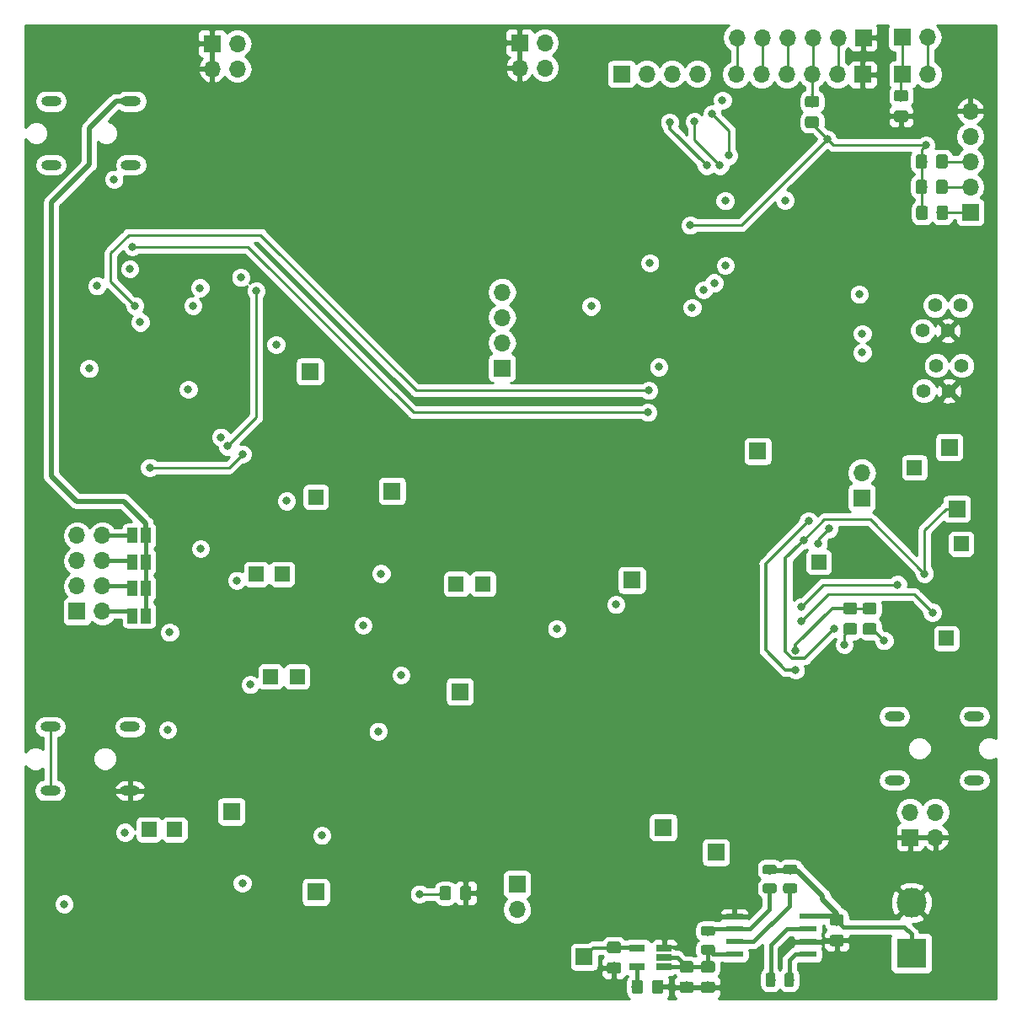
<source format=gbr>
G04 #@! TF.GenerationSoftware,KiCad,Pcbnew,(5.0.2)-1*
G04 #@! TF.CreationDate,2019-08-15T12:32:10+02:00*
G04 #@! TF.ProjectId,ADS1298_FINAL,41445331-3239-4385-9f46-494e414c2e6b,rev?*
G04 #@! TF.SameCoordinates,Original*
G04 #@! TF.FileFunction,Copper,L4,Bot*
G04 #@! TF.FilePolarity,Positive*
%FSLAX46Y46*%
G04 Gerber Fmt 4.6, Leading zero omitted, Abs format (unit mm)*
G04 Created by KiCad (PCBNEW (5.0.2)-1) date 15-8-2019 12:32:10*
%MOMM*%
%LPD*%
G01*
G04 APERTURE LIST*
G04 #@! TA.AperFunction,Conductor*
%ADD10C,0.100000*%
G04 #@! TD*
G04 #@! TA.AperFunction,SMDPad,CuDef*
%ADD11C,1.150000*%
G04 #@! TD*
G04 #@! TA.AperFunction,SMDPad,CuDef*
%ADD12C,0.975000*%
G04 #@! TD*
G04 #@! TA.AperFunction,ComponentPad*
%ADD13O,1.700000X1.700000*%
G04 #@! TD*
G04 #@! TA.AperFunction,ComponentPad*
%ADD14R,1.700000X1.700000*%
G04 #@! TD*
G04 #@! TA.AperFunction,ComponentPad*
%ADD15R,3.000000X3.000000*%
G04 #@! TD*
G04 #@! TA.AperFunction,ComponentPad*
%ADD16C,3.000000*%
G04 #@! TD*
G04 #@! TA.AperFunction,SMDPad,CuDef*
%ADD17R,1.000000X1.500000*%
G04 #@! TD*
G04 #@! TA.AperFunction,ComponentPad*
%ADD18R,1.500000X1.500000*%
G04 #@! TD*
G04 #@! TA.AperFunction,SMDPad,CuDef*
%ADD19R,1.750000X0.550000*%
G04 #@! TD*
G04 #@! TA.AperFunction,SMDPad,CuDef*
%ADD20R,1.560000X0.650000*%
G04 #@! TD*
G04 #@! TA.AperFunction,ComponentPad*
%ADD21O,2.000000X1.000000*%
G04 #@! TD*
G04 #@! TA.AperFunction,ComponentPad*
%ADD22C,1.400000*%
G04 #@! TD*
G04 #@! TA.AperFunction,ViaPad*
%ADD23C,0.800000*%
G04 #@! TD*
G04 #@! TA.AperFunction,Conductor*
%ADD24C,0.250000*%
G04 #@! TD*
G04 #@! TA.AperFunction,Conductor*
%ADD25C,0.600000*%
G04 #@! TD*
G04 #@! TA.AperFunction,Conductor*
%ADD26C,0.400000*%
G04 #@! TD*
G04 #@! TA.AperFunction,Conductor*
%ADD27C,0.300000*%
G04 #@! TD*
G04 #@! TA.AperFunction,Conductor*
%ADD28C,0.500000*%
G04 #@! TD*
G04 #@! TA.AperFunction,Conductor*
%ADD29C,0.254000*%
G04 #@! TD*
G04 APERTURE END LIST*
D10*
G04 #@! TO.N,+5V*
G04 #@! TO.C,C38*
G36*
X103122629Y-110432983D02*
X103146897Y-110436583D01*
X103170696Y-110442544D01*
X103193795Y-110450809D01*
X103215974Y-110461299D01*
X103237017Y-110473911D01*
X103256723Y-110488526D01*
X103274901Y-110505002D01*
X103291377Y-110523180D01*
X103305992Y-110542886D01*
X103318604Y-110563929D01*
X103329094Y-110586108D01*
X103337359Y-110609207D01*
X103343320Y-110633006D01*
X103346920Y-110657274D01*
X103348124Y-110681778D01*
X103348124Y-111331780D01*
X103346920Y-111356284D01*
X103343320Y-111380552D01*
X103337359Y-111404351D01*
X103329094Y-111427450D01*
X103318604Y-111449629D01*
X103305992Y-111470672D01*
X103291377Y-111490378D01*
X103274901Y-111508556D01*
X103256723Y-111525032D01*
X103237017Y-111539647D01*
X103215974Y-111552259D01*
X103193795Y-111562749D01*
X103170696Y-111571014D01*
X103146897Y-111576975D01*
X103122629Y-111580575D01*
X103098125Y-111581779D01*
X102198123Y-111581779D01*
X102173619Y-111580575D01*
X102149351Y-111576975D01*
X102125552Y-111571014D01*
X102102453Y-111562749D01*
X102080274Y-111552259D01*
X102059231Y-111539647D01*
X102039525Y-111525032D01*
X102021347Y-111508556D01*
X102004871Y-111490378D01*
X101990256Y-111470672D01*
X101977644Y-111449629D01*
X101967154Y-111427450D01*
X101958889Y-111404351D01*
X101952928Y-111380552D01*
X101949328Y-111356284D01*
X101948124Y-111331780D01*
X101948124Y-110681778D01*
X101949328Y-110657274D01*
X101952928Y-110633006D01*
X101958889Y-110609207D01*
X101967154Y-110586108D01*
X101977644Y-110563929D01*
X101990256Y-110542886D01*
X102004871Y-110523180D01*
X102021347Y-110505002D01*
X102039525Y-110488526D01*
X102059231Y-110473911D01*
X102080274Y-110461299D01*
X102102453Y-110450809D01*
X102125552Y-110442544D01*
X102149351Y-110436583D01*
X102173619Y-110432983D01*
X102198123Y-110431779D01*
X103098125Y-110431779D01*
X103122629Y-110432983D01*
X103122629Y-110432983D01*
G37*
D11*
G04 #@! TD*
G04 #@! TO.P,C38,1*
G04 #@! TO.N,+5V*
X102648124Y-111006779D03*
D10*
G04 #@! TO.N,DGND*
G04 #@! TO.C,C38*
G36*
X103122629Y-112482983D02*
X103146897Y-112486583D01*
X103170696Y-112492544D01*
X103193795Y-112500809D01*
X103215974Y-112511299D01*
X103237017Y-112523911D01*
X103256723Y-112538526D01*
X103274901Y-112555002D01*
X103291377Y-112573180D01*
X103305992Y-112592886D01*
X103318604Y-112613929D01*
X103329094Y-112636108D01*
X103337359Y-112659207D01*
X103343320Y-112683006D01*
X103346920Y-112707274D01*
X103348124Y-112731778D01*
X103348124Y-113381780D01*
X103346920Y-113406284D01*
X103343320Y-113430552D01*
X103337359Y-113454351D01*
X103329094Y-113477450D01*
X103318604Y-113499629D01*
X103305992Y-113520672D01*
X103291377Y-113540378D01*
X103274901Y-113558556D01*
X103256723Y-113575032D01*
X103237017Y-113589647D01*
X103215974Y-113602259D01*
X103193795Y-113612749D01*
X103170696Y-113621014D01*
X103146897Y-113626975D01*
X103122629Y-113630575D01*
X103098125Y-113631779D01*
X102198123Y-113631779D01*
X102173619Y-113630575D01*
X102149351Y-113626975D01*
X102125552Y-113621014D01*
X102102453Y-113612749D01*
X102080274Y-113602259D01*
X102059231Y-113589647D01*
X102039525Y-113575032D01*
X102021347Y-113558556D01*
X102004871Y-113540378D01*
X101990256Y-113520672D01*
X101977644Y-113499629D01*
X101967154Y-113477450D01*
X101958889Y-113454351D01*
X101952928Y-113430552D01*
X101949328Y-113406284D01*
X101948124Y-113381780D01*
X101948124Y-112731778D01*
X101949328Y-112707274D01*
X101952928Y-112683006D01*
X101958889Y-112659207D01*
X101967154Y-112636108D01*
X101977644Y-112613929D01*
X101990256Y-112592886D01*
X102004871Y-112573180D01*
X102021347Y-112555002D01*
X102039525Y-112538526D01*
X102059231Y-112523911D01*
X102080274Y-112511299D01*
X102102453Y-112500809D01*
X102125552Y-112492544D01*
X102149351Y-112486583D01*
X102173619Y-112482983D01*
X102198123Y-112481779D01*
X103098125Y-112481779D01*
X103122629Y-112482983D01*
X103122629Y-112482983D01*
G37*
D11*
G04 #@! TD*
G04 #@! TO.P,C38,2*
G04 #@! TO.N,DGND*
X102648124Y-113056779D03*
D10*
G04 #@! TO.N,Net-(C39-Pad1)*
G04 #@! TO.C,C39*
G36*
X96253266Y-116307953D02*
X96276927Y-116311463D01*
X96300131Y-116317275D01*
X96322653Y-116325333D01*
X96344277Y-116335561D01*
X96364794Y-116347858D01*
X96384007Y-116362108D01*
X96401731Y-116378172D01*
X96417795Y-116395896D01*
X96432045Y-116415109D01*
X96444342Y-116435626D01*
X96454570Y-116457250D01*
X96462628Y-116479772D01*
X96468440Y-116502976D01*
X96471950Y-116526637D01*
X96473124Y-116550529D01*
X96473124Y-117463029D01*
X96471950Y-117486921D01*
X96468440Y-117510582D01*
X96462628Y-117533786D01*
X96454570Y-117556308D01*
X96444342Y-117577932D01*
X96432045Y-117598449D01*
X96417795Y-117617662D01*
X96401731Y-117635386D01*
X96384007Y-117651450D01*
X96364794Y-117665700D01*
X96344277Y-117677997D01*
X96322653Y-117688225D01*
X96300131Y-117696283D01*
X96276927Y-117702095D01*
X96253266Y-117705605D01*
X96229374Y-117706779D01*
X95741874Y-117706779D01*
X95717982Y-117705605D01*
X95694321Y-117702095D01*
X95671117Y-117696283D01*
X95648595Y-117688225D01*
X95626971Y-117677997D01*
X95606454Y-117665700D01*
X95587241Y-117651450D01*
X95569517Y-117635386D01*
X95553453Y-117617662D01*
X95539203Y-117598449D01*
X95526906Y-117577932D01*
X95516678Y-117556308D01*
X95508620Y-117533786D01*
X95502808Y-117510582D01*
X95499298Y-117486921D01*
X95498124Y-117463029D01*
X95498124Y-116550529D01*
X95499298Y-116526637D01*
X95502808Y-116502976D01*
X95508620Y-116479772D01*
X95516678Y-116457250D01*
X95526906Y-116435626D01*
X95539203Y-116415109D01*
X95553453Y-116395896D01*
X95569517Y-116378172D01*
X95587241Y-116362108D01*
X95606454Y-116347858D01*
X95626971Y-116335561D01*
X95648595Y-116325333D01*
X95671117Y-116317275D01*
X95694321Y-116311463D01*
X95717982Y-116307953D01*
X95741874Y-116306779D01*
X96229374Y-116306779D01*
X96253266Y-116307953D01*
X96253266Y-116307953D01*
G37*
D12*
G04 #@! TD*
G04 #@! TO.P,C39,1*
G04 #@! TO.N,Net-(C39-Pad1)*
X95985624Y-117006779D03*
D10*
G04 #@! TO.N,Net-(C39-Pad2)*
G04 #@! TO.C,C39*
G36*
X98128266Y-116307953D02*
X98151927Y-116311463D01*
X98175131Y-116317275D01*
X98197653Y-116325333D01*
X98219277Y-116335561D01*
X98239794Y-116347858D01*
X98259007Y-116362108D01*
X98276731Y-116378172D01*
X98292795Y-116395896D01*
X98307045Y-116415109D01*
X98319342Y-116435626D01*
X98329570Y-116457250D01*
X98337628Y-116479772D01*
X98343440Y-116502976D01*
X98346950Y-116526637D01*
X98348124Y-116550529D01*
X98348124Y-117463029D01*
X98346950Y-117486921D01*
X98343440Y-117510582D01*
X98337628Y-117533786D01*
X98329570Y-117556308D01*
X98319342Y-117577932D01*
X98307045Y-117598449D01*
X98292795Y-117617662D01*
X98276731Y-117635386D01*
X98259007Y-117651450D01*
X98239794Y-117665700D01*
X98219277Y-117677997D01*
X98197653Y-117688225D01*
X98175131Y-117696283D01*
X98151927Y-117702095D01*
X98128266Y-117705605D01*
X98104374Y-117706779D01*
X97616874Y-117706779D01*
X97592982Y-117705605D01*
X97569321Y-117702095D01*
X97546117Y-117696283D01*
X97523595Y-117688225D01*
X97501971Y-117677997D01*
X97481454Y-117665700D01*
X97462241Y-117651450D01*
X97444517Y-117635386D01*
X97428453Y-117617662D01*
X97414203Y-117598449D01*
X97401906Y-117577932D01*
X97391678Y-117556308D01*
X97383620Y-117533786D01*
X97377808Y-117510582D01*
X97374298Y-117486921D01*
X97373124Y-117463029D01*
X97373124Y-116550529D01*
X97374298Y-116526637D01*
X97377808Y-116502976D01*
X97383620Y-116479772D01*
X97391678Y-116457250D01*
X97401906Y-116435626D01*
X97414203Y-116415109D01*
X97428453Y-116395896D01*
X97444517Y-116378172D01*
X97462241Y-116362108D01*
X97481454Y-116347858D01*
X97501971Y-116335561D01*
X97523595Y-116325333D01*
X97546117Y-116317275D01*
X97569321Y-116311463D01*
X97592982Y-116307953D01*
X97616874Y-116306779D01*
X98104374Y-116306779D01*
X98128266Y-116307953D01*
X98128266Y-116307953D01*
G37*
D12*
G04 #@! TD*
G04 #@! TO.P,C39,2*
G04 #@! TO.N,Net-(C39-Pad2)*
X97860624Y-117006779D03*
D10*
G04 #@! TO.N,Net-(C43-Pad1)*
G04 #@! TO.C,C43*
G36*
X90172629Y-115132983D02*
X90196897Y-115136583D01*
X90220696Y-115142544D01*
X90243795Y-115150809D01*
X90265974Y-115161299D01*
X90287017Y-115173911D01*
X90306723Y-115188526D01*
X90324901Y-115205002D01*
X90341377Y-115223180D01*
X90355992Y-115242886D01*
X90368604Y-115263929D01*
X90379094Y-115286108D01*
X90387359Y-115309207D01*
X90393320Y-115333006D01*
X90396920Y-115357274D01*
X90398124Y-115381778D01*
X90398124Y-116031780D01*
X90396920Y-116056284D01*
X90393320Y-116080552D01*
X90387359Y-116104351D01*
X90379094Y-116127450D01*
X90368604Y-116149629D01*
X90355992Y-116170672D01*
X90341377Y-116190378D01*
X90324901Y-116208556D01*
X90306723Y-116225032D01*
X90287017Y-116239647D01*
X90265974Y-116252259D01*
X90243795Y-116262749D01*
X90220696Y-116271014D01*
X90196897Y-116276975D01*
X90172629Y-116280575D01*
X90148125Y-116281779D01*
X89248123Y-116281779D01*
X89223619Y-116280575D01*
X89199351Y-116276975D01*
X89175552Y-116271014D01*
X89152453Y-116262749D01*
X89130274Y-116252259D01*
X89109231Y-116239647D01*
X89089525Y-116225032D01*
X89071347Y-116208556D01*
X89054871Y-116190378D01*
X89040256Y-116170672D01*
X89027644Y-116149629D01*
X89017154Y-116127450D01*
X89008889Y-116104351D01*
X89002928Y-116080552D01*
X88999328Y-116056284D01*
X88998124Y-116031780D01*
X88998124Y-115381778D01*
X88999328Y-115357274D01*
X89002928Y-115333006D01*
X89008889Y-115309207D01*
X89017154Y-115286108D01*
X89027644Y-115263929D01*
X89040256Y-115242886D01*
X89054871Y-115223180D01*
X89071347Y-115205002D01*
X89089525Y-115188526D01*
X89109231Y-115173911D01*
X89130274Y-115161299D01*
X89152453Y-115150809D01*
X89175552Y-115142544D01*
X89199351Y-115136583D01*
X89223619Y-115132983D01*
X89248123Y-115131779D01*
X90148125Y-115131779D01*
X90172629Y-115132983D01*
X90172629Y-115132983D01*
G37*
D11*
G04 #@! TD*
G04 #@! TO.P,C43,1*
G04 #@! TO.N,Net-(C43-Pad1)*
X89698124Y-115706779D03*
D10*
G04 #@! TO.N,DGND*
G04 #@! TO.C,C43*
G36*
X90172629Y-117182983D02*
X90196897Y-117186583D01*
X90220696Y-117192544D01*
X90243795Y-117200809D01*
X90265974Y-117211299D01*
X90287017Y-117223911D01*
X90306723Y-117238526D01*
X90324901Y-117255002D01*
X90341377Y-117273180D01*
X90355992Y-117292886D01*
X90368604Y-117313929D01*
X90379094Y-117336108D01*
X90387359Y-117359207D01*
X90393320Y-117383006D01*
X90396920Y-117407274D01*
X90398124Y-117431778D01*
X90398124Y-118081780D01*
X90396920Y-118106284D01*
X90393320Y-118130552D01*
X90387359Y-118154351D01*
X90379094Y-118177450D01*
X90368604Y-118199629D01*
X90355992Y-118220672D01*
X90341377Y-118240378D01*
X90324901Y-118258556D01*
X90306723Y-118275032D01*
X90287017Y-118289647D01*
X90265974Y-118302259D01*
X90243795Y-118312749D01*
X90220696Y-118321014D01*
X90196897Y-118326975D01*
X90172629Y-118330575D01*
X90148125Y-118331779D01*
X89248123Y-118331779D01*
X89223619Y-118330575D01*
X89199351Y-118326975D01*
X89175552Y-118321014D01*
X89152453Y-118312749D01*
X89130274Y-118302259D01*
X89109231Y-118289647D01*
X89089525Y-118275032D01*
X89071347Y-118258556D01*
X89054871Y-118240378D01*
X89040256Y-118220672D01*
X89027644Y-118199629D01*
X89017154Y-118177450D01*
X89008889Y-118154351D01*
X89002928Y-118130552D01*
X88999328Y-118106284D01*
X88998124Y-118081780D01*
X88998124Y-117431778D01*
X88999328Y-117407274D01*
X89002928Y-117383006D01*
X89008889Y-117359207D01*
X89017154Y-117336108D01*
X89027644Y-117313929D01*
X89040256Y-117292886D01*
X89054871Y-117273180D01*
X89071347Y-117255002D01*
X89089525Y-117238526D01*
X89109231Y-117223911D01*
X89130274Y-117211299D01*
X89152453Y-117200809D01*
X89175552Y-117192544D01*
X89199351Y-117186583D01*
X89223619Y-117182983D01*
X89248123Y-117181779D01*
X90148125Y-117181779D01*
X90172629Y-117182983D01*
X90172629Y-117182983D01*
G37*
D11*
G04 #@! TD*
G04 #@! TO.P,C43,2*
G04 #@! TO.N,DGND*
X89698124Y-117756779D03*
D10*
G04 #@! TO.N,DGND*
G04 #@! TO.C,C45*
G36*
X88022629Y-117182983D02*
X88046897Y-117186583D01*
X88070696Y-117192544D01*
X88093795Y-117200809D01*
X88115974Y-117211299D01*
X88137017Y-117223911D01*
X88156723Y-117238526D01*
X88174901Y-117255002D01*
X88191377Y-117273180D01*
X88205992Y-117292886D01*
X88218604Y-117313929D01*
X88229094Y-117336108D01*
X88237359Y-117359207D01*
X88243320Y-117383006D01*
X88246920Y-117407274D01*
X88248124Y-117431778D01*
X88248124Y-118081780D01*
X88246920Y-118106284D01*
X88243320Y-118130552D01*
X88237359Y-118154351D01*
X88229094Y-118177450D01*
X88218604Y-118199629D01*
X88205992Y-118220672D01*
X88191377Y-118240378D01*
X88174901Y-118258556D01*
X88156723Y-118275032D01*
X88137017Y-118289647D01*
X88115974Y-118302259D01*
X88093795Y-118312749D01*
X88070696Y-118321014D01*
X88046897Y-118326975D01*
X88022629Y-118330575D01*
X87998125Y-118331779D01*
X87098123Y-118331779D01*
X87073619Y-118330575D01*
X87049351Y-118326975D01*
X87025552Y-118321014D01*
X87002453Y-118312749D01*
X86980274Y-118302259D01*
X86959231Y-118289647D01*
X86939525Y-118275032D01*
X86921347Y-118258556D01*
X86904871Y-118240378D01*
X86890256Y-118220672D01*
X86877644Y-118199629D01*
X86867154Y-118177450D01*
X86858889Y-118154351D01*
X86852928Y-118130552D01*
X86849328Y-118106284D01*
X86848124Y-118081780D01*
X86848124Y-117431778D01*
X86849328Y-117407274D01*
X86852928Y-117383006D01*
X86858889Y-117359207D01*
X86867154Y-117336108D01*
X86877644Y-117313929D01*
X86890256Y-117292886D01*
X86904871Y-117273180D01*
X86921347Y-117255002D01*
X86939525Y-117238526D01*
X86959231Y-117223911D01*
X86980274Y-117211299D01*
X87002453Y-117200809D01*
X87025552Y-117192544D01*
X87049351Y-117186583D01*
X87073619Y-117182983D01*
X87098123Y-117181779D01*
X87998125Y-117181779D01*
X88022629Y-117182983D01*
X88022629Y-117182983D01*
G37*
D11*
G04 #@! TD*
G04 #@! TO.P,C45,2*
G04 #@! TO.N,DGND*
X87548124Y-117756779D03*
D10*
G04 #@! TO.N,Net-(C43-Pad1)*
G04 #@! TO.C,C45*
G36*
X88022629Y-115132983D02*
X88046897Y-115136583D01*
X88070696Y-115142544D01*
X88093795Y-115150809D01*
X88115974Y-115161299D01*
X88137017Y-115173911D01*
X88156723Y-115188526D01*
X88174901Y-115205002D01*
X88191377Y-115223180D01*
X88205992Y-115242886D01*
X88218604Y-115263929D01*
X88229094Y-115286108D01*
X88237359Y-115309207D01*
X88243320Y-115333006D01*
X88246920Y-115357274D01*
X88248124Y-115381778D01*
X88248124Y-116031780D01*
X88246920Y-116056284D01*
X88243320Y-116080552D01*
X88237359Y-116104351D01*
X88229094Y-116127450D01*
X88218604Y-116149629D01*
X88205992Y-116170672D01*
X88191377Y-116190378D01*
X88174901Y-116208556D01*
X88156723Y-116225032D01*
X88137017Y-116239647D01*
X88115974Y-116252259D01*
X88093795Y-116262749D01*
X88070696Y-116271014D01*
X88046897Y-116276975D01*
X88022629Y-116280575D01*
X87998125Y-116281779D01*
X87098123Y-116281779D01*
X87073619Y-116280575D01*
X87049351Y-116276975D01*
X87025552Y-116271014D01*
X87002453Y-116262749D01*
X86980274Y-116252259D01*
X86959231Y-116239647D01*
X86939525Y-116225032D01*
X86921347Y-116208556D01*
X86904871Y-116190378D01*
X86890256Y-116170672D01*
X86877644Y-116149629D01*
X86867154Y-116127450D01*
X86858889Y-116104351D01*
X86852928Y-116080552D01*
X86849328Y-116056284D01*
X86848124Y-116031780D01*
X86848124Y-115381778D01*
X86849328Y-115357274D01*
X86852928Y-115333006D01*
X86858889Y-115309207D01*
X86867154Y-115286108D01*
X86877644Y-115263929D01*
X86890256Y-115242886D01*
X86904871Y-115223180D01*
X86921347Y-115205002D01*
X86939525Y-115188526D01*
X86959231Y-115173911D01*
X86980274Y-115161299D01*
X87002453Y-115150809D01*
X87025552Y-115142544D01*
X87049351Y-115136583D01*
X87073619Y-115132983D01*
X87098123Y-115131779D01*
X87998125Y-115131779D01*
X88022629Y-115132983D01*
X88022629Y-115132983D01*
G37*
D11*
G04 #@! TD*
G04 #@! TO.P,C45,1*
G04 #@! TO.N,Net-(C43-Pad1)*
X87548124Y-115706779D03*
D10*
G04 #@! TO.N,DGND*
G04 #@! TO.C,C50*
G36*
X84997629Y-117007983D02*
X85021897Y-117011583D01*
X85045696Y-117017544D01*
X85068795Y-117025809D01*
X85090974Y-117036299D01*
X85112017Y-117048911D01*
X85131723Y-117063526D01*
X85149901Y-117080002D01*
X85166377Y-117098180D01*
X85180992Y-117117886D01*
X85193604Y-117138929D01*
X85204094Y-117161108D01*
X85212359Y-117184207D01*
X85218320Y-117208006D01*
X85221920Y-117232274D01*
X85223124Y-117256778D01*
X85223124Y-118156780D01*
X85221920Y-118181284D01*
X85218320Y-118205552D01*
X85212359Y-118229351D01*
X85204094Y-118252450D01*
X85193604Y-118274629D01*
X85180992Y-118295672D01*
X85166377Y-118315378D01*
X85149901Y-118333556D01*
X85131723Y-118350032D01*
X85112017Y-118364647D01*
X85090974Y-118377259D01*
X85068795Y-118387749D01*
X85045696Y-118396014D01*
X85021897Y-118401975D01*
X84997629Y-118405575D01*
X84973125Y-118406779D01*
X84323123Y-118406779D01*
X84298619Y-118405575D01*
X84274351Y-118401975D01*
X84250552Y-118396014D01*
X84227453Y-118387749D01*
X84205274Y-118377259D01*
X84184231Y-118364647D01*
X84164525Y-118350032D01*
X84146347Y-118333556D01*
X84129871Y-118315378D01*
X84115256Y-118295672D01*
X84102644Y-118274629D01*
X84092154Y-118252450D01*
X84083889Y-118229351D01*
X84077928Y-118205552D01*
X84074328Y-118181284D01*
X84073124Y-118156780D01*
X84073124Y-117256778D01*
X84074328Y-117232274D01*
X84077928Y-117208006D01*
X84083889Y-117184207D01*
X84092154Y-117161108D01*
X84102644Y-117138929D01*
X84115256Y-117117886D01*
X84129871Y-117098180D01*
X84146347Y-117080002D01*
X84164525Y-117063526D01*
X84184231Y-117048911D01*
X84205274Y-117036299D01*
X84227453Y-117025809D01*
X84250552Y-117017544D01*
X84274351Y-117011583D01*
X84298619Y-117007983D01*
X84323123Y-117006779D01*
X84973125Y-117006779D01*
X84997629Y-117007983D01*
X84997629Y-117007983D01*
G37*
D11*
G04 #@! TD*
G04 #@! TO.P,C50,2*
G04 #@! TO.N,DGND*
X84648124Y-117706779D03*
D10*
G04 #@! TO.N,Net-(C50-Pad1)*
G04 #@! TO.C,C50*
G36*
X82947629Y-117007983D02*
X82971897Y-117011583D01*
X82995696Y-117017544D01*
X83018795Y-117025809D01*
X83040974Y-117036299D01*
X83062017Y-117048911D01*
X83081723Y-117063526D01*
X83099901Y-117080002D01*
X83116377Y-117098180D01*
X83130992Y-117117886D01*
X83143604Y-117138929D01*
X83154094Y-117161108D01*
X83162359Y-117184207D01*
X83168320Y-117208006D01*
X83171920Y-117232274D01*
X83173124Y-117256778D01*
X83173124Y-118156780D01*
X83171920Y-118181284D01*
X83168320Y-118205552D01*
X83162359Y-118229351D01*
X83154094Y-118252450D01*
X83143604Y-118274629D01*
X83130992Y-118295672D01*
X83116377Y-118315378D01*
X83099901Y-118333556D01*
X83081723Y-118350032D01*
X83062017Y-118364647D01*
X83040974Y-118377259D01*
X83018795Y-118387749D01*
X82995696Y-118396014D01*
X82971897Y-118401975D01*
X82947629Y-118405575D01*
X82923125Y-118406779D01*
X82273123Y-118406779D01*
X82248619Y-118405575D01*
X82224351Y-118401975D01*
X82200552Y-118396014D01*
X82177453Y-118387749D01*
X82155274Y-118377259D01*
X82134231Y-118364647D01*
X82114525Y-118350032D01*
X82096347Y-118333556D01*
X82079871Y-118315378D01*
X82065256Y-118295672D01*
X82052644Y-118274629D01*
X82042154Y-118252450D01*
X82033889Y-118229351D01*
X82027928Y-118205552D01*
X82024328Y-118181284D01*
X82023124Y-118156780D01*
X82023124Y-117256778D01*
X82024328Y-117232274D01*
X82027928Y-117208006D01*
X82033889Y-117184207D01*
X82042154Y-117161108D01*
X82052644Y-117138929D01*
X82065256Y-117117886D01*
X82079871Y-117098180D01*
X82096347Y-117080002D01*
X82114525Y-117063526D01*
X82134231Y-117048911D01*
X82155274Y-117036299D01*
X82177453Y-117025809D01*
X82200552Y-117017544D01*
X82224351Y-117011583D01*
X82248619Y-117007983D01*
X82273123Y-117006779D01*
X82923125Y-117006779D01*
X82947629Y-117007983D01*
X82947629Y-117007983D01*
G37*
D11*
G04 #@! TD*
G04 #@! TO.P,C50,1*
G04 #@! TO.N,Net-(C50-Pad1)*
X82598124Y-117706779D03*
D10*
G04 #@! TO.N,AVSS*
G04 #@! TO.C,C52*
G36*
X80722629Y-113182983D02*
X80746897Y-113186583D01*
X80770696Y-113192544D01*
X80793795Y-113200809D01*
X80815974Y-113211299D01*
X80837017Y-113223911D01*
X80856723Y-113238526D01*
X80874901Y-113255002D01*
X80891377Y-113273180D01*
X80905992Y-113292886D01*
X80918604Y-113313929D01*
X80929094Y-113336108D01*
X80937359Y-113359207D01*
X80943320Y-113383006D01*
X80946920Y-113407274D01*
X80948124Y-113431778D01*
X80948124Y-114081780D01*
X80946920Y-114106284D01*
X80943320Y-114130552D01*
X80937359Y-114154351D01*
X80929094Y-114177450D01*
X80918604Y-114199629D01*
X80905992Y-114220672D01*
X80891377Y-114240378D01*
X80874901Y-114258556D01*
X80856723Y-114275032D01*
X80837017Y-114289647D01*
X80815974Y-114302259D01*
X80793795Y-114312749D01*
X80770696Y-114321014D01*
X80746897Y-114326975D01*
X80722629Y-114330575D01*
X80698125Y-114331779D01*
X79798123Y-114331779D01*
X79773619Y-114330575D01*
X79749351Y-114326975D01*
X79725552Y-114321014D01*
X79702453Y-114312749D01*
X79680274Y-114302259D01*
X79659231Y-114289647D01*
X79639525Y-114275032D01*
X79621347Y-114258556D01*
X79604871Y-114240378D01*
X79590256Y-114220672D01*
X79577644Y-114199629D01*
X79567154Y-114177450D01*
X79558889Y-114154351D01*
X79552928Y-114130552D01*
X79549328Y-114106284D01*
X79548124Y-114081780D01*
X79548124Y-113431778D01*
X79549328Y-113407274D01*
X79552928Y-113383006D01*
X79558889Y-113359207D01*
X79567154Y-113336108D01*
X79577644Y-113313929D01*
X79590256Y-113292886D01*
X79604871Y-113273180D01*
X79621347Y-113255002D01*
X79639525Y-113238526D01*
X79659231Y-113223911D01*
X79680274Y-113211299D01*
X79702453Y-113200809D01*
X79725552Y-113192544D01*
X79749351Y-113186583D01*
X79773619Y-113182983D01*
X79798123Y-113181779D01*
X80698125Y-113181779D01*
X80722629Y-113182983D01*
X80722629Y-113182983D01*
G37*
D11*
G04 #@! TD*
G04 #@! TO.P,C52,1*
G04 #@! TO.N,AVSS*
X80248124Y-113756779D03*
D10*
G04 #@! TO.N,DGND*
G04 #@! TO.C,C52*
G36*
X80722629Y-115232983D02*
X80746897Y-115236583D01*
X80770696Y-115242544D01*
X80793795Y-115250809D01*
X80815974Y-115261299D01*
X80837017Y-115273911D01*
X80856723Y-115288526D01*
X80874901Y-115305002D01*
X80891377Y-115323180D01*
X80905992Y-115342886D01*
X80918604Y-115363929D01*
X80929094Y-115386108D01*
X80937359Y-115409207D01*
X80943320Y-115433006D01*
X80946920Y-115457274D01*
X80948124Y-115481778D01*
X80948124Y-116131780D01*
X80946920Y-116156284D01*
X80943320Y-116180552D01*
X80937359Y-116204351D01*
X80929094Y-116227450D01*
X80918604Y-116249629D01*
X80905992Y-116270672D01*
X80891377Y-116290378D01*
X80874901Y-116308556D01*
X80856723Y-116325032D01*
X80837017Y-116339647D01*
X80815974Y-116352259D01*
X80793795Y-116362749D01*
X80770696Y-116371014D01*
X80746897Y-116376975D01*
X80722629Y-116380575D01*
X80698125Y-116381779D01*
X79798123Y-116381779D01*
X79773619Y-116380575D01*
X79749351Y-116376975D01*
X79725552Y-116371014D01*
X79702453Y-116362749D01*
X79680274Y-116352259D01*
X79659231Y-116339647D01*
X79639525Y-116325032D01*
X79621347Y-116308556D01*
X79604871Y-116290378D01*
X79590256Y-116270672D01*
X79577644Y-116249629D01*
X79567154Y-116227450D01*
X79558889Y-116204351D01*
X79552928Y-116180552D01*
X79549328Y-116156284D01*
X79548124Y-116131780D01*
X79548124Y-115481778D01*
X79549328Y-115457274D01*
X79552928Y-115433006D01*
X79558889Y-115409207D01*
X79567154Y-115386108D01*
X79577644Y-115363929D01*
X79590256Y-115342886D01*
X79604871Y-115323180D01*
X79621347Y-115305002D01*
X79639525Y-115288526D01*
X79659231Y-115273911D01*
X79680274Y-115261299D01*
X79702453Y-115250809D01*
X79725552Y-115242544D01*
X79749351Y-115236583D01*
X79773619Y-115232983D01*
X79798123Y-115231779D01*
X80698125Y-115231779D01*
X80722629Y-115232983D01*
X80722629Y-115232983D01*
G37*
D11*
G04 #@! TD*
G04 #@! TO.P,C52,2*
G04 #@! TO.N,DGND*
X80248124Y-115806779D03*
D13*
G04 #@! TO.P,J5,2*
G04 #@! TO.N,AD-DC1*
X105150000Y-66060000D03*
D14*
G04 #@! TO.P,J5,1*
G04 #@! TO.N,FR1*
X105150000Y-68600000D03*
G04 #@! TD*
G04 #@! TO.P,J6,1*
G04 #@! TO.N,REF_OUT_AD8232*
X114700000Y-69700000D03*
G04 #@! TD*
G04 #@! TO.P,J7,1*
G04 #@! TO.N,/sheet794AF31F/EMG_OUT*
X113950000Y-63500000D03*
G04 #@! TD*
G04 #@! TO.P,J8,1*
G04 #@! TO.N,Net-(J8-Pad1)*
X49700000Y-55900000D03*
G04 #@! TD*
G04 #@! TO.P,J9,1*
G04 #@! TO.N,Net-(C31-Pad2)*
X57950000Y-67900000D03*
G04 #@! TD*
G04 #@! TO.P,J10,1*
G04 #@! TO.N,Net-(C20-Pad2)*
X64750000Y-88050000D03*
G04 #@! TD*
G04 #@! TO.P,J11,1*
G04 #@! TO.N,Net-(J11-Pad1)*
X82050000Y-76850000D03*
G04 #@! TD*
D13*
G04 #@! TO.P,J12,4*
G04 #@! TO.N,RLD_REF1*
X69000000Y-47930000D03*
G04 #@! TO.P,J12,3*
G04 #@! TO.N,RLDINV*
X69000000Y-50470000D03*
G04 #@! TO.P,J12,2*
G04 #@! TO.N,RLDIN1*
X69000000Y-53010000D03*
D14*
G04 #@! TO.P,J12,1*
G04 #@! TO.N,RLDOUT1*
X69000000Y-55550000D03*
G04 #@! TD*
G04 #@! TO.P,J13,1*
G04 #@! TO.N,OFFSET_AD8232*
X94700000Y-63900000D03*
G04 #@! TD*
D15*
G04 #@! TO.P,J14,1*
G04 #@! TO.N,+5V*
X110150000Y-114330000D03*
D16*
G04 #@! TO.P,J14,2*
G04 #@! TO.N,DGND*
X110150000Y-109250000D03*
G04 #@! TD*
D14*
G04 #@! TO.P,J15,1*
G04 #@! TO.N,GPIO_4*
X81000000Y-26000000D03*
D13*
G04 #@! TO.P,J15,2*
G04 #@! TO.N,GPIO_3*
X83540000Y-26000000D03*
G04 #@! TO.P,J15,3*
G04 #@! TO.N,GPIO_2*
X86080000Y-26000000D03*
G04 #@! TO.P,J15,4*
G04 #@! TO.N,GPIO_1*
X88620000Y-26000000D03*
G04 #@! TD*
D14*
G04 #@! TO.P,J16,1*
G04 #@! TO.N,START*
X109250000Y-26050000D03*
D13*
G04 #@! TO.P,J16,2*
G04 #@! TO.N,CLK*
X111790000Y-26050000D03*
G04 #@! TD*
D14*
G04 #@! TO.P,J17,1*
G04 #@! TO.N,DGND*
X105250000Y-26050000D03*
D13*
G04 #@! TO.P,J17,2*
G04 #@! TO.N,DIN*
X102710000Y-26050000D03*
G04 #@! TO.P,J17,3*
G04 #@! TO.N,CS*
X100170000Y-26050000D03*
G04 #@! TO.P,J17,4*
G04 #@! TO.N,SCLK*
X97630000Y-26050000D03*
G04 #@! TO.P,J17,5*
G04 #@! TO.N,DOUT*
X95090000Y-26050000D03*
G04 #@! TO.P,J17,6*
G04 #@! TO.N,DRDY*
X92550000Y-26050000D03*
G04 #@! TD*
D14*
G04 #@! TO.P,J18,1*
G04 #@! TO.N,CLKSEL*
X116050000Y-39900000D03*
D13*
G04 #@! TO.P,J18,2*
G04 #@! TO.N,PWDN*
X116050000Y-37360000D03*
G04 #@! TO.P,J18,3*
G04 #@! TO.N,RESET*
X116050000Y-34820000D03*
G04 #@! TO.P,J18,4*
G04 #@! TO.N,DAISY_CON_1*
X116050000Y-32280000D03*
G04 #@! TO.P,J18,5*
G04 #@! TO.N,DGND*
X116050000Y-29740000D03*
G04 #@! TD*
D14*
G04 #@! TO.P,J19,1*
G04 #@! TO.N,DGND*
X39860000Y-22960000D03*
D13*
G04 #@! TO.P,J19,2*
X39860000Y-25500000D03*
G04 #@! TO.P,J19,3*
G04 #@! TO.N,AVSS*
X42400000Y-22960000D03*
G04 #@! TO.P,J19,4*
X42400000Y-25500000D03*
G04 #@! TD*
G04 #@! TO.P,J20,4*
G04 #@! TO.N,AVDD*
X112540000Y-100160000D03*
G04 #@! TO.P,J20,3*
X110000000Y-100160000D03*
G04 #@! TO.P,J20,2*
G04 #@! TO.N,DGND*
X112540000Y-102700000D03*
D14*
G04 #@! TO.P,J20,1*
X110000000Y-102700000D03*
G04 #@! TD*
G04 #@! TO.P,J21,1*
G04 #@! TO.N,DGND*
X70760000Y-22860000D03*
D13*
G04 #@! TO.P,J21,2*
X70760000Y-25400000D03*
G04 #@! TO.P,J21,3*
G04 #@! TO.N,DVDD*
X73300000Y-22860000D03*
G04 #@! TO.P,J21,4*
X73300000Y-25400000D03*
G04 #@! TD*
D14*
G04 #@! TO.P,J22,1*
G04 #@! TO.N,IN-5*
X26300000Y-80000000D03*
D13*
G04 #@! TO.P,J22,2*
G04 #@! TO.N,IN+5*
X28840000Y-80000000D03*
G04 #@! TO.P,J22,3*
G04 #@! TO.N,IN-4*
X26300000Y-77460000D03*
G04 #@! TO.P,J22,4*
G04 #@! TO.N,IN+4*
X28840000Y-77460000D03*
G04 #@! TO.P,J22,5*
G04 #@! TO.N,IN-3*
X26300000Y-74920000D03*
G04 #@! TO.P,J22,6*
G04 #@! TO.N,IN+3*
X28840000Y-74920000D03*
G04 #@! TO.P,J22,7*
G04 #@! TO.N,IN-2*
X26300000Y-72380000D03*
G04 #@! TO.P,J22,8*
G04 #@! TO.N,IN+2*
X28840000Y-72380000D03*
G04 #@! TD*
D14*
G04 #@! TO.P,J23,1*
G04 #@! TO.N,DVDD*
X85200000Y-101700000D03*
G04 #@! TD*
G04 #@! TO.P,J24,1*
G04 #@! TO.N,AVDD*
X90500000Y-104200000D03*
G04 #@! TD*
G04 #@! TO.P,J25,1*
G04 #@! TO.N,AVSS*
X77250000Y-114700000D03*
G04 #@! TD*
D17*
G04 #@! TO.P,JP2,2*
G04 #@! TO.N,IN+2*
X31885245Y-72380200D03*
G04 #@! TO.P,JP2,1*
G04 #@! TO.N,Net-(J1-Pad3)*
X33185245Y-72380200D03*
G04 #@! TD*
G04 #@! TO.P,JP4,1*
G04 #@! TO.N,Net-(J1-Pad3)*
X33185245Y-75030200D03*
G04 #@! TO.P,JP4,2*
G04 #@! TO.N,IN+3*
X31885245Y-75030200D03*
G04 #@! TD*
G04 #@! TO.P,JP5,2*
G04 #@! TO.N,IN+4*
X31885245Y-77680200D03*
G04 #@! TO.P,JP5,1*
G04 #@! TO.N,Net-(J1-Pad3)*
X33185245Y-77680200D03*
G04 #@! TD*
G04 #@! TO.P,JP6,2*
G04 #@! TO.N,IN+5*
X31885245Y-80430200D03*
G04 #@! TO.P,JP6,1*
G04 #@! TO.N,Net-(J1-Pad3)*
X33185245Y-80430200D03*
G04 #@! TD*
D10*
G04 #@! TO.N,+5V*
G04 #@! TO.C,R32*
G36*
X96378266Y-105445453D02*
X96401927Y-105448963D01*
X96425131Y-105454775D01*
X96447653Y-105462833D01*
X96469277Y-105473061D01*
X96489794Y-105485358D01*
X96509007Y-105499608D01*
X96526731Y-105515672D01*
X96542795Y-105533396D01*
X96557045Y-105552609D01*
X96569342Y-105573126D01*
X96579570Y-105594750D01*
X96587628Y-105617272D01*
X96593440Y-105640476D01*
X96596950Y-105664137D01*
X96598124Y-105688029D01*
X96598124Y-106175529D01*
X96596950Y-106199421D01*
X96593440Y-106223082D01*
X96587628Y-106246286D01*
X96579570Y-106268808D01*
X96569342Y-106290432D01*
X96557045Y-106310949D01*
X96542795Y-106330162D01*
X96526731Y-106347886D01*
X96509007Y-106363950D01*
X96489794Y-106378200D01*
X96469277Y-106390497D01*
X96447653Y-106400725D01*
X96425131Y-106408783D01*
X96401927Y-106414595D01*
X96378266Y-106418105D01*
X96354374Y-106419279D01*
X95441874Y-106419279D01*
X95417982Y-106418105D01*
X95394321Y-106414595D01*
X95371117Y-106408783D01*
X95348595Y-106400725D01*
X95326971Y-106390497D01*
X95306454Y-106378200D01*
X95287241Y-106363950D01*
X95269517Y-106347886D01*
X95253453Y-106330162D01*
X95239203Y-106310949D01*
X95226906Y-106290432D01*
X95216678Y-106268808D01*
X95208620Y-106246286D01*
X95202808Y-106223082D01*
X95199298Y-106199421D01*
X95198124Y-106175529D01*
X95198124Y-105688029D01*
X95199298Y-105664137D01*
X95202808Y-105640476D01*
X95208620Y-105617272D01*
X95216678Y-105594750D01*
X95226906Y-105573126D01*
X95239203Y-105552609D01*
X95253453Y-105533396D01*
X95269517Y-105515672D01*
X95287241Y-105499608D01*
X95306454Y-105485358D01*
X95326971Y-105473061D01*
X95348595Y-105462833D01*
X95371117Y-105454775D01*
X95394321Y-105448963D01*
X95417982Y-105445453D01*
X95441874Y-105444279D01*
X96354374Y-105444279D01*
X96378266Y-105445453D01*
X96378266Y-105445453D01*
G37*
D12*
G04 #@! TD*
G04 #@! TO.P,R32,1*
G04 #@! TO.N,+5V*
X95898124Y-105931779D03*
D10*
G04 #@! TO.N,Net-(R32-Pad2)*
G04 #@! TO.C,R32*
G36*
X96378266Y-107320453D02*
X96401927Y-107323963D01*
X96425131Y-107329775D01*
X96447653Y-107337833D01*
X96469277Y-107348061D01*
X96489794Y-107360358D01*
X96509007Y-107374608D01*
X96526731Y-107390672D01*
X96542795Y-107408396D01*
X96557045Y-107427609D01*
X96569342Y-107448126D01*
X96579570Y-107469750D01*
X96587628Y-107492272D01*
X96593440Y-107515476D01*
X96596950Y-107539137D01*
X96598124Y-107563029D01*
X96598124Y-108050529D01*
X96596950Y-108074421D01*
X96593440Y-108098082D01*
X96587628Y-108121286D01*
X96579570Y-108143808D01*
X96569342Y-108165432D01*
X96557045Y-108185949D01*
X96542795Y-108205162D01*
X96526731Y-108222886D01*
X96509007Y-108238950D01*
X96489794Y-108253200D01*
X96469277Y-108265497D01*
X96447653Y-108275725D01*
X96425131Y-108283783D01*
X96401927Y-108289595D01*
X96378266Y-108293105D01*
X96354374Y-108294279D01*
X95441874Y-108294279D01*
X95417982Y-108293105D01*
X95394321Y-108289595D01*
X95371117Y-108283783D01*
X95348595Y-108275725D01*
X95326971Y-108265497D01*
X95306454Y-108253200D01*
X95287241Y-108238950D01*
X95269517Y-108222886D01*
X95253453Y-108205162D01*
X95239203Y-108185949D01*
X95226906Y-108165432D01*
X95216678Y-108143808D01*
X95208620Y-108121286D01*
X95202808Y-108098082D01*
X95199298Y-108074421D01*
X95198124Y-108050529D01*
X95198124Y-107563029D01*
X95199298Y-107539137D01*
X95202808Y-107515476D01*
X95208620Y-107492272D01*
X95216678Y-107469750D01*
X95226906Y-107448126D01*
X95239203Y-107427609D01*
X95253453Y-107408396D01*
X95269517Y-107390672D01*
X95287241Y-107374608D01*
X95306454Y-107360358D01*
X95326971Y-107348061D01*
X95348595Y-107337833D01*
X95371117Y-107329775D01*
X95394321Y-107323963D01*
X95417982Y-107320453D01*
X95441874Y-107319279D01*
X96354374Y-107319279D01*
X96378266Y-107320453D01*
X96378266Y-107320453D01*
G37*
D12*
G04 #@! TD*
G04 #@! TO.P,R32,2*
G04 #@! TO.N,Net-(R32-Pad2)*
X95898124Y-107806779D03*
D10*
G04 #@! TO.N,Net-(C43-Pad1)*
G04 #@! TO.C,R33*
G36*
X90178266Y-113495453D02*
X90201927Y-113498963D01*
X90225131Y-113504775D01*
X90247653Y-113512833D01*
X90269277Y-113523061D01*
X90289794Y-113535358D01*
X90309007Y-113549608D01*
X90326731Y-113565672D01*
X90342795Y-113583396D01*
X90357045Y-113602609D01*
X90369342Y-113623126D01*
X90379570Y-113644750D01*
X90387628Y-113667272D01*
X90393440Y-113690476D01*
X90396950Y-113714137D01*
X90398124Y-113738029D01*
X90398124Y-114225529D01*
X90396950Y-114249421D01*
X90393440Y-114273082D01*
X90387628Y-114296286D01*
X90379570Y-114318808D01*
X90369342Y-114340432D01*
X90357045Y-114360949D01*
X90342795Y-114380162D01*
X90326731Y-114397886D01*
X90309007Y-114413950D01*
X90289794Y-114428200D01*
X90269277Y-114440497D01*
X90247653Y-114450725D01*
X90225131Y-114458783D01*
X90201927Y-114464595D01*
X90178266Y-114468105D01*
X90154374Y-114469279D01*
X89241874Y-114469279D01*
X89217982Y-114468105D01*
X89194321Y-114464595D01*
X89171117Y-114458783D01*
X89148595Y-114450725D01*
X89126971Y-114440497D01*
X89106454Y-114428200D01*
X89087241Y-114413950D01*
X89069517Y-114397886D01*
X89053453Y-114380162D01*
X89039203Y-114360949D01*
X89026906Y-114340432D01*
X89016678Y-114318808D01*
X89008620Y-114296286D01*
X89002808Y-114273082D01*
X88999298Y-114249421D01*
X88998124Y-114225529D01*
X88998124Y-113738029D01*
X88999298Y-113714137D01*
X89002808Y-113690476D01*
X89008620Y-113667272D01*
X89016678Y-113644750D01*
X89026906Y-113623126D01*
X89039203Y-113602609D01*
X89053453Y-113583396D01*
X89069517Y-113565672D01*
X89087241Y-113549608D01*
X89106454Y-113535358D01*
X89126971Y-113523061D01*
X89148595Y-113512833D01*
X89171117Y-113504775D01*
X89194321Y-113498963D01*
X89217982Y-113495453D01*
X89241874Y-113494279D01*
X90154374Y-113494279D01*
X90178266Y-113495453D01*
X90178266Y-113495453D01*
G37*
D12*
G04 #@! TD*
G04 #@! TO.P,R33,2*
G04 #@! TO.N,Net-(C43-Pad1)*
X89698124Y-113981779D03*
D10*
G04 #@! TO.N,Net-(R32-Pad2)*
G04 #@! TO.C,R33*
G36*
X90178266Y-111620453D02*
X90201927Y-111623963D01*
X90225131Y-111629775D01*
X90247653Y-111637833D01*
X90269277Y-111648061D01*
X90289794Y-111660358D01*
X90309007Y-111674608D01*
X90326731Y-111690672D01*
X90342795Y-111708396D01*
X90357045Y-111727609D01*
X90369342Y-111748126D01*
X90379570Y-111769750D01*
X90387628Y-111792272D01*
X90393440Y-111815476D01*
X90396950Y-111839137D01*
X90398124Y-111863029D01*
X90398124Y-112350529D01*
X90396950Y-112374421D01*
X90393440Y-112398082D01*
X90387628Y-112421286D01*
X90379570Y-112443808D01*
X90369342Y-112465432D01*
X90357045Y-112485949D01*
X90342795Y-112505162D01*
X90326731Y-112522886D01*
X90309007Y-112538950D01*
X90289794Y-112553200D01*
X90269277Y-112565497D01*
X90247653Y-112575725D01*
X90225131Y-112583783D01*
X90201927Y-112589595D01*
X90178266Y-112593105D01*
X90154374Y-112594279D01*
X89241874Y-112594279D01*
X89217982Y-112593105D01*
X89194321Y-112589595D01*
X89171117Y-112583783D01*
X89148595Y-112575725D01*
X89126971Y-112565497D01*
X89106454Y-112553200D01*
X89087241Y-112538950D01*
X89069517Y-112522886D01*
X89053453Y-112505162D01*
X89039203Y-112485949D01*
X89026906Y-112465432D01*
X89016678Y-112443808D01*
X89008620Y-112421286D01*
X89002808Y-112398082D01*
X88999298Y-112374421D01*
X88998124Y-112350529D01*
X88998124Y-111863029D01*
X88999298Y-111839137D01*
X89002808Y-111815476D01*
X89008620Y-111792272D01*
X89016678Y-111769750D01*
X89026906Y-111748126D01*
X89039203Y-111727609D01*
X89053453Y-111708396D01*
X89069517Y-111690672D01*
X89087241Y-111674608D01*
X89106454Y-111660358D01*
X89126971Y-111648061D01*
X89148595Y-111637833D01*
X89171117Y-111629775D01*
X89194321Y-111623963D01*
X89217982Y-111620453D01*
X89241874Y-111619279D01*
X90154374Y-111619279D01*
X90178266Y-111620453D01*
X90178266Y-111620453D01*
G37*
D12*
G04 #@! TD*
G04 #@! TO.P,R33,1*
G04 #@! TO.N,Net-(R32-Pad2)*
X89698124Y-112106779D03*
D10*
G04 #@! TO.N,RESET*
G04 #@! TO.C,R37*
G36*
X113549505Y-34101204D02*
X113573773Y-34104804D01*
X113597572Y-34110765D01*
X113620671Y-34119030D01*
X113642850Y-34129520D01*
X113663893Y-34142132D01*
X113683599Y-34156747D01*
X113701777Y-34173223D01*
X113718253Y-34191401D01*
X113732868Y-34211107D01*
X113745480Y-34232150D01*
X113755970Y-34254329D01*
X113764235Y-34277428D01*
X113770196Y-34301227D01*
X113773796Y-34325495D01*
X113775000Y-34349999D01*
X113775000Y-35250001D01*
X113773796Y-35274505D01*
X113770196Y-35298773D01*
X113764235Y-35322572D01*
X113755970Y-35345671D01*
X113745480Y-35367850D01*
X113732868Y-35388893D01*
X113718253Y-35408599D01*
X113701777Y-35426777D01*
X113683599Y-35443253D01*
X113663893Y-35457868D01*
X113642850Y-35470480D01*
X113620671Y-35480970D01*
X113597572Y-35489235D01*
X113573773Y-35495196D01*
X113549505Y-35498796D01*
X113525001Y-35500000D01*
X112874999Y-35500000D01*
X112850495Y-35498796D01*
X112826227Y-35495196D01*
X112802428Y-35489235D01*
X112779329Y-35480970D01*
X112757150Y-35470480D01*
X112736107Y-35457868D01*
X112716401Y-35443253D01*
X112698223Y-35426777D01*
X112681747Y-35408599D01*
X112667132Y-35388893D01*
X112654520Y-35367850D01*
X112644030Y-35345671D01*
X112635765Y-35322572D01*
X112629804Y-35298773D01*
X112626204Y-35274505D01*
X112625000Y-35250001D01*
X112625000Y-34349999D01*
X112626204Y-34325495D01*
X112629804Y-34301227D01*
X112635765Y-34277428D01*
X112644030Y-34254329D01*
X112654520Y-34232150D01*
X112667132Y-34211107D01*
X112681747Y-34191401D01*
X112698223Y-34173223D01*
X112716401Y-34156747D01*
X112736107Y-34142132D01*
X112757150Y-34129520D01*
X112779329Y-34119030D01*
X112802428Y-34110765D01*
X112826227Y-34104804D01*
X112850495Y-34101204D01*
X112874999Y-34100000D01*
X113525001Y-34100000D01*
X113549505Y-34101204D01*
X113549505Y-34101204D01*
G37*
D11*
G04 #@! TD*
G04 #@! TO.P,R37,2*
G04 #@! TO.N,RESET*
X113200000Y-34800000D03*
D10*
G04 #@! TO.N,DVDD*
G04 #@! TO.C,R37*
G36*
X111499505Y-34101204D02*
X111523773Y-34104804D01*
X111547572Y-34110765D01*
X111570671Y-34119030D01*
X111592850Y-34129520D01*
X111613893Y-34142132D01*
X111633599Y-34156747D01*
X111651777Y-34173223D01*
X111668253Y-34191401D01*
X111682868Y-34211107D01*
X111695480Y-34232150D01*
X111705970Y-34254329D01*
X111714235Y-34277428D01*
X111720196Y-34301227D01*
X111723796Y-34325495D01*
X111725000Y-34349999D01*
X111725000Y-35250001D01*
X111723796Y-35274505D01*
X111720196Y-35298773D01*
X111714235Y-35322572D01*
X111705970Y-35345671D01*
X111695480Y-35367850D01*
X111682868Y-35388893D01*
X111668253Y-35408599D01*
X111651777Y-35426777D01*
X111633599Y-35443253D01*
X111613893Y-35457868D01*
X111592850Y-35470480D01*
X111570671Y-35480970D01*
X111547572Y-35489235D01*
X111523773Y-35495196D01*
X111499505Y-35498796D01*
X111475001Y-35500000D01*
X110824999Y-35500000D01*
X110800495Y-35498796D01*
X110776227Y-35495196D01*
X110752428Y-35489235D01*
X110729329Y-35480970D01*
X110707150Y-35470480D01*
X110686107Y-35457868D01*
X110666401Y-35443253D01*
X110648223Y-35426777D01*
X110631747Y-35408599D01*
X110617132Y-35388893D01*
X110604520Y-35367850D01*
X110594030Y-35345671D01*
X110585765Y-35322572D01*
X110579804Y-35298773D01*
X110576204Y-35274505D01*
X110575000Y-35250001D01*
X110575000Y-34349999D01*
X110576204Y-34325495D01*
X110579804Y-34301227D01*
X110585765Y-34277428D01*
X110594030Y-34254329D01*
X110604520Y-34232150D01*
X110617132Y-34211107D01*
X110631747Y-34191401D01*
X110648223Y-34173223D01*
X110666401Y-34156747D01*
X110686107Y-34142132D01*
X110707150Y-34129520D01*
X110729329Y-34119030D01*
X110752428Y-34110765D01*
X110776227Y-34104804D01*
X110800495Y-34101204D01*
X110824999Y-34100000D01*
X111475001Y-34100000D01*
X111499505Y-34101204D01*
X111499505Y-34101204D01*
G37*
D11*
G04 #@! TD*
G04 #@! TO.P,R37,1*
G04 #@! TO.N,DVDD*
X111150000Y-34800000D03*
D10*
G04 #@! TO.N,DVDD*
G04 #@! TO.C,R38*
G36*
X111499505Y-36651204D02*
X111523773Y-36654804D01*
X111547572Y-36660765D01*
X111570671Y-36669030D01*
X111592850Y-36679520D01*
X111613893Y-36692132D01*
X111633599Y-36706747D01*
X111651777Y-36723223D01*
X111668253Y-36741401D01*
X111682868Y-36761107D01*
X111695480Y-36782150D01*
X111705970Y-36804329D01*
X111714235Y-36827428D01*
X111720196Y-36851227D01*
X111723796Y-36875495D01*
X111725000Y-36899999D01*
X111725000Y-37800001D01*
X111723796Y-37824505D01*
X111720196Y-37848773D01*
X111714235Y-37872572D01*
X111705970Y-37895671D01*
X111695480Y-37917850D01*
X111682868Y-37938893D01*
X111668253Y-37958599D01*
X111651777Y-37976777D01*
X111633599Y-37993253D01*
X111613893Y-38007868D01*
X111592850Y-38020480D01*
X111570671Y-38030970D01*
X111547572Y-38039235D01*
X111523773Y-38045196D01*
X111499505Y-38048796D01*
X111475001Y-38050000D01*
X110824999Y-38050000D01*
X110800495Y-38048796D01*
X110776227Y-38045196D01*
X110752428Y-38039235D01*
X110729329Y-38030970D01*
X110707150Y-38020480D01*
X110686107Y-38007868D01*
X110666401Y-37993253D01*
X110648223Y-37976777D01*
X110631747Y-37958599D01*
X110617132Y-37938893D01*
X110604520Y-37917850D01*
X110594030Y-37895671D01*
X110585765Y-37872572D01*
X110579804Y-37848773D01*
X110576204Y-37824505D01*
X110575000Y-37800001D01*
X110575000Y-36899999D01*
X110576204Y-36875495D01*
X110579804Y-36851227D01*
X110585765Y-36827428D01*
X110594030Y-36804329D01*
X110604520Y-36782150D01*
X110617132Y-36761107D01*
X110631747Y-36741401D01*
X110648223Y-36723223D01*
X110666401Y-36706747D01*
X110686107Y-36692132D01*
X110707150Y-36679520D01*
X110729329Y-36669030D01*
X110752428Y-36660765D01*
X110776227Y-36654804D01*
X110800495Y-36651204D01*
X110824999Y-36650000D01*
X111475001Y-36650000D01*
X111499505Y-36651204D01*
X111499505Y-36651204D01*
G37*
D11*
G04 #@! TD*
G04 #@! TO.P,R38,1*
G04 #@! TO.N,DVDD*
X111150000Y-37350000D03*
D10*
G04 #@! TO.N,PWDN*
G04 #@! TO.C,R38*
G36*
X113549505Y-36651204D02*
X113573773Y-36654804D01*
X113597572Y-36660765D01*
X113620671Y-36669030D01*
X113642850Y-36679520D01*
X113663893Y-36692132D01*
X113683599Y-36706747D01*
X113701777Y-36723223D01*
X113718253Y-36741401D01*
X113732868Y-36761107D01*
X113745480Y-36782150D01*
X113755970Y-36804329D01*
X113764235Y-36827428D01*
X113770196Y-36851227D01*
X113773796Y-36875495D01*
X113775000Y-36899999D01*
X113775000Y-37800001D01*
X113773796Y-37824505D01*
X113770196Y-37848773D01*
X113764235Y-37872572D01*
X113755970Y-37895671D01*
X113745480Y-37917850D01*
X113732868Y-37938893D01*
X113718253Y-37958599D01*
X113701777Y-37976777D01*
X113683599Y-37993253D01*
X113663893Y-38007868D01*
X113642850Y-38020480D01*
X113620671Y-38030970D01*
X113597572Y-38039235D01*
X113573773Y-38045196D01*
X113549505Y-38048796D01*
X113525001Y-38050000D01*
X112874999Y-38050000D01*
X112850495Y-38048796D01*
X112826227Y-38045196D01*
X112802428Y-38039235D01*
X112779329Y-38030970D01*
X112757150Y-38020480D01*
X112736107Y-38007868D01*
X112716401Y-37993253D01*
X112698223Y-37976777D01*
X112681747Y-37958599D01*
X112667132Y-37938893D01*
X112654520Y-37917850D01*
X112644030Y-37895671D01*
X112635765Y-37872572D01*
X112629804Y-37848773D01*
X112626204Y-37824505D01*
X112625000Y-37800001D01*
X112625000Y-36899999D01*
X112626204Y-36875495D01*
X112629804Y-36851227D01*
X112635765Y-36827428D01*
X112644030Y-36804329D01*
X112654520Y-36782150D01*
X112667132Y-36761107D01*
X112681747Y-36741401D01*
X112698223Y-36723223D01*
X112716401Y-36706747D01*
X112736107Y-36692132D01*
X112757150Y-36679520D01*
X112779329Y-36669030D01*
X112802428Y-36660765D01*
X112826227Y-36654804D01*
X112850495Y-36651204D01*
X112874999Y-36650000D01*
X113525001Y-36650000D01*
X113549505Y-36651204D01*
X113549505Y-36651204D01*
G37*
D11*
G04 #@! TD*
G04 #@! TO.P,R38,2*
G04 #@! TO.N,PWDN*
X113200000Y-37350000D03*
D10*
G04 #@! TO.N,CS*
G04 #@! TO.C,R39*
G36*
X100624505Y-28226204D02*
X100648773Y-28229804D01*
X100672572Y-28235765D01*
X100695671Y-28244030D01*
X100717850Y-28254520D01*
X100738893Y-28267132D01*
X100758599Y-28281747D01*
X100776777Y-28298223D01*
X100793253Y-28316401D01*
X100807868Y-28336107D01*
X100820480Y-28357150D01*
X100830970Y-28379329D01*
X100839235Y-28402428D01*
X100845196Y-28426227D01*
X100848796Y-28450495D01*
X100850000Y-28474999D01*
X100850000Y-29125001D01*
X100848796Y-29149505D01*
X100845196Y-29173773D01*
X100839235Y-29197572D01*
X100830970Y-29220671D01*
X100820480Y-29242850D01*
X100807868Y-29263893D01*
X100793253Y-29283599D01*
X100776777Y-29301777D01*
X100758599Y-29318253D01*
X100738893Y-29332868D01*
X100717850Y-29345480D01*
X100695671Y-29355970D01*
X100672572Y-29364235D01*
X100648773Y-29370196D01*
X100624505Y-29373796D01*
X100600001Y-29375000D01*
X99699999Y-29375000D01*
X99675495Y-29373796D01*
X99651227Y-29370196D01*
X99627428Y-29364235D01*
X99604329Y-29355970D01*
X99582150Y-29345480D01*
X99561107Y-29332868D01*
X99541401Y-29318253D01*
X99523223Y-29301777D01*
X99506747Y-29283599D01*
X99492132Y-29263893D01*
X99479520Y-29242850D01*
X99469030Y-29220671D01*
X99460765Y-29197572D01*
X99454804Y-29173773D01*
X99451204Y-29149505D01*
X99450000Y-29125001D01*
X99450000Y-28474999D01*
X99451204Y-28450495D01*
X99454804Y-28426227D01*
X99460765Y-28402428D01*
X99469030Y-28379329D01*
X99479520Y-28357150D01*
X99492132Y-28336107D01*
X99506747Y-28316401D01*
X99523223Y-28298223D01*
X99541401Y-28281747D01*
X99561107Y-28267132D01*
X99582150Y-28254520D01*
X99604329Y-28244030D01*
X99627428Y-28235765D01*
X99651227Y-28229804D01*
X99675495Y-28226204D01*
X99699999Y-28225000D01*
X100600001Y-28225000D01*
X100624505Y-28226204D01*
X100624505Y-28226204D01*
G37*
D11*
G04 #@! TD*
G04 #@! TO.P,R39,2*
G04 #@! TO.N,CS*
X100150000Y-28800000D03*
D10*
G04 #@! TO.N,DVDD*
G04 #@! TO.C,R39*
G36*
X100624505Y-30276204D02*
X100648773Y-30279804D01*
X100672572Y-30285765D01*
X100695671Y-30294030D01*
X100717850Y-30304520D01*
X100738893Y-30317132D01*
X100758599Y-30331747D01*
X100776777Y-30348223D01*
X100793253Y-30366401D01*
X100807868Y-30386107D01*
X100820480Y-30407150D01*
X100830970Y-30429329D01*
X100839235Y-30452428D01*
X100845196Y-30476227D01*
X100848796Y-30500495D01*
X100850000Y-30524999D01*
X100850000Y-31175001D01*
X100848796Y-31199505D01*
X100845196Y-31223773D01*
X100839235Y-31247572D01*
X100830970Y-31270671D01*
X100820480Y-31292850D01*
X100807868Y-31313893D01*
X100793253Y-31333599D01*
X100776777Y-31351777D01*
X100758599Y-31368253D01*
X100738893Y-31382868D01*
X100717850Y-31395480D01*
X100695671Y-31405970D01*
X100672572Y-31414235D01*
X100648773Y-31420196D01*
X100624505Y-31423796D01*
X100600001Y-31425000D01*
X99699999Y-31425000D01*
X99675495Y-31423796D01*
X99651227Y-31420196D01*
X99627428Y-31414235D01*
X99604329Y-31405970D01*
X99582150Y-31395480D01*
X99561107Y-31382868D01*
X99541401Y-31368253D01*
X99523223Y-31351777D01*
X99506747Y-31333599D01*
X99492132Y-31313893D01*
X99479520Y-31292850D01*
X99469030Y-31270671D01*
X99460765Y-31247572D01*
X99454804Y-31223773D01*
X99451204Y-31199505D01*
X99450000Y-31175001D01*
X99450000Y-30524999D01*
X99451204Y-30500495D01*
X99454804Y-30476227D01*
X99460765Y-30452428D01*
X99469030Y-30429329D01*
X99479520Y-30407150D01*
X99492132Y-30386107D01*
X99506747Y-30366401D01*
X99523223Y-30348223D01*
X99541401Y-30331747D01*
X99561107Y-30317132D01*
X99582150Y-30304520D01*
X99604329Y-30294030D01*
X99627428Y-30285765D01*
X99651227Y-30279804D01*
X99675495Y-30276204D01*
X99699999Y-30275000D01*
X100600001Y-30275000D01*
X100624505Y-30276204D01*
X100624505Y-30276204D01*
G37*
D11*
G04 #@! TD*
G04 #@! TO.P,R39,1*
G04 #@! TO.N,DVDD*
X100150000Y-30850000D03*
D10*
G04 #@! TO.N,DVDD*
G04 #@! TO.C,R43*
G36*
X111549505Y-39251204D02*
X111573773Y-39254804D01*
X111597572Y-39260765D01*
X111620671Y-39269030D01*
X111642850Y-39279520D01*
X111663893Y-39292132D01*
X111683599Y-39306747D01*
X111701777Y-39323223D01*
X111718253Y-39341401D01*
X111732868Y-39361107D01*
X111745480Y-39382150D01*
X111755970Y-39404329D01*
X111764235Y-39427428D01*
X111770196Y-39451227D01*
X111773796Y-39475495D01*
X111775000Y-39499999D01*
X111775000Y-40400001D01*
X111773796Y-40424505D01*
X111770196Y-40448773D01*
X111764235Y-40472572D01*
X111755970Y-40495671D01*
X111745480Y-40517850D01*
X111732868Y-40538893D01*
X111718253Y-40558599D01*
X111701777Y-40576777D01*
X111683599Y-40593253D01*
X111663893Y-40607868D01*
X111642850Y-40620480D01*
X111620671Y-40630970D01*
X111597572Y-40639235D01*
X111573773Y-40645196D01*
X111549505Y-40648796D01*
X111525001Y-40650000D01*
X110874999Y-40650000D01*
X110850495Y-40648796D01*
X110826227Y-40645196D01*
X110802428Y-40639235D01*
X110779329Y-40630970D01*
X110757150Y-40620480D01*
X110736107Y-40607868D01*
X110716401Y-40593253D01*
X110698223Y-40576777D01*
X110681747Y-40558599D01*
X110667132Y-40538893D01*
X110654520Y-40517850D01*
X110644030Y-40495671D01*
X110635765Y-40472572D01*
X110629804Y-40448773D01*
X110626204Y-40424505D01*
X110625000Y-40400001D01*
X110625000Y-39499999D01*
X110626204Y-39475495D01*
X110629804Y-39451227D01*
X110635765Y-39427428D01*
X110644030Y-39404329D01*
X110654520Y-39382150D01*
X110667132Y-39361107D01*
X110681747Y-39341401D01*
X110698223Y-39323223D01*
X110716401Y-39306747D01*
X110736107Y-39292132D01*
X110757150Y-39279520D01*
X110779329Y-39269030D01*
X110802428Y-39260765D01*
X110826227Y-39254804D01*
X110850495Y-39251204D01*
X110874999Y-39250000D01*
X111525001Y-39250000D01*
X111549505Y-39251204D01*
X111549505Y-39251204D01*
G37*
D11*
G04 #@! TD*
G04 #@! TO.P,R43,1*
G04 #@! TO.N,DVDD*
X111200000Y-39950000D03*
D10*
G04 #@! TO.N,CLKSEL*
G04 #@! TO.C,R43*
G36*
X113599505Y-39251204D02*
X113623773Y-39254804D01*
X113647572Y-39260765D01*
X113670671Y-39269030D01*
X113692850Y-39279520D01*
X113713893Y-39292132D01*
X113733599Y-39306747D01*
X113751777Y-39323223D01*
X113768253Y-39341401D01*
X113782868Y-39361107D01*
X113795480Y-39382150D01*
X113805970Y-39404329D01*
X113814235Y-39427428D01*
X113820196Y-39451227D01*
X113823796Y-39475495D01*
X113825000Y-39499999D01*
X113825000Y-40400001D01*
X113823796Y-40424505D01*
X113820196Y-40448773D01*
X113814235Y-40472572D01*
X113805970Y-40495671D01*
X113795480Y-40517850D01*
X113782868Y-40538893D01*
X113768253Y-40558599D01*
X113751777Y-40576777D01*
X113733599Y-40593253D01*
X113713893Y-40607868D01*
X113692850Y-40620480D01*
X113670671Y-40630970D01*
X113647572Y-40639235D01*
X113623773Y-40645196D01*
X113599505Y-40648796D01*
X113575001Y-40650000D01*
X112924999Y-40650000D01*
X112900495Y-40648796D01*
X112876227Y-40645196D01*
X112852428Y-40639235D01*
X112829329Y-40630970D01*
X112807150Y-40620480D01*
X112786107Y-40607868D01*
X112766401Y-40593253D01*
X112748223Y-40576777D01*
X112731747Y-40558599D01*
X112717132Y-40538893D01*
X112704520Y-40517850D01*
X112694030Y-40495671D01*
X112685765Y-40472572D01*
X112679804Y-40448773D01*
X112676204Y-40424505D01*
X112675000Y-40400001D01*
X112675000Y-39499999D01*
X112676204Y-39475495D01*
X112679804Y-39451227D01*
X112685765Y-39427428D01*
X112694030Y-39404329D01*
X112704520Y-39382150D01*
X112717132Y-39361107D01*
X112731747Y-39341401D01*
X112748223Y-39323223D01*
X112766401Y-39306747D01*
X112786107Y-39292132D01*
X112807150Y-39279520D01*
X112829329Y-39269030D01*
X112852428Y-39260765D01*
X112876227Y-39254804D01*
X112900495Y-39251204D01*
X112924999Y-39250000D01*
X113575001Y-39250000D01*
X113599505Y-39251204D01*
X113599505Y-39251204D01*
G37*
D11*
G04 #@! TD*
G04 #@! TO.P,R43,2*
G04 #@! TO.N,CLKSEL*
X113250000Y-39950000D03*
D10*
G04 #@! TO.N,START*
G04 #@! TO.C,R44*
G36*
X109574505Y-27626204D02*
X109598773Y-27629804D01*
X109622572Y-27635765D01*
X109645671Y-27644030D01*
X109667850Y-27654520D01*
X109688893Y-27667132D01*
X109708599Y-27681747D01*
X109726777Y-27698223D01*
X109743253Y-27716401D01*
X109757868Y-27736107D01*
X109770480Y-27757150D01*
X109780970Y-27779329D01*
X109789235Y-27802428D01*
X109795196Y-27826227D01*
X109798796Y-27850495D01*
X109800000Y-27874999D01*
X109800000Y-28525001D01*
X109798796Y-28549505D01*
X109795196Y-28573773D01*
X109789235Y-28597572D01*
X109780970Y-28620671D01*
X109770480Y-28642850D01*
X109757868Y-28663893D01*
X109743253Y-28683599D01*
X109726777Y-28701777D01*
X109708599Y-28718253D01*
X109688893Y-28732868D01*
X109667850Y-28745480D01*
X109645671Y-28755970D01*
X109622572Y-28764235D01*
X109598773Y-28770196D01*
X109574505Y-28773796D01*
X109550001Y-28775000D01*
X108649999Y-28775000D01*
X108625495Y-28773796D01*
X108601227Y-28770196D01*
X108577428Y-28764235D01*
X108554329Y-28755970D01*
X108532150Y-28745480D01*
X108511107Y-28732868D01*
X108491401Y-28718253D01*
X108473223Y-28701777D01*
X108456747Y-28683599D01*
X108442132Y-28663893D01*
X108429520Y-28642850D01*
X108419030Y-28620671D01*
X108410765Y-28597572D01*
X108404804Y-28573773D01*
X108401204Y-28549505D01*
X108400000Y-28525001D01*
X108400000Y-27874999D01*
X108401204Y-27850495D01*
X108404804Y-27826227D01*
X108410765Y-27802428D01*
X108419030Y-27779329D01*
X108429520Y-27757150D01*
X108442132Y-27736107D01*
X108456747Y-27716401D01*
X108473223Y-27698223D01*
X108491401Y-27681747D01*
X108511107Y-27667132D01*
X108532150Y-27654520D01*
X108554329Y-27644030D01*
X108577428Y-27635765D01*
X108601227Y-27629804D01*
X108625495Y-27626204D01*
X108649999Y-27625000D01*
X109550001Y-27625000D01*
X109574505Y-27626204D01*
X109574505Y-27626204D01*
G37*
D11*
G04 #@! TD*
G04 #@! TO.P,R44,1*
G04 #@! TO.N,START*
X109100000Y-28200000D03*
D10*
G04 #@! TO.N,DGND*
G04 #@! TO.C,R44*
G36*
X109574505Y-29676204D02*
X109598773Y-29679804D01*
X109622572Y-29685765D01*
X109645671Y-29694030D01*
X109667850Y-29704520D01*
X109688893Y-29717132D01*
X109708599Y-29731747D01*
X109726777Y-29748223D01*
X109743253Y-29766401D01*
X109757868Y-29786107D01*
X109770480Y-29807150D01*
X109780970Y-29829329D01*
X109789235Y-29852428D01*
X109795196Y-29876227D01*
X109798796Y-29900495D01*
X109800000Y-29924999D01*
X109800000Y-30575001D01*
X109798796Y-30599505D01*
X109795196Y-30623773D01*
X109789235Y-30647572D01*
X109780970Y-30670671D01*
X109770480Y-30692850D01*
X109757868Y-30713893D01*
X109743253Y-30733599D01*
X109726777Y-30751777D01*
X109708599Y-30768253D01*
X109688893Y-30782868D01*
X109667850Y-30795480D01*
X109645671Y-30805970D01*
X109622572Y-30814235D01*
X109598773Y-30820196D01*
X109574505Y-30823796D01*
X109550001Y-30825000D01*
X108649999Y-30825000D01*
X108625495Y-30823796D01*
X108601227Y-30820196D01*
X108577428Y-30814235D01*
X108554329Y-30805970D01*
X108532150Y-30795480D01*
X108511107Y-30782868D01*
X108491401Y-30768253D01*
X108473223Y-30751777D01*
X108456747Y-30733599D01*
X108442132Y-30713893D01*
X108429520Y-30692850D01*
X108419030Y-30670671D01*
X108410765Y-30647572D01*
X108404804Y-30623773D01*
X108401204Y-30599505D01*
X108400000Y-30575001D01*
X108400000Y-29924999D01*
X108401204Y-29900495D01*
X108404804Y-29876227D01*
X108410765Y-29852428D01*
X108419030Y-29829329D01*
X108429520Y-29807150D01*
X108442132Y-29786107D01*
X108456747Y-29766401D01*
X108473223Y-29748223D01*
X108491401Y-29731747D01*
X108511107Y-29717132D01*
X108532150Y-29704520D01*
X108554329Y-29694030D01*
X108577428Y-29685765D01*
X108601227Y-29679804D01*
X108625495Y-29676204D01*
X108649999Y-29675000D01*
X109550001Y-29675000D01*
X109574505Y-29676204D01*
X109574505Y-29676204D01*
G37*
D11*
G04 #@! TD*
G04 #@! TO.P,R44,2*
G04 #@! TO.N,DGND*
X109100000Y-30250000D03*
D10*
G04 #@! TO.N,IN+8*
G04 #@! TO.C,R45*
G36*
X106424505Y-81176204D02*
X106448773Y-81179804D01*
X106472572Y-81185765D01*
X106495671Y-81194030D01*
X106517850Y-81204520D01*
X106538893Y-81217132D01*
X106558599Y-81231747D01*
X106576777Y-81248223D01*
X106593253Y-81266401D01*
X106607868Y-81286107D01*
X106620480Y-81307150D01*
X106630970Y-81329329D01*
X106639235Y-81352428D01*
X106645196Y-81376227D01*
X106648796Y-81400495D01*
X106650000Y-81424999D01*
X106650000Y-82075001D01*
X106648796Y-82099505D01*
X106645196Y-82123773D01*
X106639235Y-82147572D01*
X106630970Y-82170671D01*
X106620480Y-82192850D01*
X106607868Y-82213893D01*
X106593253Y-82233599D01*
X106576777Y-82251777D01*
X106558599Y-82268253D01*
X106538893Y-82282868D01*
X106517850Y-82295480D01*
X106495671Y-82305970D01*
X106472572Y-82314235D01*
X106448773Y-82320196D01*
X106424505Y-82323796D01*
X106400001Y-82325000D01*
X105499999Y-82325000D01*
X105475495Y-82323796D01*
X105451227Y-82320196D01*
X105427428Y-82314235D01*
X105404329Y-82305970D01*
X105382150Y-82295480D01*
X105361107Y-82282868D01*
X105341401Y-82268253D01*
X105323223Y-82251777D01*
X105306747Y-82233599D01*
X105292132Y-82213893D01*
X105279520Y-82192850D01*
X105269030Y-82170671D01*
X105260765Y-82147572D01*
X105254804Y-82123773D01*
X105251204Y-82099505D01*
X105250000Y-82075001D01*
X105250000Y-81424999D01*
X105251204Y-81400495D01*
X105254804Y-81376227D01*
X105260765Y-81352428D01*
X105269030Y-81329329D01*
X105279520Y-81307150D01*
X105292132Y-81286107D01*
X105306747Y-81266401D01*
X105323223Y-81248223D01*
X105341401Y-81231747D01*
X105361107Y-81217132D01*
X105382150Y-81204520D01*
X105404329Y-81194030D01*
X105427428Y-81185765D01*
X105451227Y-81179804D01*
X105475495Y-81176204D01*
X105499999Y-81175000D01*
X106400001Y-81175000D01*
X106424505Y-81176204D01*
X106424505Y-81176204D01*
G37*
D11*
G04 #@! TD*
G04 #@! TO.P,R45,2*
G04 #@! TO.N,IN+8*
X105950000Y-81750000D03*
D10*
G04 #@! TO.N,Net-(JP26-Pad2)*
G04 #@! TO.C,R45*
G36*
X106424505Y-79126204D02*
X106448773Y-79129804D01*
X106472572Y-79135765D01*
X106495671Y-79144030D01*
X106517850Y-79154520D01*
X106538893Y-79167132D01*
X106558599Y-79181747D01*
X106576777Y-79198223D01*
X106593253Y-79216401D01*
X106607868Y-79236107D01*
X106620480Y-79257150D01*
X106630970Y-79279329D01*
X106639235Y-79302428D01*
X106645196Y-79326227D01*
X106648796Y-79350495D01*
X106650000Y-79374999D01*
X106650000Y-80025001D01*
X106648796Y-80049505D01*
X106645196Y-80073773D01*
X106639235Y-80097572D01*
X106630970Y-80120671D01*
X106620480Y-80142850D01*
X106607868Y-80163893D01*
X106593253Y-80183599D01*
X106576777Y-80201777D01*
X106558599Y-80218253D01*
X106538893Y-80232868D01*
X106517850Y-80245480D01*
X106495671Y-80255970D01*
X106472572Y-80264235D01*
X106448773Y-80270196D01*
X106424505Y-80273796D01*
X106400001Y-80275000D01*
X105499999Y-80275000D01*
X105475495Y-80273796D01*
X105451227Y-80270196D01*
X105427428Y-80264235D01*
X105404329Y-80255970D01*
X105382150Y-80245480D01*
X105361107Y-80232868D01*
X105341401Y-80218253D01*
X105323223Y-80201777D01*
X105306747Y-80183599D01*
X105292132Y-80163893D01*
X105279520Y-80142850D01*
X105269030Y-80120671D01*
X105260765Y-80097572D01*
X105254804Y-80073773D01*
X105251204Y-80049505D01*
X105250000Y-80025001D01*
X105250000Y-79374999D01*
X105251204Y-79350495D01*
X105254804Y-79326227D01*
X105260765Y-79302428D01*
X105269030Y-79279329D01*
X105279520Y-79257150D01*
X105292132Y-79236107D01*
X105306747Y-79216401D01*
X105323223Y-79198223D01*
X105341401Y-79181747D01*
X105361107Y-79167132D01*
X105382150Y-79154520D01*
X105404329Y-79144030D01*
X105427428Y-79135765D01*
X105451227Y-79129804D01*
X105475495Y-79126204D01*
X105499999Y-79125000D01*
X106400001Y-79125000D01*
X106424505Y-79126204D01*
X106424505Y-79126204D01*
G37*
D11*
G04 #@! TD*
G04 #@! TO.P,R45,1*
G04 #@! TO.N,Net-(JP26-Pad2)*
X105950000Y-79700000D03*
D10*
G04 #@! TO.N,Net-(JP26-Pad2)*
G04 #@! TO.C,R46*
G36*
X104474505Y-79126204D02*
X104498773Y-79129804D01*
X104522572Y-79135765D01*
X104545671Y-79144030D01*
X104567850Y-79154520D01*
X104588893Y-79167132D01*
X104608599Y-79181747D01*
X104626777Y-79198223D01*
X104643253Y-79216401D01*
X104657868Y-79236107D01*
X104670480Y-79257150D01*
X104680970Y-79279329D01*
X104689235Y-79302428D01*
X104695196Y-79326227D01*
X104698796Y-79350495D01*
X104700000Y-79374999D01*
X104700000Y-80025001D01*
X104698796Y-80049505D01*
X104695196Y-80073773D01*
X104689235Y-80097572D01*
X104680970Y-80120671D01*
X104670480Y-80142850D01*
X104657868Y-80163893D01*
X104643253Y-80183599D01*
X104626777Y-80201777D01*
X104608599Y-80218253D01*
X104588893Y-80232868D01*
X104567850Y-80245480D01*
X104545671Y-80255970D01*
X104522572Y-80264235D01*
X104498773Y-80270196D01*
X104474505Y-80273796D01*
X104450001Y-80275000D01*
X103549999Y-80275000D01*
X103525495Y-80273796D01*
X103501227Y-80270196D01*
X103477428Y-80264235D01*
X103454329Y-80255970D01*
X103432150Y-80245480D01*
X103411107Y-80232868D01*
X103391401Y-80218253D01*
X103373223Y-80201777D01*
X103356747Y-80183599D01*
X103342132Y-80163893D01*
X103329520Y-80142850D01*
X103319030Y-80120671D01*
X103310765Y-80097572D01*
X103304804Y-80073773D01*
X103301204Y-80049505D01*
X103300000Y-80025001D01*
X103300000Y-79374999D01*
X103301204Y-79350495D01*
X103304804Y-79326227D01*
X103310765Y-79302428D01*
X103319030Y-79279329D01*
X103329520Y-79257150D01*
X103342132Y-79236107D01*
X103356747Y-79216401D01*
X103373223Y-79198223D01*
X103391401Y-79181747D01*
X103411107Y-79167132D01*
X103432150Y-79154520D01*
X103454329Y-79144030D01*
X103477428Y-79135765D01*
X103501227Y-79129804D01*
X103525495Y-79126204D01*
X103549999Y-79125000D01*
X104450001Y-79125000D01*
X104474505Y-79126204D01*
X104474505Y-79126204D01*
G37*
D11*
G04 #@! TD*
G04 #@! TO.P,R46,1*
G04 #@! TO.N,Net-(JP26-Pad2)*
X104000000Y-79700000D03*
D10*
G04 #@! TO.N,IN-8*
G04 #@! TO.C,R46*
G36*
X104474505Y-81176204D02*
X104498773Y-81179804D01*
X104522572Y-81185765D01*
X104545671Y-81194030D01*
X104567850Y-81204520D01*
X104588893Y-81217132D01*
X104608599Y-81231747D01*
X104626777Y-81248223D01*
X104643253Y-81266401D01*
X104657868Y-81286107D01*
X104670480Y-81307150D01*
X104680970Y-81329329D01*
X104689235Y-81352428D01*
X104695196Y-81376227D01*
X104698796Y-81400495D01*
X104700000Y-81424999D01*
X104700000Y-82075001D01*
X104698796Y-82099505D01*
X104695196Y-82123773D01*
X104689235Y-82147572D01*
X104680970Y-82170671D01*
X104670480Y-82192850D01*
X104657868Y-82213893D01*
X104643253Y-82233599D01*
X104626777Y-82251777D01*
X104608599Y-82268253D01*
X104588893Y-82282868D01*
X104567850Y-82295480D01*
X104545671Y-82305970D01*
X104522572Y-82314235D01*
X104498773Y-82320196D01*
X104474505Y-82323796D01*
X104450001Y-82325000D01*
X103549999Y-82325000D01*
X103525495Y-82323796D01*
X103501227Y-82320196D01*
X103477428Y-82314235D01*
X103454329Y-82305970D01*
X103432150Y-82295480D01*
X103411107Y-82282868D01*
X103391401Y-82268253D01*
X103373223Y-82251777D01*
X103356747Y-82233599D01*
X103342132Y-82213893D01*
X103329520Y-82192850D01*
X103319030Y-82170671D01*
X103310765Y-82147572D01*
X103304804Y-82123773D01*
X103301204Y-82099505D01*
X103300000Y-82075001D01*
X103300000Y-81424999D01*
X103301204Y-81400495D01*
X103304804Y-81376227D01*
X103310765Y-81352428D01*
X103319030Y-81329329D01*
X103329520Y-81307150D01*
X103342132Y-81286107D01*
X103356747Y-81266401D01*
X103373223Y-81248223D01*
X103391401Y-81231747D01*
X103411107Y-81217132D01*
X103432150Y-81204520D01*
X103454329Y-81194030D01*
X103477428Y-81185765D01*
X103501227Y-81179804D01*
X103525495Y-81176204D01*
X103549999Y-81175000D01*
X104450001Y-81175000D01*
X104474505Y-81176204D01*
X104474505Y-81176204D01*
G37*
D11*
G04 #@! TD*
G04 #@! TO.P,R46,2*
G04 #@! TO.N,IN-8*
X104000000Y-81750000D03*
D10*
G04 #@! TO.N,+5V*
G04 #@! TO.C,R58*
G36*
X98428266Y-105445453D02*
X98451927Y-105448963D01*
X98475131Y-105454775D01*
X98497653Y-105462833D01*
X98519277Y-105473061D01*
X98539794Y-105485358D01*
X98559007Y-105499608D01*
X98576731Y-105515672D01*
X98592795Y-105533396D01*
X98607045Y-105552609D01*
X98619342Y-105573126D01*
X98629570Y-105594750D01*
X98637628Y-105617272D01*
X98643440Y-105640476D01*
X98646950Y-105664137D01*
X98648124Y-105688029D01*
X98648124Y-106175529D01*
X98646950Y-106199421D01*
X98643440Y-106223082D01*
X98637628Y-106246286D01*
X98629570Y-106268808D01*
X98619342Y-106290432D01*
X98607045Y-106310949D01*
X98592795Y-106330162D01*
X98576731Y-106347886D01*
X98559007Y-106363950D01*
X98539794Y-106378200D01*
X98519277Y-106390497D01*
X98497653Y-106400725D01*
X98475131Y-106408783D01*
X98451927Y-106414595D01*
X98428266Y-106418105D01*
X98404374Y-106419279D01*
X97491874Y-106419279D01*
X97467982Y-106418105D01*
X97444321Y-106414595D01*
X97421117Y-106408783D01*
X97398595Y-106400725D01*
X97376971Y-106390497D01*
X97356454Y-106378200D01*
X97337241Y-106363950D01*
X97319517Y-106347886D01*
X97303453Y-106330162D01*
X97289203Y-106310949D01*
X97276906Y-106290432D01*
X97266678Y-106268808D01*
X97258620Y-106246286D01*
X97252808Y-106223082D01*
X97249298Y-106199421D01*
X97248124Y-106175529D01*
X97248124Y-105688029D01*
X97249298Y-105664137D01*
X97252808Y-105640476D01*
X97258620Y-105617272D01*
X97266678Y-105594750D01*
X97276906Y-105573126D01*
X97289203Y-105552609D01*
X97303453Y-105533396D01*
X97319517Y-105515672D01*
X97337241Y-105499608D01*
X97356454Y-105485358D01*
X97376971Y-105473061D01*
X97398595Y-105462833D01*
X97421117Y-105454775D01*
X97444321Y-105448963D01*
X97467982Y-105445453D01*
X97491874Y-105444279D01*
X98404374Y-105444279D01*
X98428266Y-105445453D01*
X98428266Y-105445453D01*
G37*
D12*
G04 #@! TD*
G04 #@! TO.P,R58,1*
G04 #@! TO.N,+5V*
X97948124Y-105931779D03*
D10*
G04 #@! TO.N,Net-(R58-Pad2)*
G04 #@! TO.C,R58*
G36*
X98428266Y-107320453D02*
X98451927Y-107323963D01*
X98475131Y-107329775D01*
X98497653Y-107337833D01*
X98519277Y-107348061D01*
X98539794Y-107360358D01*
X98559007Y-107374608D01*
X98576731Y-107390672D01*
X98592795Y-107408396D01*
X98607045Y-107427609D01*
X98619342Y-107448126D01*
X98629570Y-107469750D01*
X98637628Y-107492272D01*
X98643440Y-107515476D01*
X98646950Y-107539137D01*
X98648124Y-107563029D01*
X98648124Y-108050529D01*
X98646950Y-108074421D01*
X98643440Y-108098082D01*
X98637628Y-108121286D01*
X98629570Y-108143808D01*
X98619342Y-108165432D01*
X98607045Y-108185949D01*
X98592795Y-108205162D01*
X98576731Y-108222886D01*
X98559007Y-108238950D01*
X98539794Y-108253200D01*
X98519277Y-108265497D01*
X98497653Y-108275725D01*
X98475131Y-108283783D01*
X98451927Y-108289595D01*
X98428266Y-108293105D01*
X98404374Y-108294279D01*
X97491874Y-108294279D01*
X97467982Y-108293105D01*
X97444321Y-108289595D01*
X97421117Y-108283783D01*
X97398595Y-108275725D01*
X97376971Y-108265497D01*
X97356454Y-108253200D01*
X97337241Y-108238950D01*
X97319517Y-108222886D01*
X97303453Y-108205162D01*
X97289203Y-108185949D01*
X97276906Y-108165432D01*
X97266678Y-108143808D01*
X97258620Y-108121286D01*
X97252808Y-108098082D01*
X97249298Y-108074421D01*
X97248124Y-108050529D01*
X97248124Y-107563029D01*
X97249298Y-107539137D01*
X97252808Y-107515476D01*
X97258620Y-107492272D01*
X97266678Y-107469750D01*
X97276906Y-107448126D01*
X97289203Y-107427609D01*
X97303453Y-107408396D01*
X97319517Y-107390672D01*
X97337241Y-107374608D01*
X97356454Y-107360358D01*
X97376971Y-107348061D01*
X97398595Y-107337833D01*
X97421117Y-107329775D01*
X97444321Y-107323963D01*
X97467982Y-107320453D01*
X97491874Y-107319279D01*
X98404374Y-107319279D01*
X98428266Y-107320453D01*
X98428266Y-107320453D01*
G37*
D12*
G04 #@! TD*
G04 #@! TO.P,R58,2*
G04 #@! TO.N,Net-(R58-Pad2)*
X97948124Y-107806779D03*
D18*
G04 #@! TO.P,TP1,1*
G04 #@! TO.N,Net-(JP16-Pad1)*
X45750000Y-86550000D03*
G04 #@! TD*
G04 #@! TO.P,TP2,1*
G04 #@! TO.N,Net-(JP17-Pad1)*
X44300000Y-76250000D03*
G04 #@! TD*
G04 #@! TO.P,TP3,1*
G04 #@! TO.N,Net-(JP16-Pad2)*
X48400000Y-86550000D03*
G04 #@! TD*
G04 #@! TO.P,TP4,1*
G04 #@! TO.N,Net-(JP17-Pad2)*
X46900000Y-76250000D03*
G04 #@! TD*
G04 #@! TO.P,TP5,1*
G04 #@! TO.N,Net-(C28-Pad2)*
X50300000Y-68500000D03*
G04 #@! TD*
G04 #@! TO.P,TP6,1*
G04 #@! TO.N,Net-(C22-Pad2)*
X64400000Y-77250000D03*
G04 #@! TD*
G04 #@! TO.P,TP7,1*
G04 #@! TO.N,Net-(C32-Pad1)*
X67100000Y-77250000D03*
G04 #@! TD*
G04 #@! TO.P,TP10,1*
G04 #@! TO.N,Net-(C73-Pad1)*
X113650000Y-82700000D03*
G04 #@! TD*
G04 #@! TO.P,TP11,1*
G04 #@! TO.N,Net-(JP27-Pad1)*
X115150000Y-73200000D03*
G04 #@! TD*
G04 #@! TO.P,TP12,1*
G04 #@! TO.N,/sheet794AF31F/EMG_OUT*
X110450000Y-65550000D03*
G04 #@! TD*
G04 #@! TO.P,TP13,1*
G04 #@! TO.N,Net-(JP28-Pad1)*
X100850000Y-75050000D03*
G04 #@! TD*
D19*
G04 #@! TO.P,U14,1*
G04 #@! TO.N,+5V*
X99748124Y-110636779D03*
G04 #@! TO.P,U14,2*
G04 #@! TO.N,Net-(C39-Pad1)*
X99748124Y-111906779D03*
G04 #@! TO.P,U14,3*
G04 #@! TO.N,DGND*
X99748124Y-113176779D03*
G04 #@! TO.P,U14,4*
G04 #@! TO.N,Net-(C39-Pad2)*
X99748124Y-114446779D03*
G04 #@! TO.P,U14,5*
G04 #@! TO.N,Net-(C43-Pad1)*
X92348124Y-114446779D03*
G04 #@! TO.P,U14,6*
G04 #@! TO.N,Net-(R58-Pad2)*
X92348124Y-113176779D03*
G04 #@! TO.P,U14,7*
G04 #@! TO.N,Net-(R32-Pad2)*
X92348124Y-111906779D03*
G04 #@! TO.P,U14,8*
G04 #@! TO.N,DGND*
X92348124Y-110636779D03*
G04 #@! TD*
D20*
G04 #@! TO.P,U15,1*
G04 #@! TO.N,DGND*
X85298124Y-113806779D03*
G04 #@! TO.P,U15,2*
G04 #@! TO.N,Net-(C43-Pad1)*
X85298124Y-114756779D03*
G04 #@! TO.P,U15,3*
X85298124Y-115706779D03*
G04 #@! TO.P,U15,4*
G04 #@! TO.N,Net-(C50-Pad1)*
X82598124Y-115706779D03*
G04 #@! TO.P,U15,5*
G04 #@! TO.N,AVSS*
X82598124Y-113806779D03*
G04 #@! TD*
D21*
G04 #@! TO.P,J1,3*
G04 #@! TO.N,Net-(J1-Pad3)*
X31700000Y-28750000D03*
G04 #@! TO.P,J1,2*
G04 #@! TO.N,Net-(J1-Pad2)*
X23700000Y-28750000D03*
G04 #@! TO.P,J1,1*
G04 #@! TO.N,Net-(J1-Pad1)*
X31700000Y-35150000D03*
G04 #@! TO.P,J1,2*
G04 #@! TO.N,Net-(J1-Pad2)*
X23700000Y-35150000D03*
G04 #@! TD*
G04 #@! TO.P,J2,2*
G04 #@! TO.N,IN+8*
X116450000Y-90550000D03*
G04 #@! TO.P,J2,1*
G04 #@! TO.N,Net-(J2-Pad1)*
X108450000Y-90550000D03*
G04 #@! TO.P,J2,2*
G04 #@! TO.N,IN+8*
X116450000Y-96950000D03*
G04 #@! TO.P,J2,3*
G04 #@! TO.N,IN-8*
X108450000Y-96950000D03*
G04 #@! TD*
D22*
G04 #@! TO.P,J3,1*
G04 #@! TO.N,AVDD*
X115070000Y-49260000D03*
G04 #@! TO.P,J3,2*
G04 #@! TO.N,DGND*
X113800000Y-51800000D03*
G04 #@! TO.P,J3,3*
G04 #@! TO.N,AVSS*
X112530000Y-49260000D03*
G04 #@! TO.P,J3,4*
G04 #@! TO.N,IN7*
X111260000Y-51800000D03*
G04 #@! TD*
G04 #@! TO.P,J4,4*
G04 #@! TO.N,IN6*
X111390000Y-57840000D03*
G04 #@! TO.P,J4,3*
G04 #@! TO.N,AVSS*
X112660000Y-55300000D03*
G04 #@! TO.P,J4,2*
G04 #@! TO.N,DGND*
X113930000Y-57840000D03*
G04 #@! TO.P,J4,1*
G04 #@! TO.N,AVDD*
X115200000Y-55300000D03*
G04 #@! TD*
D14*
G04 #@! TO.P,J26,1*
G04 #@! TO.N,START*
X109210000Y-22300000D03*
D13*
G04 #@! TO.P,J26,2*
G04 #@! TO.N,CLK*
X111750000Y-22300000D03*
G04 #@! TD*
D14*
G04 #@! TO.P,J27,1*
G04 #@! TO.N,DGND*
X105300000Y-22350000D03*
D13*
G04 #@! TO.P,J27,2*
G04 #@! TO.N,DIN*
X102760000Y-22350000D03*
G04 #@! TO.P,J27,3*
G04 #@! TO.N,CS*
X100220000Y-22350000D03*
G04 #@! TO.P,J27,4*
G04 #@! TO.N,SCLK*
X97680000Y-22350000D03*
G04 #@! TO.P,J27,5*
G04 #@! TO.N,DOUT*
X95140000Y-22350000D03*
G04 #@! TO.P,J27,6*
G04 #@! TO.N,DRDY*
X92600000Y-22350000D03*
G04 #@! TD*
D10*
G04 #@! TO.N,Net-(C76-Pad1)*
G04 #@! TO.C,C76*
G36*
X63649505Y-107601204D02*
X63673773Y-107604804D01*
X63697572Y-107610765D01*
X63720671Y-107619030D01*
X63742850Y-107629520D01*
X63763893Y-107642132D01*
X63783599Y-107656747D01*
X63801777Y-107673223D01*
X63818253Y-107691401D01*
X63832868Y-107711107D01*
X63845480Y-107732150D01*
X63855970Y-107754329D01*
X63864235Y-107777428D01*
X63870196Y-107801227D01*
X63873796Y-107825495D01*
X63875000Y-107849999D01*
X63875000Y-108750001D01*
X63873796Y-108774505D01*
X63870196Y-108798773D01*
X63864235Y-108822572D01*
X63855970Y-108845671D01*
X63845480Y-108867850D01*
X63832868Y-108888893D01*
X63818253Y-108908599D01*
X63801777Y-108926777D01*
X63783599Y-108943253D01*
X63763893Y-108957868D01*
X63742850Y-108970480D01*
X63720671Y-108980970D01*
X63697572Y-108989235D01*
X63673773Y-108995196D01*
X63649505Y-108998796D01*
X63625001Y-109000000D01*
X62974999Y-109000000D01*
X62950495Y-108998796D01*
X62926227Y-108995196D01*
X62902428Y-108989235D01*
X62879329Y-108980970D01*
X62857150Y-108970480D01*
X62836107Y-108957868D01*
X62816401Y-108943253D01*
X62798223Y-108926777D01*
X62781747Y-108908599D01*
X62767132Y-108888893D01*
X62754520Y-108867850D01*
X62744030Y-108845671D01*
X62735765Y-108822572D01*
X62729804Y-108798773D01*
X62726204Y-108774505D01*
X62725000Y-108750001D01*
X62725000Y-107849999D01*
X62726204Y-107825495D01*
X62729804Y-107801227D01*
X62735765Y-107777428D01*
X62744030Y-107754329D01*
X62754520Y-107732150D01*
X62767132Y-107711107D01*
X62781747Y-107691401D01*
X62798223Y-107673223D01*
X62816401Y-107656747D01*
X62836107Y-107642132D01*
X62857150Y-107629520D01*
X62879329Y-107619030D01*
X62902428Y-107610765D01*
X62926227Y-107604804D01*
X62950495Y-107601204D01*
X62974999Y-107600000D01*
X63625001Y-107600000D01*
X63649505Y-107601204D01*
X63649505Y-107601204D01*
G37*
D11*
G04 #@! TD*
G04 #@! TO.P,C76,1*
G04 #@! TO.N,Net-(C76-Pad1)*
X63300000Y-108300000D03*
D10*
G04 #@! TO.N,DGND*
G04 #@! TO.C,C76*
G36*
X65699505Y-107601204D02*
X65723773Y-107604804D01*
X65747572Y-107610765D01*
X65770671Y-107619030D01*
X65792850Y-107629520D01*
X65813893Y-107642132D01*
X65833599Y-107656747D01*
X65851777Y-107673223D01*
X65868253Y-107691401D01*
X65882868Y-107711107D01*
X65895480Y-107732150D01*
X65905970Y-107754329D01*
X65914235Y-107777428D01*
X65920196Y-107801227D01*
X65923796Y-107825495D01*
X65925000Y-107849999D01*
X65925000Y-108750001D01*
X65923796Y-108774505D01*
X65920196Y-108798773D01*
X65914235Y-108822572D01*
X65905970Y-108845671D01*
X65895480Y-108867850D01*
X65882868Y-108888893D01*
X65868253Y-108908599D01*
X65851777Y-108926777D01*
X65833599Y-108943253D01*
X65813893Y-108957868D01*
X65792850Y-108970480D01*
X65770671Y-108980970D01*
X65747572Y-108989235D01*
X65723773Y-108995196D01*
X65699505Y-108998796D01*
X65675001Y-109000000D01*
X65024999Y-109000000D01*
X65000495Y-108998796D01*
X64976227Y-108995196D01*
X64952428Y-108989235D01*
X64929329Y-108980970D01*
X64907150Y-108970480D01*
X64886107Y-108957868D01*
X64866401Y-108943253D01*
X64848223Y-108926777D01*
X64831747Y-108908599D01*
X64817132Y-108888893D01*
X64804520Y-108867850D01*
X64794030Y-108845671D01*
X64785765Y-108822572D01*
X64779804Y-108798773D01*
X64776204Y-108774505D01*
X64775000Y-108750001D01*
X64775000Y-107849999D01*
X64776204Y-107825495D01*
X64779804Y-107801227D01*
X64785765Y-107777428D01*
X64794030Y-107754329D01*
X64804520Y-107732150D01*
X64817132Y-107711107D01*
X64831747Y-107691401D01*
X64848223Y-107673223D01*
X64866401Y-107656747D01*
X64886107Y-107642132D01*
X64907150Y-107629520D01*
X64929329Y-107619030D01*
X64952428Y-107610765D01*
X64976227Y-107604804D01*
X65000495Y-107601204D01*
X65024999Y-107600000D01*
X65675001Y-107600000D01*
X65699505Y-107601204D01*
X65699505Y-107601204D01*
G37*
D11*
G04 #@! TD*
G04 #@! TO.P,C76,2*
G04 #@! TO.N,DGND*
X65350000Y-108300000D03*
D14*
G04 #@! TO.P,J28,1*
G04 #@! TO.N,Net-(C62-Pad2)*
X41800000Y-100100000D03*
G04 #@! TD*
D21*
G04 #@! TO.P,J29,3*
G04 #@! TO.N,IN-9*
X31600000Y-91600000D03*
G04 #@! TO.P,J29,2*
G04 #@! TO.N,IN+9*
X23600000Y-91600000D03*
G04 #@! TO.P,J29,1*
G04 #@! TO.N,DGND*
X31600000Y-98000000D03*
G04 #@! TO.P,J29,2*
G04 #@! TO.N,IN+9*
X23600000Y-98000000D03*
G04 #@! TD*
D14*
G04 #@! TO.P,J30,1*
G04 #@! TO.N,Net-(C79-Pad1)*
X70500000Y-107400000D03*
D13*
G04 #@! TO.P,J30,2*
G04 #@! TO.N,Net-(C79-Pad2)*
X70500000Y-109940000D03*
G04 #@! TD*
D18*
G04 #@! TO.P,TP15,1*
G04 #@! TO.N,Net-(JP25-Pad1)*
X33500000Y-101900000D03*
G04 #@! TD*
G04 #@! TO.P,TP16,1*
G04 #@! TO.N,Net-(JP25-Pad2)*
X36100000Y-101900000D03*
G04 #@! TD*
D14*
G04 #@! TO.P,J31,1*
G04 #@! TO.N,Net-(J31-Pad1)*
X50300000Y-108200000D03*
G04 #@! TD*
D23*
G04 #@! TO.N,IN1P*
X83650000Y-60000000D03*
X31850000Y-43350000D03*
G04 #@! TO.N,AVSS*
X35600000Y-82100000D03*
X38700000Y-73700000D03*
X37475000Y-57700000D03*
X35400000Y-91900000D03*
X55050000Y-81400000D03*
X56550000Y-92050000D03*
X32650000Y-50950000D03*
X38650000Y-47500000D03*
X31600000Y-45600000D03*
X27500000Y-55600000D03*
X88100000Y-49475000D03*
X77950000Y-49350000D03*
X84750000Y-55450000D03*
X89250000Y-47700004D03*
X105200000Y-52100000D03*
X104900000Y-48150000D03*
X74500000Y-81750000D03*
X42900000Y-107300000D03*
X25000000Y-109400000D03*
G04 #@! TO.N,IN1N*
X83750000Y-57800000D03*
X32100000Y-49300000D03*
G04 #@! TO.N,DGND*
X105450000Y-75350000D03*
X102500000Y-64900000D03*
X40800000Y-82150000D03*
X45200000Y-73700000D03*
X43250000Y-58500000D03*
X41600000Y-92400000D03*
X99850000Y-88050000D03*
X56450000Y-93900000D03*
X74500000Y-83800000D03*
X77200000Y-76000000D03*
X61000000Y-84550000D03*
X49750000Y-73250000D03*
X32850000Y-52500000D03*
X36500000Y-34200000D03*
X37300000Y-61400000D03*
X93350000Y-52650000D03*
X80900000Y-23000000D03*
X95000000Y-45400000D03*
X103400000Y-38800000D03*
X99950000Y-57250000D03*
X42650000Y-40900000D03*
X42800000Y-109200000D03*
X65300000Y-106500000D03*
X31100000Y-108000000D03*
X50700000Y-100100000D03*
X79700000Y-105400000D03*
X87900000Y-107200000D03*
X93200000Y-105200000D03*
G04 #@! TO.N,AVDD*
X47350000Y-68900000D03*
X40750000Y-62500000D03*
X43700000Y-87350000D03*
X42350000Y-76900000D03*
X56850000Y-76200000D03*
X80450000Y-79300000D03*
X58850000Y-86400000D03*
X42750000Y-46450000D03*
X37950000Y-49300000D03*
X30000000Y-36600000D03*
X28300000Y-47300000D03*
X46300000Y-53200000D03*
X105200000Y-54000000D03*
X50900000Y-102500000D03*
X31100000Y-102200000D03*
G04 #@! TO.N,Net-(C8-Pad1)*
X42900000Y-64200000D03*
X33600000Y-65550000D03*
G04 #@! TO.N,RLD1*
X41400000Y-63400000D03*
X44300000Y-47800000D03*
G04 #@! TO.N,/sheet794AF31F/3V_IN*
X98500000Y-85900000D03*
X99800000Y-70900000D03*
G04 #@! TO.N,DVDD*
X83850000Y-45000000D03*
X101700000Y-32550000D03*
X111600000Y-33150000D03*
X87925000Y-41200000D03*
G04 #@! TO.N,REF_OUT_AD8232*
X111450000Y-76200000D03*
X99300000Y-72850000D03*
X102350000Y-81750000D03*
G04 #@! TO.N,Net-(C72-Pad1)*
X100750000Y-73200000D03*
X101850000Y-71700000D03*
G04 #@! TO.N,Net-(C73-Pad1)*
X99100000Y-81000000D03*
X112250000Y-80100000D03*
G04 #@! TO.N,DIN*
X97450000Y-38700000D03*
G04 #@! TO.N,DAISY_CON_1*
X91425000Y-38750000D03*
G04 #@! TO.N,GPIO_1*
X91150000Y-28650000D03*
X91450000Y-45250000D03*
G04 #@! TO.N,GPIO_2*
X90100010Y-30020010D03*
X91800000Y-34200000D03*
G04 #@! TO.N,GPIO_3*
X88340000Y-30800000D03*
X90900000Y-35200000D03*
G04 #@! TO.N,GPIO_4*
X85850000Y-30850000D03*
X89550000Y-35200000D03*
G04 #@! TO.N,CLKSEL*
X90337429Y-46997803D03*
G04 #@! TO.N,Net-(JP26-Pad2)*
X98500000Y-83950000D03*
G04 #@! TO.N,Net-(JP29-Pad2)*
X108750000Y-77300000D03*
X108750000Y-77300000D03*
X99050000Y-79550000D03*
G04 #@! TO.N,IN+8*
X107400000Y-82950000D03*
G04 #@! TO.N,IN-8*
X103400000Y-83350000D03*
G04 #@! TO.N,Net-(C76-Pad1)*
X60700000Y-108400000D03*
G04 #@! TD*
D24*
G04 #@! TO.N,IN1P*
X83650000Y-60000000D02*
X60100000Y-60000000D01*
X60100000Y-60000000D02*
X43450000Y-43350000D01*
X43450000Y-43350000D02*
X31850000Y-43350000D01*
D25*
G04 #@! TO.N,REF_OUT_AD8232*
X102350000Y-81750000D02*
X102350000Y-81750000D01*
D26*
G04 #@! TO.N,AVSS*
X82548124Y-113756779D02*
X82598124Y-113806779D01*
X80248124Y-113756779D02*
X82548124Y-113756779D01*
D27*
X80204903Y-113800000D02*
X80248124Y-113756779D01*
X77250000Y-114700000D02*
X78150000Y-113800000D01*
X78150000Y-113800000D02*
X80204903Y-113800000D01*
D24*
G04 #@! TO.N,IN1N*
X29650000Y-46850000D02*
X32100000Y-49300000D01*
X29650000Y-44000002D02*
X29650000Y-46850000D01*
X31475001Y-42175001D02*
X29650000Y-44000002D01*
X44725001Y-42175001D02*
X31475001Y-42175001D01*
X83750000Y-57800000D02*
X60350000Y-57800000D01*
X60350000Y-57800000D02*
X44725001Y-42175001D01*
D28*
G04 #@! TO.N,+5V*
X102278124Y-110636779D02*
X102648124Y-111006779D01*
X99748124Y-110636779D02*
X102278124Y-110636779D01*
D26*
X110150000Y-112430000D02*
X110150000Y-114330000D01*
X109420000Y-111700000D02*
X110150000Y-112430000D01*
X102648124Y-111006779D02*
X103341345Y-111700000D01*
X103341345Y-111700000D02*
X109420000Y-111700000D01*
D28*
X101200000Y-108550000D02*
X101200000Y-108841345D01*
X98650000Y-106000000D02*
X101200000Y-108550000D01*
X95848124Y-106231779D02*
X96079903Y-106000000D01*
X96079903Y-106000000D02*
X98650000Y-106000000D01*
X101200000Y-108883655D02*
X101200000Y-108550000D01*
X102648124Y-110331779D02*
X101200000Y-108883655D01*
X102648124Y-111006779D02*
X102648124Y-110331779D01*
D26*
G04 #@! TO.N,DGND*
X102528124Y-113176779D02*
X102648124Y-113056779D01*
X99748124Y-113176779D02*
X102528124Y-113176779D01*
X87498124Y-117706779D02*
X87548124Y-117756779D01*
X84648124Y-117706779D02*
X87498124Y-117706779D01*
X89698124Y-117756779D02*
X87548124Y-117756779D01*
D24*
X105300000Y-26000000D02*
X105250000Y-26050000D01*
X105300000Y-22350000D02*
X105300000Y-26000000D01*
X65300000Y-108250000D02*
X65350000Y-108300000D01*
X65300000Y-106500000D02*
X65300000Y-108250000D01*
G04 #@! TO.N,Net-(C8-Pad1)*
X42900000Y-64200000D02*
X41550000Y-65550000D01*
X41550000Y-65550000D02*
X33600000Y-65550000D01*
G04 #@! TO.N,RLD1*
X41400000Y-63400000D02*
X44300000Y-60500000D01*
X44300000Y-60500000D02*
X44300000Y-47800000D01*
D27*
G04 #@! TO.N,/sheet794AF31F/3V_IN*
X95500000Y-75200000D02*
X99800000Y-70900000D01*
X95500000Y-83900000D02*
X95500000Y-75200000D01*
X98500000Y-85900000D02*
X97500000Y-85900000D01*
X97500000Y-85900000D02*
X95500000Y-83900000D01*
D26*
G04 #@! TO.N,Net-(C39-Pad1)*
X95985624Y-116206779D02*
X95985624Y-117006779D01*
X95985624Y-113519279D02*
X95985624Y-116206779D01*
X99748124Y-111906779D02*
X97598124Y-111906779D01*
X97598124Y-111906779D02*
X95985624Y-113519279D01*
G04 #@! TO.N,Net-(C39-Pad2)*
X97860624Y-115044279D02*
X97860624Y-117006779D01*
X99748124Y-114446779D02*
X98458124Y-114446779D01*
X98458124Y-114446779D02*
X97860624Y-115044279D01*
D24*
G04 #@! TO.N,DVDD*
X111200000Y-37400000D02*
X111150000Y-37350000D01*
X111200000Y-39950000D02*
X111200000Y-37400000D01*
X111150000Y-34800000D02*
X111150000Y-37350000D01*
X100150000Y-30850000D02*
X100150000Y-31000000D01*
X100150000Y-31000000D02*
X101700000Y-32550000D01*
X111150000Y-34800000D02*
X111150000Y-33600000D01*
X111150000Y-33600000D02*
X111600000Y-33150000D01*
X93050000Y-41200000D02*
X101700000Y-32550000D01*
X87925000Y-41200000D02*
X93050000Y-41200000D01*
X102300000Y-33150000D02*
X101700000Y-32550000D01*
X111600000Y-33150000D02*
X102300000Y-33150000D01*
D26*
G04 #@! TO.N,Net-(C43-Pad1)*
X90163124Y-114446779D02*
X89698124Y-113981779D01*
X92348124Y-114446779D02*
X90163124Y-114446779D01*
X89698124Y-115706779D02*
X89698124Y-113981779D01*
X89698124Y-115706779D02*
X87548124Y-115706779D01*
X87548124Y-115706779D02*
X85298124Y-115706779D01*
X86598124Y-114756779D02*
X87548124Y-115706779D01*
X85298124Y-114756779D02*
X86598124Y-114756779D01*
G04 #@! TO.N,Net-(C50-Pad1)*
X82598124Y-115706779D02*
X82598124Y-117706779D01*
D24*
G04 #@! TO.N,REF_OUT_AD8232*
X113600000Y-69700000D02*
X114700000Y-69700000D01*
X111450000Y-71850000D02*
X113600000Y-69700000D01*
X111450000Y-76200000D02*
X111450000Y-71850000D01*
X106000000Y-70750000D02*
X111450000Y-76200000D01*
X99300000Y-72850000D02*
X101400000Y-70750000D01*
X101400000Y-70750000D02*
X106000000Y-70750000D01*
D27*
X98139999Y-84700001D02*
X97500000Y-84060002D01*
X102350000Y-81750000D02*
X99399999Y-84700001D01*
X99399999Y-84700001D02*
X98139999Y-84700001D01*
X98900001Y-73249999D02*
X99300000Y-72850000D01*
X97500000Y-74650000D02*
X98900001Y-73249999D01*
X97500000Y-84060002D02*
X97500000Y-74650000D01*
D24*
G04 #@! TO.N,Net-(C72-Pad1)*
X100750000Y-73200000D02*
X100750000Y-72800000D01*
X100750000Y-72800000D02*
X101850000Y-71700000D01*
G04 #@! TO.N,Net-(C73-Pad1)*
X99100000Y-81000000D02*
X101800000Y-78300000D01*
X101800000Y-78300000D02*
X110450000Y-78300000D01*
X110450000Y-78300000D02*
X112250000Y-80100000D01*
G04 #@! TO.N,DIN*
X102760000Y-26000000D02*
X102710000Y-26050000D01*
X102760000Y-22350000D02*
X102760000Y-26000000D01*
G04 #@! TO.N,PWDN*
X116040000Y-37350000D02*
X116050000Y-37360000D01*
X113200000Y-37350000D02*
X116040000Y-37350000D01*
G04 #@! TO.N,RESET*
X116030000Y-34800000D02*
X116050000Y-34820000D01*
X113200000Y-34800000D02*
X116030000Y-34800000D01*
G04 #@! TO.N,CLK*
X111750000Y-26010000D02*
X111790000Y-26050000D01*
X111750000Y-22300000D02*
X111750000Y-26010000D01*
G04 #@! TO.N,START*
X109210000Y-26010000D02*
X109250000Y-26050000D01*
X109210000Y-22300000D02*
X109210000Y-26010000D01*
X109100000Y-26200000D02*
X109250000Y-26050000D01*
X109100000Y-28200000D02*
X109100000Y-26200000D01*
G04 #@! TO.N,CS*
X100150000Y-28125000D02*
X100100000Y-28075000D01*
X100150000Y-28800000D02*
X100150000Y-28125000D01*
X100220000Y-26000000D02*
X100170000Y-26050000D01*
X100220000Y-22350000D02*
X100220000Y-26000000D01*
X100150000Y-26070000D02*
X100170000Y-26050000D01*
X100150000Y-28800000D02*
X100150000Y-26070000D01*
G04 #@! TO.N,SCLK*
X97680000Y-26000000D02*
X97630000Y-26050000D01*
X97680000Y-22350000D02*
X97680000Y-26000000D01*
G04 #@! TO.N,DOUT*
X95140000Y-26000000D02*
X95090000Y-26050000D01*
X95140000Y-22350000D02*
X95140000Y-26000000D01*
G04 #@! TO.N,GPIO_2*
X91800000Y-31720000D02*
X90100010Y-30020010D01*
X91800000Y-34200000D02*
X91800000Y-31720000D01*
G04 #@! TO.N,GPIO_3*
X88340000Y-32640000D02*
X88340000Y-30800000D01*
X90900000Y-35200000D02*
X88340000Y-32640000D01*
D27*
G04 #@! TO.N,GPIO_4*
X85850000Y-31500000D02*
X85850000Y-30850000D01*
X89550000Y-35200000D02*
X85850000Y-31500000D01*
D24*
G04 #@! TO.N,DRDY*
X92600000Y-26000000D02*
X92550000Y-26050000D01*
X92600000Y-22350000D02*
X92600000Y-26000000D01*
G04 #@! TO.N,CLKSEL*
X113300000Y-39900000D02*
X113250000Y-39950000D01*
X116050000Y-39900000D02*
X113300000Y-39900000D01*
D26*
G04 #@! TO.N,IN+2*
X31885045Y-72380000D02*
X31885245Y-72380200D01*
X28840000Y-72380000D02*
X31885045Y-72380000D01*
G04 #@! TO.N,IN+3*
X31775045Y-74920000D02*
X31885245Y-75030200D01*
X28840000Y-74920000D02*
X31775045Y-74920000D01*
G04 #@! TO.N,IN+4*
X31665045Y-77460000D02*
X31885245Y-77680200D01*
X28840000Y-77460000D02*
X31665045Y-77460000D01*
G04 #@! TO.N,IN+5*
X31455045Y-80000000D02*
X31885245Y-80430200D01*
X28840000Y-80000000D02*
X31455045Y-80000000D01*
G04 #@! TO.N,Net-(J1-Pad3)*
X33185245Y-80430200D02*
X33185245Y-77680200D01*
X33185245Y-75030200D02*
X33185245Y-77680200D01*
X33185245Y-72380200D02*
X33185245Y-75030200D01*
D28*
X30200000Y-28750000D02*
X31700000Y-28750000D01*
X27500000Y-31450000D02*
X30200000Y-28750000D01*
X33185245Y-72380200D02*
X33185245Y-71130200D01*
X33185245Y-71130200D02*
X30980045Y-68925000D01*
X30980045Y-68925000D02*
X26225000Y-68925000D01*
X27500000Y-35100000D02*
X27500000Y-31450000D01*
X26225000Y-68925000D02*
X23700000Y-66400000D01*
X23700000Y-66400000D02*
X23700000Y-38900000D01*
X23700000Y-38900000D02*
X27500000Y-35100000D01*
D24*
G04 #@! TO.N,Net-(JP26-Pad2)*
X104000000Y-79700000D02*
X105950000Y-79700000D01*
D27*
X103200000Y-79700000D02*
X104000000Y-79700000D01*
X102184315Y-79700000D02*
X103200000Y-79700000D01*
X98500000Y-83384315D02*
X102184315Y-79700000D01*
X98500000Y-83950000D02*
X98500000Y-83384315D01*
D24*
G04 #@! TO.N,Net-(JP29-Pad2)*
X101300000Y-77300000D02*
X108750000Y-77300000D01*
X99050000Y-79550000D02*
X101300000Y-77300000D01*
D26*
G04 #@! TO.N,Net-(R32-Pad2)*
X89898124Y-111906779D02*
X89698124Y-112106779D01*
X92348124Y-111906779D02*
X89898124Y-111906779D01*
X95848124Y-108694279D02*
X95848124Y-108106779D01*
X95848124Y-109956779D02*
X95848124Y-108694279D01*
X92348124Y-111906779D02*
X93898124Y-111906779D01*
X93898124Y-111906779D02*
X95848124Y-109956779D01*
D24*
G04 #@! TO.N,IN+8*
X105950000Y-81750000D02*
X106200000Y-81750000D01*
X106200000Y-81750000D02*
X107400000Y-82950000D01*
G04 #@! TO.N,IN-8*
X103400000Y-82350000D02*
X104000000Y-81750000D01*
X103400000Y-83350000D02*
X103400000Y-82350000D01*
D26*
G04 #@! TO.N,Net-(R58-Pad2)*
X97848124Y-109606779D02*
X97848124Y-108081779D01*
X92348124Y-113176779D02*
X94278124Y-113176779D01*
X94278124Y-113176779D02*
X97848124Y-109606779D01*
D24*
G04 #@! TO.N,Net-(C76-Pad1)*
X63200000Y-108400000D02*
X63300000Y-108300000D01*
X60700000Y-108400000D02*
X63200000Y-108400000D01*
G04 #@! TO.N,IN+9*
X23600000Y-98000000D02*
X23600000Y-91600000D01*
G04 #@! TD*
D29*
G04 #@! TO.N,DGND*
G36*
X91529375Y-21279375D02*
X91201161Y-21770582D01*
X91085908Y-22350000D01*
X91201161Y-22929418D01*
X91529375Y-23420625D01*
X91840000Y-23628178D01*
X91840001Y-24738413D01*
X91479375Y-24979375D01*
X91151161Y-25470582D01*
X91035908Y-26050000D01*
X91151161Y-26629418D01*
X91479375Y-27120625D01*
X91970582Y-27448839D01*
X92403744Y-27535000D01*
X92696256Y-27535000D01*
X93129418Y-27448839D01*
X93620625Y-27120625D01*
X93820000Y-26822239D01*
X94019375Y-27120625D01*
X94510582Y-27448839D01*
X94943744Y-27535000D01*
X95236256Y-27535000D01*
X95669418Y-27448839D01*
X96160625Y-27120625D01*
X96360000Y-26822239D01*
X96559375Y-27120625D01*
X97050582Y-27448839D01*
X97483744Y-27535000D01*
X97776256Y-27535000D01*
X98209418Y-27448839D01*
X98700625Y-27120625D01*
X98900000Y-26822239D01*
X99099375Y-27120625D01*
X99390001Y-27314815D01*
X99390000Y-27639222D01*
X99356564Y-27645873D01*
X99065414Y-27840414D01*
X98870873Y-28131564D01*
X98802560Y-28474999D01*
X98802560Y-29125001D01*
X98870873Y-29468436D01*
X99065414Y-29759586D01*
X99163313Y-29825000D01*
X99065414Y-29890414D01*
X98870873Y-30181564D01*
X98802560Y-30524999D01*
X98802560Y-31175001D01*
X98870873Y-31518436D01*
X99065414Y-31809586D01*
X99356564Y-32004127D01*
X99699999Y-32072440D01*
X100147639Y-32072440D01*
X100625198Y-32549999D01*
X92735199Y-40440000D01*
X88628711Y-40440000D01*
X88511280Y-40322569D01*
X88130874Y-40165000D01*
X87719126Y-40165000D01*
X87338720Y-40322569D01*
X87047569Y-40613720D01*
X86890000Y-40994126D01*
X86890000Y-41405874D01*
X87047569Y-41786280D01*
X87338720Y-42077431D01*
X87719126Y-42235000D01*
X88130874Y-42235000D01*
X88511280Y-42077431D01*
X88628711Y-41960000D01*
X92975153Y-41960000D01*
X93050000Y-41974888D01*
X93124847Y-41960000D01*
X93124852Y-41960000D01*
X93346537Y-41915904D01*
X93597929Y-41747929D01*
X93640331Y-41684470D01*
X96416150Y-38908651D01*
X96572569Y-39286280D01*
X96863720Y-39577431D01*
X97244126Y-39735000D01*
X97655874Y-39735000D01*
X98036280Y-39577431D01*
X98327431Y-39286280D01*
X98485000Y-38905874D01*
X98485000Y-38494126D01*
X98327431Y-38113720D01*
X98036280Y-37822569D01*
X97658651Y-37666150D01*
X101700001Y-33624802D01*
X101709670Y-33634472D01*
X101752071Y-33697929D01*
X102003463Y-33865904D01*
X102225148Y-33910000D01*
X102225152Y-33910000D01*
X102299999Y-33924888D01*
X102374846Y-33910000D01*
X110060395Y-33910000D01*
X109995873Y-34006564D01*
X109927560Y-34349999D01*
X109927560Y-35250001D01*
X109995873Y-35593436D01*
X110190414Y-35884586D01*
X110390000Y-36017946D01*
X110390001Y-36132054D01*
X110190414Y-36265414D01*
X109995873Y-36556564D01*
X109927560Y-36899999D01*
X109927560Y-37800001D01*
X109995873Y-38143436D01*
X110190414Y-38434586D01*
X110440001Y-38601355D01*
X110440000Y-38732054D01*
X110240414Y-38865414D01*
X110045873Y-39156564D01*
X109977560Y-39499999D01*
X109977560Y-40400001D01*
X110045873Y-40743436D01*
X110240414Y-41034586D01*
X110531564Y-41229127D01*
X110874999Y-41297440D01*
X111525001Y-41297440D01*
X111868436Y-41229127D01*
X112159586Y-41034586D01*
X112225000Y-40936687D01*
X112290414Y-41034586D01*
X112581564Y-41229127D01*
X112924999Y-41297440D01*
X113575001Y-41297440D01*
X113918436Y-41229127D01*
X114209586Y-41034586D01*
X114404127Y-40743436D01*
X114420723Y-40660000D01*
X114552560Y-40660000D01*
X114552560Y-40750000D01*
X114601843Y-40997765D01*
X114742191Y-41207809D01*
X114952235Y-41348157D01*
X115200000Y-41397440D01*
X116900000Y-41397440D01*
X117147765Y-41348157D01*
X117357809Y-41207809D01*
X117498157Y-40997765D01*
X117547440Y-40750000D01*
X117547440Y-39050000D01*
X117498157Y-38802235D01*
X117357809Y-38592191D01*
X117147765Y-38451843D01*
X117102381Y-38442816D01*
X117120625Y-38430625D01*
X117448839Y-37939418D01*
X117564092Y-37360000D01*
X117448839Y-36780582D01*
X117120625Y-36289375D01*
X116822239Y-36090000D01*
X117120625Y-35890625D01*
X117448839Y-35399418D01*
X117564092Y-34820000D01*
X117448839Y-34240582D01*
X117120625Y-33749375D01*
X116822239Y-33550000D01*
X117120625Y-33350625D01*
X117448839Y-32859418D01*
X117564092Y-32280000D01*
X117448839Y-31700582D01*
X117120625Y-31209375D01*
X116801522Y-30996157D01*
X116931358Y-30935183D01*
X117321645Y-30506924D01*
X117491476Y-30096890D01*
X117370155Y-29867000D01*
X116177000Y-29867000D01*
X116177000Y-29887000D01*
X115923000Y-29887000D01*
X115923000Y-29867000D01*
X114729845Y-29867000D01*
X114608524Y-30096890D01*
X114778355Y-30506924D01*
X115168642Y-30935183D01*
X115298478Y-30996157D01*
X114979375Y-31209375D01*
X114651161Y-31700582D01*
X114535908Y-32280000D01*
X114651161Y-32859418D01*
X114979375Y-33350625D01*
X115277761Y-33550000D01*
X114979375Y-33749375D01*
X114785186Y-34040000D01*
X114360778Y-34040000D01*
X114354127Y-34006564D01*
X114159586Y-33715414D01*
X113868436Y-33520873D01*
X113525001Y-33452560D01*
X112874999Y-33452560D01*
X112569806Y-33513266D01*
X112635000Y-33355874D01*
X112635000Y-32944126D01*
X112477431Y-32563720D01*
X112186280Y-32272569D01*
X111805874Y-32115000D01*
X111394126Y-32115000D01*
X111013720Y-32272569D01*
X110896289Y-32390000D01*
X102735000Y-32390000D01*
X102735000Y-32344126D01*
X102577431Y-31963720D01*
X102286280Y-31672569D01*
X101905874Y-31515000D01*
X101739802Y-31515000D01*
X101481241Y-31256439D01*
X101497440Y-31175001D01*
X101497440Y-30535750D01*
X107765000Y-30535750D01*
X107765000Y-30951309D01*
X107861673Y-31184698D01*
X108040301Y-31363327D01*
X108273690Y-31460000D01*
X108814250Y-31460000D01*
X108973000Y-31301250D01*
X108973000Y-30377000D01*
X109227000Y-30377000D01*
X109227000Y-31301250D01*
X109385750Y-31460000D01*
X109926310Y-31460000D01*
X110159699Y-31363327D01*
X110338327Y-31184698D01*
X110435000Y-30951309D01*
X110435000Y-30535750D01*
X110276250Y-30377000D01*
X109227000Y-30377000D01*
X108973000Y-30377000D01*
X107923750Y-30377000D01*
X107765000Y-30535750D01*
X101497440Y-30535750D01*
X101497440Y-30524999D01*
X101429127Y-30181564D01*
X101234586Y-29890414D01*
X101136687Y-29825000D01*
X101234586Y-29759586D01*
X101429127Y-29468436D01*
X101497440Y-29125001D01*
X101497440Y-28474999D01*
X101429127Y-28131564D01*
X101234586Y-27840414D01*
X100943436Y-27645873D01*
X100910000Y-27639222D01*
X100910000Y-27341542D01*
X101240625Y-27120625D01*
X101440000Y-26822239D01*
X101639375Y-27120625D01*
X102130582Y-27448839D01*
X102563744Y-27535000D01*
X102856256Y-27535000D01*
X103289418Y-27448839D01*
X103780625Y-27120625D01*
X103795096Y-27098967D01*
X103861673Y-27259698D01*
X104040301Y-27438327D01*
X104273690Y-27535000D01*
X104964250Y-27535000D01*
X105123000Y-27376250D01*
X105123000Y-26177000D01*
X105377000Y-26177000D01*
X105377000Y-27376250D01*
X105535750Y-27535000D01*
X106226310Y-27535000D01*
X106459699Y-27438327D01*
X106638327Y-27259698D01*
X106735000Y-27026309D01*
X106735000Y-26335750D01*
X106576250Y-26177000D01*
X105377000Y-26177000D01*
X105123000Y-26177000D01*
X105103000Y-26177000D01*
X105103000Y-25923000D01*
X105123000Y-25923000D01*
X105123000Y-24723750D01*
X105377000Y-24723750D01*
X105377000Y-25923000D01*
X106576250Y-25923000D01*
X106735000Y-25764250D01*
X106735000Y-25073691D01*
X106638327Y-24840302D01*
X106459699Y-24661673D01*
X106226310Y-24565000D01*
X105535750Y-24565000D01*
X105377000Y-24723750D01*
X105123000Y-24723750D01*
X104964250Y-24565000D01*
X104273690Y-24565000D01*
X104040301Y-24661673D01*
X103861673Y-24840302D01*
X103795096Y-25001033D01*
X103780625Y-24979375D01*
X103520000Y-24805231D01*
X103520000Y-23628178D01*
X103830625Y-23420625D01*
X103845096Y-23398967D01*
X103911673Y-23559698D01*
X104090301Y-23738327D01*
X104323690Y-23835000D01*
X105014250Y-23835000D01*
X105173000Y-23676250D01*
X105173000Y-22477000D01*
X105427000Y-22477000D01*
X105427000Y-23676250D01*
X105585750Y-23835000D01*
X106276310Y-23835000D01*
X106509699Y-23738327D01*
X106688327Y-23559698D01*
X106785000Y-23326309D01*
X106785000Y-22635750D01*
X106626250Y-22477000D01*
X105427000Y-22477000D01*
X105173000Y-22477000D01*
X105153000Y-22477000D01*
X105153000Y-22223000D01*
X105173000Y-22223000D01*
X105173000Y-22203000D01*
X105427000Y-22203000D01*
X105427000Y-22223000D01*
X106626250Y-22223000D01*
X106785000Y-22064250D01*
X106785000Y-21373691D01*
X106688327Y-21140302D01*
X106675025Y-21127000D01*
X107812114Y-21127000D01*
X107761843Y-21202235D01*
X107712560Y-21450000D01*
X107712560Y-23150000D01*
X107761843Y-23397765D01*
X107902191Y-23607809D01*
X108112235Y-23748157D01*
X108360000Y-23797440D01*
X108450000Y-23797440D01*
X108450001Y-24552560D01*
X108400000Y-24552560D01*
X108152235Y-24601843D01*
X107942191Y-24742191D01*
X107801843Y-24952235D01*
X107752560Y-25200000D01*
X107752560Y-26900000D01*
X107801843Y-27147765D01*
X107939582Y-27353904D01*
X107820873Y-27531564D01*
X107752560Y-27874999D01*
X107752560Y-28525001D01*
X107820873Y-28868436D01*
X108015414Y-29159586D01*
X108016597Y-29160377D01*
X107861673Y-29315302D01*
X107765000Y-29548691D01*
X107765000Y-29964250D01*
X107923750Y-30123000D01*
X108973000Y-30123000D01*
X108973000Y-30103000D01*
X109227000Y-30103000D01*
X109227000Y-30123000D01*
X110276250Y-30123000D01*
X110435000Y-29964250D01*
X110435000Y-29548691D01*
X110366415Y-29383110D01*
X114608524Y-29383110D01*
X114729845Y-29613000D01*
X115923000Y-29613000D01*
X115923000Y-28419181D01*
X116177000Y-28419181D01*
X116177000Y-29613000D01*
X117370155Y-29613000D01*
X117491476Y-29383110D01*
X117321645Y-28973076D01*
X116931358Y-28544817D01*
X116406892Y-28298514D01*
X116177000Y-28419181D01*
X115923000Y-28419181D01*
X115693108Y-28298514D01*
X115168642Y-28544817D01*
X114778355Y-28973076D01*
X114608524Y-29383110D01*
X110366415Y-29383110D01*
X110338327Y-29315302D01*
X110183403Y-29160377D01*
X110184586Y-29159586D01*
X110379127Y-28868436D01*
X110447440Y-28525001D01*
X110447440Y-27874999D01*
X110379127Y-27531564D01*
X110354015Y-27493981D01*
X110557809Y-27357809D01*
X110698157Y-27147765D01*
X110707184Y-27102381D01*
X110719375Y-27120625D01*
X111210582Y-27448839D01*
X111643744Y-27535000D01*
X111936256Y-27535000D01*
X112369418Y-27448839D01*
X112860625Y-27120625D01*
X113188839Y-26629418D01*
X113304092Y-26050000D01*
X113188839Y-25470582D01*
X112860625Y-24979375D01*
X112510000Y-24745095D01*
X112510000Y-23578178D01*
X112820625Y-23370625D01*
X113148839Y-22879418D01*
X113264092Y-22300000D01*
X113148839Y-21720582D01*
X112820625Y-21229375D01*
X112667410Y-21127000D01*
X118665000Y-21127000D01*
X118665001Y-92753803D01*
X118635410Y-92724212D01*
X118190684Y-92540000D01*
X117709316Y-92540000D01*
X117264590Y-92724212D01*
X116924212Y-93064590D01*
X116740000Y-93509316D01*
X116740000Y-93990684D01*
X116924212Y-94435410D01*
X117264590Y-94775788D01*
X117709316Y-94960000D01*
X118190684Y-94960000D01*
X118635410Y-94775788D01*
X118665001Y-94746197D01*
X118665001Y-118873000D01*
X90750836Y-118873000D01*
X90757823Y-118870106D01*
X90936451Y-118691477D01*
X91033124Y-118458088D01*
X91033124Y-118042529D01*
X90874374Y-117883779D01*
X89825124Y-117883779D01*
X89825124Y-117903779D01*
X89571124Y-117903779D01*
X89571124Y-117883779D01*
X87675124Y-117883779D01*
X87675124Y-117903779D01*
X87421124Y-117903779D01*
X87421124Y-117883779D01*
X86371874Y-117883779D01*
X86213124Y-118042529D01*
X86213124Y-118458088D01*
X86309797Y-118691477D01*
X86488425Y-118870106D01*
X86495412Y-118873000D01*
X85654928Y-118873000D01*
X85761451Y-118766478D01*
X85858124Y-118533089D01*
X85858124Y-117992529D01*
X85699374Y-117833779D01*
X84775124Y-117833779D01*
X84775124Y-117853779D01*
X84521124Y-117853779D01*
X84521124Y-117833779D01*
X84501124Y-117833779D01*
X84501124Y-117579779D01*
X84521124Y-117579779D01*
X84521124Y-117559779D01*
X84775124Y-117559779D01*
X84775124Y-117579779D01*
X85699374Y-117579779D01*
X85858124Y-117421029D01*
X85858124Y-116880469D01*
X85774763Y-116679219D01*
X86078124Y-116679219D01*
X86325889Y-116629936D01*
X86404223Y-116577594D01*
X86463538Y-116666365D01*
X86464721Y-116667156D01*
X86309797Y-116822081D01*
X86213124Y-117055470D01*
X86213124Y-117471029D01*
X86371874Y-117629779D01*
X87421124Y-117629779D01*
X87421124Y-117609779D01*
X87675124Y-117609779D01*
X87675124Y-117629779D01*
X89571124Y-117629779D01*
X89571124Y-117609779D01*
X89825124Y-117609779D01*
X89825124Y-117629779D01*
X90874374Y-117629779D01*
X91033124Y-117471029D01*
X91033124Y-117055470D01*
X90936451Y-116822081D01*
X90781527Y-116667156D01*
X90782710Y-116666365D01*
X90977251Y-116375215D01*
X91045564Y-116031780D01*
X91045564Y-115381778D01*
X91025673Y-115281779D01*
X91168253Y-115281779D01*
X91225359Y-115319936D01*
X91473124Y-115369219D01*
X93223124Y-115369219D01*
X93470889Y-115319936D01*
X93680933Y-115179588D01*
X93821281Y-114969544D01*
X93870564Y-114721779D01*
X93870564Y-114171779D01*
X93838738Y-114011779D01*
X94195891Y-114011779D01*
X94278124Y-114028136D01*
X94360357Y-114011779D01*
X94360361Y-114011779D01*
X94603925Y-113963331D01*
X94880125Y-113778780D01*
X94926711Y-113709059D01*
X95138681Y-113497089D01*
X95134267Y-113519279D01*
X95150624Y-113601512D01*
X95150625Y-115894359D01*
X95111708Y-115920363D01*
X94918522Y-116209485D01*
X94850684Y-116550529D01*
X94850684Y-117463029D01*
X94918522Y-117804073D01*
X95111708Y-118093195D01*
X95400830Y-118286381D01*
X95741874Y-118354219D01*
X96229374Y-118354219D01*
X96570418Y-118286381D01*
X96859540Y-118093195D01*
X96923124Y-117998035D01*
X96986708Y-118093195D01*
X97275830Y-118286381D01*
X97616874Y-118354219D01*
X98104374Y-118354219D01*
X98445418Y-118286381D01*
X98734540Y-118093195D01*
X98927726Y-117804073D01*
X98995564Y-117463029D01*
X98995564Y-116550529D01*
X98927726Y-116209485D01*
X98734540Y-115920363D01*
X98695624Y-115894360D01*
X98695624Y-115390146D01*
X98742528Y-115343242D01*
X98873124Y-115369219D01*
X100623124Y-115369219D01*
X100870889Y-115319936D01*
X101080933Y-115179588D01*
X101221281Y-114969544D01*
X101270564Y-114721779D01*
X101270564Y-114171779D01*
X101221281Y-113924014D01*
X101152241Y-113820688D01*
X101161451Y-113811478D01*
X101258124Y-113578089D01*
X101258124Y-113462529D01*
X101138124Y-113342529D01*
X101313124Y-113342529D01*
X101313124Y-113758088D01*
X101409797Y-113991477D01*
X101588425Y-114170106D01*
X101821814Y-114266779D01*
X102362374Y-114266779D01*
X102521124Y-114108029D01*
X102521124Y-113183779D01*
X102775124Y-113183779D01*
X102775124Y-114108029D01*
X102933874Y-114266779D01*
X103474434Y-114266779D01*
X103707823Y-114170106D01*
X103886451Y-113991477D01*
X103983124Y-113758088D01*
X103983124Y-113342529D01*
X103824374Y-113183779D01*
X102775124Y-113183779D01*
X102521124Y-113183779D01*
X101471874Y-113183779D01*
X101313124Y-113342529D01*
X101138124Y-113342529D01*
X101099374Y-113303779D01*
X99875124Y-113303779D01*
X99875124Y-113323779D01*
X99621124Y-113323779D01*
X99621124Y-113303779D01*
X98396874Y-113303779D01*
X98238124Y-113462529D01*
X98238124Y-113578089D01*
X98261503Y-113634531D01*
X98132323Y-113660227D01*
X97856123Y-113844778D01*
X97809540Y-113914495D01*
X97328344Y-114395692D01*
X97258623Y-114442278D01*
X97074072Y-114718479D01*
X97025624Y-114962043D01*
X97025624Y-114962046D01*
X97009267Y-115044279D01*
X97025624Y-115126512D01*
X97025624Y-115894360D01*
X96986708Y-115920363D01*
X96923124Y-116015523D01*
X96859540Y-115920363D01*
X96820624Y-115894360D01*
X96820624Y-113865146D01*
X97943993Y-112741779D01*
X98252079Y-112741779D01*
X98238124Y-112775469D01*
X98238124Y-112891029D01*
X98396874Y-113049779D01*
X99621124Y-113049779D01*
X99621124Y-113029779D01*
X99875124Y-113029779D01*
X99875124Y-113049779D01*
X101099374Y-113049779D01*
X101258124Y-112891029D01*
X101258124Y-112775469D01*
X101161451Y-112542080D01*
X101152241Y-112532870D01*
X101221281Y-112429544D01*
X101270564Y-112181779D01*
X101270564Y-111631779D01*
X101248684Y-111521779D01*
X101338477Y-111521779D01*
X101368997Y-111675215D01*
X101563538Y-111966365D01*
X101564721Y-111967156D01*
X101409797Y-112122081D01*
X101313124Y-112355470D01*
X101313124Y-112771029D01*
X101471874Y-112929779D01*
X102521124Y-112929779D01*
X102521124Y-112909779D01*
X102775124Y-112909779D01*
X102775124Y-112929779D01*
X103824374Y-112929779D01*
X103983124Y-112771029D01*
X103983124Y-112535000D01*
X108083405Y-112535000D01*
X108051843Y-112582235D01*
X108002560Y-112830000D01*
X108002560Y-115830000D01*
X108051843Y-116077765D01*
X108192191Y-116287809D01*
X108402235Y-116428157D01*
X108650000Y-116477440D01*
X111650000Y-116477440D01*
X111897765Y-116428157D01*
X112107809Y-116287809D01*
X112248157Y-116077765D01*
X112297440Y-115830000D01*
X112297440Y-112830000D01*
X112248157Y-112582235D01*
X112107809Y-112372191D01*
X111897765Y-112231843D01*
X111650000Y-112182560D01*
X110952139Y-112182560D01*
X110936552Y-112104199D01*
X110806202Y-111909117D01*
X110752001Y-111827999D01*
X110682283Y-111781415D01*
X110283702Y-111382835D01*
X110615387Y-111376497D01*
X111324582Y-111082739D01*
X111484365Y-110763970D01*
X110150000Y-109429605D01*
X108815635Y-110763970D01*
X108866276Y-110865000D01*
X103995564Y-110865000D01*
X103995564Y-110681778D01*
X103927251Y-110338343D01*
X103732710Y-110047193D01*
X103441560Y-109852652D01*
X103384821Y-109841366D01*
X103359270Y-109803127D01*
X103335548Y-109767624D01*
X103335547Y-109767623D01*
X103286173Y-109693730D01*
X103212280Y-109644356D01*
X102434111Y-108866187D01*
X108007277Y-108866187D01*
X108023503Y-109715387D01*
X108317261Y-110424582D01*
X108636030Y-110584365D01*
X109970395Y-109250000D01*
X110329605Y-109250000D01*
X111663970Y-110584365D01*
X111982739Y-110424582D01*
X112292723Y-109633813D01*
X112276497Y-108784613D01*
X111982739Y-108075418D01*
X111663970Y-107915635D01*
X110329605Y-109250000D01*
X109970395Y-109250000D01*
X108636030Y-107915635D01*
X108317261Y-108075418D01*
X108007277Y-108866187D01*
X102434111Y-108866187D01*
X102098467Y-108530544D01*
X102085000Y-108462839D01*
X102085000Y-108462836D01*
X102083442Y-108455000D01*
X102033652Y-108204690D01*
X101947275Y-108075418D01*
X101887424Y-107985845D01*
X101887423Y-107985844D01*
X101838049Y-107911951D01*
X101799630Y-107886280D01*
X101764156Y-107862577D01*
X101637609Y-107736030D01*
X108815635Y-107736030D01*
X110150000Y-109070395D01*
X111484365Y-107736030D01*
X111324582Y-107417261D01*
X110533813Y-107107277D01*
X109684613Y-107123503D01*
X108975418Y-107417261D01*
X108815635Y-107736030D01*
X101637609Y-107736030D01*
X99337425Y-105435847D01*
X99288049Y-105361951D01*
X99197137Y-105301205D01*
X99034540Y-105057863D01*
X98745418Y-104864677D01*
X98404374Y-104796839D01*
X97491874Y-104796839D01*
X97150830Y-104864677D01*
X96923124Y-105016826D01*
X96695418Y-104864677D01*
X96354374Y-104796839D01*
X95441874Y-104796839D01*
X95100830Y-104864677D01*
X94811708Y-105057863D01*
X94618522Y-105346985D01*
X94550684Y-105688029D01*
X94550684Y-106175529D01*
X94618522Y-106516573D01*
X94811708Y-106805695D01*
X94906868Y-106869279D01*
X94811708Y-106932863D01*
X94618522Y-107221985D01*
X94550684Y-107563029D01*
X94550684Y-108050529D01*
X94618522Y-108391573D01*
X94811708Y-108680695D01*
X95013125Y-108815278D01*
X95013124Y-109610910D01*
X93779815Y-110844220D01*
X93699374Y-110763779D01*
X92475124Y-110763779D01*
X92475124Y-110783779D01*
X92221124Y-110783779D01*
X92221124Y-110763779D01*
X90996874Y-110763779D01*
X90838124Y-110922529D01*
X90838124Y-111038089D01*
X90852079Y-111071779D01*
X90543462Y-111071779D01*
X90495418Y-111039677D01*
X90154374Y-110971839D01*
X89241874Y-110971839D01*
X88900830Y-111039677D01*
X88611708Y-111232863D01*
X88418522Y-111521985D01*
X88350684Y-111863029D01*
X88350684Y-112350529D01*
X88418522Y-112691573D01*
X88611708Y-112980695D01*
X88706868Y-113044279D01*
X88611708Y-113107863D01*
X88418522Y-113396985D01*
X88350684Y-113738029D01*
X88350684Y-114225529D01*
X88418522Y-114566573D01*
X88463793Y-114634326D01*
X88341560Y-114552652D01*
X87998125Y-114484339D01*
X87506551Y-114484339D01*
X87246711Y-114224499D01*
X87200125Y-114154778D01*
X86923925Y-113970227D01*
X86680361Y-113921779D01*
X86680357Y-113921779D01*
X86598124Y-113905422D01*
X86515891Y-113921779D01*
X86457824Y-113921779D01*
X86325889Y-113833622D01*
X86078124Y-113784339D01*
X85151124Y-113784339D01*
X85151124Y-113679779D01*
X85171124Y-113679779D01*
X85171124Y-113005529D01*
X85425124Y-113005529D01*
X85425124Y-113679779D01*
X86554374Y-113679779D01*
X86713124Y-113521029D01*
X86713124Y-113355469D01*
X86616451Y-113122080D01*
X86437822Y-112943452D01*
X86204433Y-112846779D01*
X85583874Y-112846779D01*
X85425124Y-113005529D01*
X85171124Y-113005529D01*
X85012374Y-112846779D01*
X84391815Y-112846779D01*
X84158426Y-112943452D01*
X83979797Y-113122080D01*
X83949830Y-113194427D01*
X83835933Y-113023970D01*
X83625889Y-112883622D01*
X83378124Y-112834339D01*
X81818124Y-112834339D01*
X81570359Y-112883622D01*
X81513253Y-112921779D01*
X81415956Y-112921779D01*
X81332710Y-112797193D01*
X81041560Y-112602652D01*
X80698125Y-112534339D01*
X79798123Y-112534339D01*
X79454688Y-112602652D01*
X79163538Y-112797193D01*
X79018003Y-113015000D01*
X78227310Y-113015000D01*
X78149999Y-112999622D01*
X78072688Y-113015000D01*
X78072684Y-113015000D01*
X77843708Y-113060546D01*
X77739133Y-113130421D01*
X77649591Y-113190251D01*
X77649589Y-113190253D01*
X77631170Y-113202560D01*
X76400000Y-113202560D01*
X76152235Y-113251843D01*
X75942191Y-113392191D01*
X75801843Y-113602235D01*
X75752560Y-113850000D01*
X75752560Y-115550000D01*
X75801843Y-115797765D01*
X75942191Y-116007809D01*
X76152235Y-116148157D01*
X76400000Y-116197440D01*
X78100000Y-116197440D01*
X78347765Y-116148157D01*
X78431017Y-116092529D01*
X78913124Y-116092529D01*
X78913124Y-116508088D01*
X79009797Y-116741477D01*
X79188425Y-116920106D01*
X79421814Y-117016779D01*
X79962374Y-117016779D01*
X80121124Y-116858029D01*
X80121124Y-115933779D01*
X79071874Y-115933779D01*
X78913124Y-116092529D01*
X78431017Y-116092529D01*
X78557809Y-116007809D01*
X78698157Y-115797765D01*
X78747440Y-115550000D01*
X78747440Y-114585000D01*
X79075762Y-114585000D01*
X79163538Y-114716365D01*
X79164721Y-114717156D01*
X79009797Y-114872081D01*
X78913124Y-115105470D01*
X78913124Y-115521029D01*
X79071874Y-115679779D01*
X80121124Y-115679779D01*
X80121124Y-115659779D01*
X80375124Y-115659779D01*
X80375124Y-115679779D01*
X80395124Y-115679779D01*
X80395124Y-115933779D01*
X80375124Y-115933779D01*
X80375124Y-116858029D01*
X80533874Y-117016779D01*
X81074434Y-117016779D01*
X81307823Y-116920106D01*
X81486451Y-116741477D01*
X81540827Y-116610203D01*
X81570359Y-116629936D01*
X81625973Y-116640998D01*
X81443997Y-116913343D01*
X81375684Y-117256778D01*
X81375684Y-118156780D01*
X81443997Y-118500215D01*
X81638538Y-118791365D01*
X81760713Y-118873000D01*
X21127000Y-118873000D01*
X21127000Y-109194126D01*
X23965000Y-109194126D01*
X23965000Y-109605874D01*
X24122569Y-109986280D01*
X24413720Y-110277431D01*
X24794126Y-110435000D01*
X25205874Y-110435000D01*
X25586280Y-110277431D01*
X25877431Y-109986280D01*
X25896600Y-109940000D01*
X68985908Y-109940000D01*
X69101161Y-110519418D01*
X69429375Y-111010625D01*
X69920582Y-111338839D01*
X70353744Y-111425000D01*
X70646256Y-111425000D01*
X71079418Y-111338839D01*
X71570625Y-111010625D01*
X71898839Y-110519418D01*
X71955319Y-110235469D01*
X90838124Y-110235469D01*
X90838124Y-110351029D01*
X90996874Y-110509779D01*
X92221124Y-110509779D01*
X92221124Y-109885529D01*
X92475124Y-109885529D01*
X92475124Y-110509779D01*
X93699374Y-110509779D01*
X93858124Y-110351029D01*
X93858124Y-110235469D01*
X93761451Y-110002080D01*
X93582822Y-109823452D01*
X93349433Y-109726779D01*
X92633874Y-109726779D01*
X92475124Y-109885529D01*
X92221124Y-109885529D01*
X92062374Y-109726779D01*
X91346815Y-109726779D01*
X91113426Y-109823452D01*
X90934797Y-110002080D01*
X90838124Y-110235469D01*
X71955319Y-110235469D01*
X72014092Y-109940000D01*
X71898839Y-109360582D01*
X71570625Y-108869375D01*
X71552381Y-108857184D01*
X71597765Y-108848157D01*
X71807809Y-108707809D01*
X71948157Y-108497765D01*
X71997440Y-108250000D01*
X71997440Y-106550000D01*
X71948157Y-106302235D01*
X71807809Y-106092191D01*
X71597765Y-105951843D01*
X71350000Y-105902560D01*
X69650000Y-105902560D01*
X69402235Y-105951843D01*
X69192191Y-106092191D01*
X69051843Y-106302235D01*
X69002560Y-106550000D01*
X69002560Y-108250000D01*
X69051843Y-108497765D01*
X69192191Y-108707809D01*
X69402235Y-108848157D01*
X69447619Y-108857184D01*
X69429375Y-108869375D01*
X69101161Y-109360582D01*
X68985908Y-109940000D01*
X25896600Y-109940000D01*
X26035000Y-109605874D01*
X26035000Y-109194126D01*
X25877431Y-108813720D01*
X25586280Y-108522569D01*
X25205874Y-108365000D01*
X24794126Y-108365000D01*
X24413720Y-108522569D01*
X24122569Y-108813720D01*
X23965000Y-109194126D01*
X21127000Y-109194126D01*
X21127000Y-107094126D01*
X41865000Y-107094126D01*
X41865000Y-107505874D01*
X42022569Y-107886280D01*
X42313720Y-108177431D01*
X42694126Y-108335000D01*
X43105874Y-108335000D01*
X43486280Y-108177431D01*
X43777431Y-107886280D01*
X43935000Y-107505874D01*
X43935000Y-107350000D01*
X48802560Y-107350000D01*
X48802560Y-109050000D01*
X48851843Y-109297765D01*
X48992191Y-109507809D01*
X49202235Y-109648157D01*
X49450000Y-109697440D01*
X51150000Y-109697440D01*
X51397765Y-109648157D01*
X51607809Y-109507809D01*
X51748157Y-109297765D01*
X51797440Y-109050000D01*
X51797440Y-108194126D01*
X59665000Y-108194126D01*
X59665000Y-108605874D01*
X59822569Y-108986280D01*
X60113720Y-109277431D01*
X60494126Y-109435000D01*
X60905874Y-109435000D01*
X61286280Y-109277431D01*
X61403711Y-109160000D01*
X62190350Y-109160000D01*
X62340414Y-109384586D01*
X62631564Y-109579127D01*
X62974999Y-109647440D01*
X63625001Y-109647440D01*
X63968436Y-109579127D01*
X64259586Y-109384586D01*
X64260377Y-109383403D01*
X64415302Y-109538327D01*
X64648691Y-109635000D01*
X65064250Y-109635000D01*
X65223000Y-109476250D01*
X65223000Y-108427000D01*
X65477000Y-108427000D01*
X65477000Y-109476250D01*
X65635750Y-109635000D01*
X66051309Y-109635000D01*
X66284698Y-109538327D01*
X66463327Y-109359699D01*
X66560000Y-109126310D01*
X66560000Y-108585750D01*
X66401250Y-108427000D01*
X65477000Y-108427000D01*
X65223000Y-108427000D01*
X65203000Y-108427000D01*
X65203000Y-108173000D01*
X65223000Y-108173000D01*
X65223000Y-107123750D01*
X65477000Y-107123750D01*
X65477000Y-108173000D01*
X66401250Y-108173000D01*
X66560000Y-108014250D01*
X66560000Y-107473690D01*
X66463327Y-107240301D01*
X66284698Y-107061673D01*
X66051309Y-106965000D01*
X65635750Y-106965000D01*
X65477000Y-107123750D01*
X65223000Y-107123750D01*
X65064250Y-106965000D01*
X64648691Y-106965000D01*
X64415302Y-107061673D01*
X64260377Y-107216597D01*
X64259586Y-107215414D01*
X63968436Y-107020873D01*
X63625001Y-106952560D01*
X62974999Y-106952560D01*
X62631564Y-107020873D01*
X62340414Y-107215414D01*
X62145873Y-107506564D01*
X62119331Y-107640000D01*
X61403711Y-107640000D01*
X61286280Y-107522569D01*
X60905874Y-107365000D01*
X60494126Y-107365000D01*
X60113720Y-107522569D01*
X59822569Y-107813720D01*
X59665000Y-108194126D01*
X51797440Y-108194126D01*
X51797440Y-107350000D01*
X51748157Y-107102235D01*
X51607809Y-106892191D01*
X51397765Y-106751843D01*
X51150000Y-106702560D01*
X49450000Y-106702560D01*
X49202235Y-106751843D01*
X48992191Y-106892191D01*
X48851843Y-107102235D01*
X48802560Y-107350000D01*
X43935000Y-107350000D01*
X43935000Y-107094126D01*
X43777431Y-106713720D01*
X43486280Y-106422569D01*
X43105874Y-106265000D01*
X42694126Y-106265000D01*
X42313720Y-106422569D01*
X42022569Y-106713720D01*
X41865000Y-107094126D01*
X21127000Y-107094126D01*
X21127000Y-101994126D01*
X30065000Y-101994126D01*
X30065000Y-102405874D01*
X30222569Y-102786280D01*
X30513720Y-103077431D01*
X30894126Y-103235000D01*
X31305874Y-103235000D01*
X31686280Y-103077431D01*
X31977431Y-102786280D01*
X32102560Y-102484191D01*
X32102560Y-102650000D01*
X32151843Y-102897765D01*
X32292191Y-103107809D01*
X32502235Y-103248157D01*
X32750000Y-103297440D01*
X34250000Y-103297440D01*
X34497765Y-103248157D01*
X34707809Y-103107809D01*
X34800000Y-102969836D01*
X34892191Y-103107809D01*
X35102235Y-103248157D01*
X35350000Y-103297440D01*
X36850000Y-103297440D01*
X37097765Y-103248157D01*
X37307809Y-103107809D01*
X37448157Y-102897765D01*
X37497440Y-102650000D01*
X37497440Y-102294126D01*
X49865000Y-102294126D01*
X49865000Y-102705874D01*
X50022569Y-103086280D01*
X50313720Y-103377431D01*
X50694126Y-103535000D01*
X51105874Y-103535000D01*
X51486280Y-103377431D01*
X51513711Y-103350000D01*
X89002560Y-103350000D01*
X89002560Y-105050000D01*
X89051843Y-105297765D01*
X89192191Y-105507809D01*
X89402235Y-105648157D01*
X89650000Y-105697440D01*
X91350000Y-105697440D01*
X91597765Y-105648157D01*
X91807809Y-105507809D01*
X91948157Y-105297765D01*
X91997440Y-105050000D01*
X91997440Y-103350000D01*
X91948157Y-103102235D01*
X91870324Y-102985750D01*
X108515000Y-102985750D01*
X108515000Y-103676310D01*
X108611673Y-103909699D01*
X108790302Y-104088327D01*
X109023691Y-104185000D01*
X109714250Y-104185000D01*
X109873000Y-104026250D01*
X109873000Y-102827000D01*
X110127000Y-102827000D01*
X110127000Y-104026250D01*
X110285750Y-104185000D01*
X110976309Y-104185000D01*
X111209698Y-104088327D01*
X111388327Y-103909699D01*
X111476930Y-103695792D01*
X111658642Y-103895183D01*
X112183108Y-104141486D01*
X112413000Y-104020819D01*
X112413000Y-102827000D01*
X112667000Y-102827000D01*
X112667000Y-104020819D01*
X112896892Y-104141486D01*
X113421358Y-103895183D01*
X113811645Y-103466924D01*
X113981476Y-103056890D01*
X113860155Y-102827000D01*
X112667000Y-102827000D01*
X112413000Y-102827000D01*
X110127000Y-102827000D01*
X109873000Y-102827000D01*
X108673750Y-102827000D01*
X108515000Y-102985750D01*
X91870324Y-102985750D01*
X91807809Y-102892191D01*
X91597765Y-102751843D01*
X91350000Y-102702560D01*
X89650000Y-102702560D01*
X89402235Y-102751843D01*
X89192191Y-102892191D01*
X89051843Y-103102235D01*
X89002560Y-103350000D01*
X51513711Y-103350000D01*
X51777431Y-103086280D01*
X51935000Y-102705874D01*
X51935000Y-102294126D01*
X51777431Y-101913720D01*
X51486280Y-101622569D01*
X51105874Y-101465000D01*
X50694126Y-101465000D01*
X50313720Y-101622569D01*
X50022569Y-101913720D01*
X49865000Y-102294126D01*
X37497440Y-102294126D01*
X37497440Y-101150000D01*
X37448157Y-100902235D01*
X37307809Y-100692191D01*
X37097765Y-100551843D01*
X36850000Y-100502560D01*
X35350000Y-100502560D01*
X35102235Y-100551843D01*
X34892191Y-100692191D01*
X34800000Y-100830164D01*
X34707809Y-100692191D01*
X34497765Y-100551843D01*
X34250000Y-100502560D01*
X32750000Y-100502560D01*
X32502235Y-100551843D01*
X32292191Y-100692191D01*
X32151843Y-100902235D01*
X32102560Y-101150000D01*
X32102560Y-101915809D01*
X31977431Y-101613720D01*
X31686280Y-101322569D01*
X31305874Y-101165000D01*
X30894126Y-101165000D01*
X30513720Y-101322569D01*
X30222569Y-101613720D01*
X30065000Y-101994126D01*
X21127000Y-101994126D01*
X21127000Y-99250000D01*
X40302560Y-99250000D01*
X40302560Y-100950000D01*
X40351843Y-101197765D01*
X40492191Y-101407809D01*
X40702235Y-101548157D01*
X40950000Y-101597440D01*
X42650000Y-101597440D01*
X42897765Y-101548157D01*
X43107809Y-101407809D01*
X43248157Y-101197765D01*
X43297440Y-100950000D01*
X43297440Y-100850000D01*
X83702560Y-100850000D01*
X83702560Y-102550000D01*
X83751843Y-102797765D01*
X83892191Y-103007809D01*
X84102235Y-103148157D01*
X84350000Y-103197440D01*
X86050000Y-103197440D01*
X86297765Y-103148157D01*
X86507809Y-103007809D01*
X86648157Y-102797765D01*
X86697440Y-102550000D01*
X86697440Y-100850000D01*
X86648157Y-100602235D01*
X86507809Y-100392191D01*
X86297765Y-100251843D01*
X86050000Y-100202560D01*
X84350000Y-100202560D01*
X84102235Y-100251843D01*
X83892191Y-100392191D01*
X83751843Y-100602235D01*
X83702560Y-100850000D01*
X43297440Y-100850000D01*
X43297440Y-100160000D01*
X108485908Y-100160000D01*
X108601161Y-100739418D01*
X108929375Y-101230625D01*
X108951033Y-101245096D01*
X108790302Y-101311673D01*
X108611673Y-101490301D01*
X108515000Y-101723690D01*
X108515000Y-102414250D01*
X108673750Y-102573000D01*
X109873000Y-102573000D01*
X109873000Y-102553000D01*
X110127000Y-102553000D01*
X110127000Y-102573000D01*
X112413000Y-102573000D01*
X112413000Y-102553000D01*
X112667000Y-102553000D01*
X112667000Y-102573000D01*
X113860155Y-102573000D01*
X113981476Y-102343110D01*
X113811645Y-101933076D01*
X113421358Y-101504817D01*
X113291522Y-101443843D01*
X113610625Y-101230625D01*
X113938839Y-100739418D01*
X114054092Y-100160000D01*
X113938839Y-99580582D01*
X113610625Y-99089375D01*
X113119418Y-98761161D01*
X112686256Y-98675000D01*
X112393744Y-98675000D01*
X111960582Y-98761161D01*
X111469375Y-99089375D01*
X111270000Y-99387761D01*
X111070625Y-99089375D01*
X110579418Y-98761161D01*
X110146256Y-98675000D01*
X109853744Y-98675000D01*
X109420582Y-98761161D01*
X108929375Y-99089375D01*
X108601161Y-99580582D01*
X108485908Y-100160000D01*
X43297440Y-100160000D01*
X43297440Y-99250000D01*
X43248157Y-99002235D01*
X43107809Y-98792191D01*
X42897765Y-98651843D01*
X42650000Y-98602560D01*
X40950000Y-98602560D01*
X40702235Y-98651843D01*
X40492191Y-98792191D01*
X40351843Y-99002235D01*
X40302560Y-99250000D01*
X21127000Y-99250000D01*
X21127000Y-95538198D01*
X21414590Y-95825788D01*
X21859316Y-96010000D01*
X22340684Y-96010000D01*
X22785410Y-95825788D01*
X22840000Y-95771198D01*
X22840000Y-96894482D01*
X22657145Y-96930854D01*
X22281711Y-97181711D01*
X22030854Y-97557145D01*
X21942765Y-98000000D01*
X22030854Y-98442855D01*
X22281711Y-98818289D01*
X22657145Y-99069146D01*
X22988217Y-99135000D01*
X24211783Y-99135000D01*
X24542855Y-99069146D01*
X24918289Y-98818289D01*
X25169146Y-98442855D01*
X25197188Y-98301874D01*
X30005881Y-98301874D01*
X30207632Y-98712763D01*
X30548322Y-99000002D01*
X30973000Y-99135000D01*
X31473000Y-99135000D01*
X31473000Y-98127000D01*
X31727000Y-98127000D01*
X31727000Y-99135000D01*
X32227000Y-99135000D01*
X32651678Y-99000002D01*
X32992368Y-98712763D01*
X33194119Y-98301874D01*
X33067954Y-98127000D01*
X31727000Y-98127000D01*
X31473000Y-98127000D01*
X30132046Y-98127000D01*
X30005881Y-98301874D01*
X25197188Y-98301874D01*
X25257235Y-98000000D01*
X25197189Y-97698126D01*
X30005881Y-97698126D01*
X30132046Y-97873000D01*
X31473000Y-97873000D01*
X31473000Y-96865000D01*
X31727000Y-96865000D01*
X31727000Y-97873000D01*
X33067954Y-97873000D01*
X33194119Y-97698126D01*
X32992368Y-97287237D01*
X32651678Y-96999998D01*
X32494394Y-96950000D01*
X106792765Y-96950000D01*
X106880854Y-97392855D01*
X107131711Y-97768289D01*
X107507145Y-98019146D01*
X107838217Y-98085000D01*
X109061783Y-98085000D01*
X109392855Y-98019146D01*
X109768289Y-97768289D01*
X110019146Y-97392855D01*
X110107235Y-96950000D01*
X114792765Y-96950000D01*
X114880854Y-97392855D01*
X115131711Y-97768289D01*
X115507145Y-98019146D01*
X115838217Y-98085000D01*
X117061783Y-98085000D01*
X117392855Y-98019146D01*
X117768289Y-97768289D01*
X118019146Y-97392855D01*
X118107235Y-96950000D01*
X118019146Y-96507145D01*
X117768289Y-96131711D01*
X117392855Y-95880854D01*
X117061783Y-95815000D01*
X115838217Y-95815000D01*
X115507145Y-95880854D01*
X115131711Y-96131711D01*
X114880854Y-96507145D01*
X114792765Y-96950000D01*
X110107235Y-96950000D01*
X110019146Y-96507145D01*
X109768289Y-96131711D01*
X109392855Y-95880854D01*
X109061783Y-95815000D01*
X107838217Y-95815000D01*
X107507145Y-95880854D01*
X107131711Y-96131711D01*
X106880854Y-96507145D01*
X106792765Y-96950000D01*
X32494394Y-96950000D01*
X32227000Y-96865000D01*
X31727000Y-96865000D01*
X31473000Y-96865000D01*
X30973000Y-96865000D01*
X30548322Y-96999998D01*
X30207632Y-97287237D01*
X30005881Y-97698126D01*
X25197189Y-97698126D01*
X25169146Y-97557145D01*
X24918289Y-97181711D01*
X24542855Y-96930854D01*
X24360000Y-96894482D01*
X24360000Y-94559316D01*
X27890000Y-94559316D01*
X27890000Y-95040684D01*
X28074212Y-95485410D01*
X28414590Y-95825788D01*
X28859316Y-96010000D01*
X29340684Y-96010000D01*
X29785410Y-95825788D01*
X30125788Y-95485410D01*
X30310000Y-95040684D01*
X30310000Y-94559316D01*
X30125788Y-94114590D01*
X29785410Y-93774212D01*
X29340684Y-93590000D01*
X28859316Y-93590000D01*
X28414590Y-93774212D01*
X28074212Y-94114590D01*
X27890000Y-94559316D01*
X24360000Y-94559316D01*
X24360000Y-93509316D01*
X109740000Y-93509316D01*
X109740000Y-93990684D01*
X109924212Y-94435410D01*
X110264590Y-94775788D01*
X110709316Y-94960000D01*
X111190684Y-94960000D01*
X111635410Y-94775788D01*
X111975788Y-94435410D01*
X112160000Y-93990684D01*
X112160000Y-93509316D01*
X111975788Y-93064590D01*
X111635410Y-92724212D01*
X111190684Y-92540000D01*
X110709316Y-92540000D01*
X110264590Y-92724212D01*
X109924212Y-93064590D01*
X109740000Y-93509316D01*
X24360000Y-93509316D01*
X24360000Y-92705518D01*
X24542855Y-92669146D01*
X24918289Y-92418289D01*
X25169146Y-92042855D01*
X25257235Y-91600000D01*
X29942765Y-91600000D01*
X30030854Y-92042855D01*
X30281711Y-92418289D01*
X30657145Y-92669146D01*
X30988217Y-92735000D01*
X32211783Y-92735000D01*
X32542855Y-92669146D01*
X32918289Y-92418289D01*
X33169146Y-92042855D01*
X33238512Y-91694126D01*
X34365000Y-91694126D01*
X34365000Y-92105874D01*
X34522569Y-92486280D01*
X34813720Y-92777431D01*
X35194126Y-92935000D01*
X35605874Y-92935000D01*
X35986280Y-92777431D01*
X36277431Y-92486280D01*
X36435000Y-92105874D01*
X36435000Y-91844126D01*
X55515000Y-91844126D01*
X55515000Y-92255874D01*
X55672569Y-92636280D01*
X55963720Y-92927431D01*
X56344126Y-93085000D01*
X56755874Y-93085000D01*
X57136280Y-92927431D01*
X57427431Y-92636280D01*
X57585000Y-92255874D01*
X57585000Y-91844126D01*
X57427431Y-91463720D01*
X57136280Y-91172569D01*
X56755874Y-91015000D01*
X56344126Y-91015000D01*
X55963720Y-91172569D01*
X55672569Y-91463720D01*
X55515000Y-91844126D01*
X36435000Y-91844126D01*
X36435000Y-91694126D01*
X36277431Y-91313720D01*
X35986280Y-91022569D01*
X35605874Y-90865000D01*
X35194126Y-90865000D01*
X34813720Y-91022569D01*
X34522569Y-91313720D01*
X34365000Y-91694126D01*
X33238512Y-91694126D01*
X33257235Y-91600000D01*
X33169146Y-91157145D01*
X32918289Y-90781711D01*
X32571510Y-90550000D01*
X106792765Y-90550000D01*
X106880854Y-90992855D01*
X107131711Y-91368289D01*
X107507145Y-91619146D01*
X107838217Y-91685000D01*
X109061783Y-91685000D01*
X109392855Y-91619146D01*
X109768289Y-91368289D01*
X110019146Y-90992855D01*
X110107235Y-90550000D01*
X114792765Y-90550000D01*
X114880854Y-90992855D01*
X115131711Y-91368289D01*
X115507145Y-91619146D01*
X115838217Y-91685000D01*
X117061783Y-91685000D01*
X117392855Y-91619146D01*
X117768289Y-91368289D01*
X118019146Y-90992855D01*
X118107235Y-90550000D01*
X118019146Y-90107145D01*
X117768289Y-89731711D01*
X117392855Y-89480854D01*
X117061783Y-89415000D01*
X115838217Y-89415000D01*
X115507145Y-89480854D01*
X115131711Y-89731711D01*
X114880854Y-90107145D01*
X114792765Y-90550000D01*
X110107235Y-90550000D01*
X110019146Y-90107145D01*
X109768289Y-89731711D01*
X109392855Y-89480854D01*
X109061783Y-89415000D01*
X107838217Y-89415000D01*
X107507145Y-89480854D01*
X107131711Y-89731711D01*
X106880854Y-90107145D01*
X106792765Y-90550000D01*
X32571510Y-90550000D01*
X32542855Y-90530854D01*
X32211783Y-90465000D01*
X30988217Y-90465000D01*
X30657145Y-90530854D01*
X30281711Y-90781711D01*
X30030854Y-91157145D01*
X29942765Y-91600000D01*
X25257235Y-91600000D01*
X25169146Y-91157145D01*
X24918289Y-90781711D01*
X24542855Y-90530854D01*
X24211783Y-90465000D01*
X22988217Y-90465000D01*
X22657145Y-90530854D01*
X22281711Y-90781711D01*
X22030854Y-91157145D01*
X21942765Y-91600000D01*
X22030854Y-92042855D01*
X22281711Y-92418289D01*
X22657145Y-92669146D01*
X22840001Y-92705518D01*
X22840001Y-93828803D01*
X22785410Y-93774212D01*
X22340684Y-93590000D01*
X21859316Y-93590000D01*
X21414590Y-93774212D01*
X21127000Y-94061802D01*
X21127000Y-87144126D01*
X42665000Y-87144126D01*
X42665000Y-87555874D01*
X42822569Y-87936280D01*
X43113720Y-88227431D01*
X43494126Y-88385000D01*
X43905874Y-88385000D01*
X44286280Y-88227431D01*
X44577431Y-87936280D01*
X44627692Y-87814939D01*
X44752235Y-87898157D01*
X45000000Y-87947440D01*
X46500000Y-87947440D01*
X46747765Y-87898157D01*
X46957809Y-87757809D01*
X47075000Y-87582422D01*
X47192191Y-87757809D01*
X47402235Y-87898157D01*
X47650000Y-87947440D01*
X49150000Y-87947440D01*
X49397765Y-87898157D01*
X49607809Y-87757809D01*
X49748157Y-87547765D01*
X49797440Y-87300000D01*
X49797440Y-86194126D01*
X57815000Y-86194126D01*
X57815000Y-86605874D01*
X57972569Y-86986280D01*
X58263720Y-87277431D01*
X58644126Y-87435000D01*
X59055874Y-87435000D01*
X59436280Y-87277431D01*
X59513711Y-87200000D01*
X63252560Y-87200000D01*
X63252560Y-88900000D01*
X63301843Y-89147765D01*
X63442191Y-89357809D01*
X63652235Y-89498157D01*
X63900000Y-89547440D01*
X65600000Y-89547440D01*
X65847765Y-89498157D01*
X66057809Y-89357809D01*
X66198157Y-89147765D01*
X66247440Y-88900000D01*
X66247440Y-87200000D01*
X66198157Y-86952235D01*
X66057809Y-86742191D01*
X65847765Y-86601843D01*
X65600000Y-86552560D01*
X63900000Y-86552560D01*
X63652235Y-86601843D01*
X63442191Y-86742191D01*
X63301843Y-86952235D01*
X63252560Y-87200000D01*
X59513711Y-87200000D01*
X59727431Y-86986280D01*
X59885000Y-86605874D01*
X59885000Y-86194126D01*
X59727431Y-85813720D01*
X59436280Y-85522569D01*
X59055874Y-85365000D01*
X58644126Y-85365000D01*
X58263720Y-85522569D01*
X57972569Y-85813720D01*
X57815000Y-86194126D01*
X49797440Y-86194126D01*
X49797440Y-85800000D01*
X49748157Y-85552235D01*
X49607809Y-85342191D01*
X49397765Y-85201843D01*
X49150000Y-85152560D01*
X47650000Y-85152560D01*
X47402235Y-85201843D01*
X47192191Y-85342191D01*
X47075000Y-85517578D01*
X46957809Y-85342191D01*
X46747765Y-85201843D01*
X46500000Y-85152560D01*
X45000000Y-85152560D01*
X44752235Y-85201843D01*
X44542191Y-85342191D01*
X44401843Y-85552235D01*
X44352560Y-85800000D01*
X44352560Y-86538849D01*
X44286280Y-86472569D01*
X43905874Y-86315000D01*
X43494126Y-86315000D01*
X43113720Y-86472569D01*
X42822569Y-86763720D01*
X42665000Y-87144126D01*
X21127000Y-87144126D01*
X21127000Y-81894126D01*
X34565000Y-81894126D01*
X34565000Y-82305874D01*
X34722569Y-82686280D01*
X35013720Y-82977431D01*
X35394126Y-83135000D01*
X35805874Y-83135000D01*
X36186280Y-82977431D01*
X36477431Y-82686280D01*
X36635000Y-82305874D01*
X36635000Y-81894126D01*
X36477431Y-81513720D01*
X36186280Y-81222569D01*
X36117613Y-81194126D01*
X54015000Y-81194126D01*
X54015000Y-81605874D01*
X54172569Y-81986280D01*
X54463720Y-82277431D01*
X54844126Y-82435000D01*
X55255874Y-82435000D01*
X55636280Y-82277431D01*
X55927431Y-81986280D01*
X56085000Y-81605874D01*
X56085000Y-81544126D01*
X73465000Y-81544126D01*
X73465000Y-81955874D01*
X73622569Y-82336280D01*
X73913720Y-82627431D01*
X74294126Y-82785000D01*
X74705874Y-82785000D01*
X75086280Y-82627431D01*
X75377431Y-82336280D01*
X75535000Y-81955874D01*
X75535000Y-81544126D01*
X75377431Y-81163720D01*
X75086280Y-80872569D01*
X74705874Y-80715000D01*
X74294126Y-80715000D01*
X73913720Y-80872569D01*
X73622569Y-81163720D01*
X73465000Y-81544126D01*
X56085000Y-81544126D01*
X56085000Y-81194126D01*
X55927431Y-80813720D01*
X55636280Y-80522569D01*
X55255874Y-80365000D01*
X54844126Y-80365000D01*
X54463720Y-80522569D01*
X54172569Y-80813720D01*
X54015000Y-81194126D01*
X36117613Y-81194126D01*
X35805874Y-81065000D01*
X35394126Y-81065000D01*
X35013720Y-81222569D01*
X34722569Y-81513720D01*
X34565000Y-81894126D01*
X21127000Y-81894126D01*
X21127000Y-38900000D01*
X22797663Y-38900000D01*
X22815001Y-38987166D01*
X22815000Y-66312839D01*
X22797663Y-66400000D01*
X22815000Y-66487161D01*
X22815000Y-66487164D01*
X22866348Y-66745309D01*
X23061951Y-67038049D01*
X23135847Y-67087425D01*
X25537577Y-69489156D01*
X25586951Y-69563049D01*
X25660844Y-69612423D01*
X25660845Y-69612424D01*
X25771880Y-69686615D01*
X25879690Y-69758652D01*
X26137835Y-69810000D01*
X26137839Y-69810000D01*
X26224999Y-69827337D01*
X26312159Y-69810000D01*
X30613467Y-69810000D01*
X31786226Y-70982760D01*
X31385245Y-70982760D01*
X31137480Y-71032043D01*
X30927436Y-71172391D01*
X30787088Y-71382435D01*
X30754752Y-71545000D01*
X30068065Y-71545000D01*
X29910625Y-71309375D01*
X29419418Y-70981161D01*
X28986256Y-70895000D01*
X28693744Y-70895000D01*
X28260582Y-70981161D01*
X27769375Y-71309375D01*
X27570000Y-71607761D01*
X27370625Y-71309375D01*
X26879418Y-70981161D01*
X26446256Y-70895000D01*
X26153744Y-70895000D01*
X25720582Y-70981161D01*
X25229375Y-71309375D01*
X24901161Y-71800582D01*
X24785908Y-72380000D01*
X24901161Y-72959418D01*
X25229375Y-73450625D01*
X25527761Y-73650000D01*
X25229375Y-73849375D01*
X24901161Y-74340582D01*
X24785908Y-74920000D01*
X24901161Y-75499418D01*
X25229375Y-75990625D01*
X25527761Y-76190000D01*
X25229375Y-76389375D01*
X24901161Y-76880582D01*
X24785908Y-77460000D01*
X24901161Y-78039418D01*
X25229375Y-78530625D01*
X25247619Y-78542816D01*
X25202235Y-78551843D01*
X24992191Y-78692191D01*
X24851843Y-78902235D01*
X24802560Y-79150000D01*
X24802560Y-80850000D01*
X24851843Y-81097765D01*
X24992191Y-81307809D01*
X25202235Y-81448157D01*
X25450000Y-81497440D01*
X27150000Y-81497440D01*
X27397765Y-81448157D01*
X27607809Y-81307809D01*
X27748157Y-81097765D01*
X27757184Y-81052381D01*
X27769375Y-81070625D01*
X28260582Y-81398839D01*
X28693744Y-81485000D01*
X28986256Y-81485000D01*
X29419418Y-81398839D01*
X29910625Y-81070625D01*
X30068065Y-80835000D01*
X30737805Y-80835000D01*
X30737805Y-81180200D01*
X30787088Y-81427965D01*
X30927436Y-81638009D01*
X31137480Y-81778357D01*
X31385245Y-81827640D01*
X32385245Y-81827640D01*
X32535245Y-81797803D01*
X32685245Y-81827640D01*
X33685245Y-81827640D01*
X33933010Y-81778357D01*
X34143054Y-81638009D01*
X34283402Y-81427965D01*
X34332685Y-81180200D01*
X34332685Y-79680200D01*
X34283402Y-79432435D01*
X34143054Y-79222391D01*
X34020245Y-79140332D01*
X34020245Y-79094126D01*
X79415000Y-79094126D01*
X79415000Y-79505874D01*
X79572569Y-79886280D01*
X79863720Y-80177431D01*
X80244126Y-80335000D01*
X80655874Y-80335000D01*
X81036280Y-80177431D01*
X81327431Y-79886280D01*
X81485000Y-79505874D01*
X81485000Y-79094126D01*
X81327431Y-78713720D01*
X81036280Y-78422569D01*
X80655874Y-78265000D01*
X80244126Y-78265000D01*
X79863720Y-78422569D01*
X79572569Y-78713720D01*
X79415000Y-79094126D01*
X34020245Y-79094126D01*
X34020245Y-78970068D01*
X34143054Y-78888009D01*
X34283402Y-78677965D01*
X34332685Y-78430200D01*
X34332685Y-76930200D01*
X34285728Y-76694126D01*
X41315000Y-76694126D01*
X41315000Y-77105874D01*
X41472569Y-77486280D01*
X41763720Y-77777431D01*
X42144126Y-77935000D01*
X42555874Y-77935000D01*
X42936280Y-77777431D01*
X43190328Y-77523383D01*
X43302235Y-77598157D01*
X43550000Y-77647440D01*
X45050000Y-77647440D01*
X45297765Y-77598157D01*
X45507809Y-77457809D01*
X45600000Y-77319836D01*
X45692191Y-77457809D01*
X45902235Y-77598157D01*
X46150000Y-77647440D01*
X47650000Y-77647440D01*
X47897765Y-77598157D01*
X48107809Y-77457809D01*
X48248157Y-77247765D01*
X48297440Y-77000000D01*
X48297440Y-75994126D01*
X55815000Y-75994126D01*
X55815000Y-76405874D01*
X55972569Y-76786280D01*
X56263720Y-77077431D01*
X56644126Y-77235000D01*
X57055874Y-77235000D01*
X57436280Y-77077431D01*
X57727431Y-76786280D01*
X57846011Y-76500000D01*
X63002560Y-76500000D01*
X63002560Y-78000000D01*
X63051843Y-78247765D01*
X63192191Y-78457809D01*
X63402235Y-78598157D01*
X63650000Y-78647440D01*
X65150000Y-78647440D01*
X65397765Y-78598157D01*
X65607809Y-78457809D01*
X65748157Y-78247765D01*
X65750000Y-78238500D01*
X65751843Y-78247765D01*
X65892191Y-78457809D01*
X66102235Y-78598157D01*
X66350000Y-78647440D01*
X67850000Y-78647440D01*
X68097765Y-78598157D01*
X68307809Y-78457809D01*
X68448157Y-78247765D01*
X68497440Y-78000000D01*
X68497440Y-76500000D01*
X68448157Y-76252235D01*
X68307809Y-76042191D01*
X68244667Y-76000000D01*
X80552560Y-76000000D01*
X80552560Y-77700000D01*
X80601843Y-77947765D01*
X80742191Y-78157809D01*
X80952235Y-78298157D01*
X81200000Y-78347440D01*
X82900000Y-78347440D01*
X83147765Y-78298157D01*
X83357809Y-78157809D01*
X83498157Y-77947765D01*
X83547440Y-77700000D01*
X83547440Y-76000000D01*
X83498157Y-75752235D01*
X83357809Y-75542191D01*
X83147765Y-75401843D01*
X82900000Y-75352560D01*
X81200000Y-75352560D01*
X80952235Y-75401843D01*
X80742191Y-75542191D01*
X80601843Y-75752235D01*
X80552560Y-76000000D01*
X68244667Y-76000000D01*
X68097765Y-75901843D01*
X67850000Y-75852560D01*
X66350000Y-75852560D01*
X66102235Y-75901843D01*
X65892191Y-76042191D01*
X65751843Y-76252235D01*
X65750000Y-76261500D01*
X65748157Y-76252235D01*
X65607809Y-76042191D01*
X65397765Y-75901843D01*
X65150000Y-75852560D01*
X63650000Y-75852560D01*
X63402235Y-75901843D01*
X63192191Y-76042191D01*
X63051843Y-76252235D01*
X63002560Y-76500000D01*
X57846011Y-76500000D01*
X57885000Y-76405874D01*
X57885000Y-75994126D01*
X57727431Y-75613720D01*
X57436280Y-75322569D01*
X57140372Y-75200000D01*
X94699622Y-75200000D01*
X94715001Y-75277317D01*
X94715000Y-83822688D01*
X94699622Y-83900000D01*
X94715000Y-83977312D01*
X94715000Y-83977315D01*
X94760546Y-84206291D01*
X94934047Y-84465953D01*
X94999592Y-84509749D01*
X96890253Y-86400411D01*
X96934047Y-86465953D01*
X96999589Y-86509747D01*
X96999591Y-86509749D01*
X97063663Y-86552560D01*
X97193708Y-86639454D01*
X97422684Y-86685000D01*
X97422688Y-86685000D01*
X97499999Y-86700378D01*
X97577310Y-86685000D01*
X97821289Y-86685000D01*
X97913720Y-86777431D01*
X98294126Y-86935000D01*
X98705874Y-86935000D01*
X99086280Y-86777431D01*
X99377431Y-86486280D01*
X99535000Y-86105874D01*
X99535000Y-85694126D01*
X99450580Y-85490318D01*
X99477311Y-85485001D01*
X99477315Y-85485001D01*
X99706291Y-85439455D01*
X99965952Y-85265954D01*
X100009748Y-85200409D01*
X102425158Y-82785000D01*
X102513755Y-82785000D01*
X102365000Y-83144126D01*
X102365000Y-83555874D01*
X102522569Y-83936280D01*
X102813720Y-84227431D01*
X103194126Y-84385000D01*
X103605874Y-84385000D01*
X103986280Y-84227431D01*
X104277431Y-83936280D01*
X104435000Y-83555874D01*
X104435000Y-83144126D01*
X104363885Y-82972440D01*
X104450001Y-82972440D01*
X104793436Y-82904127D01*
X104975000Y-82782809D01*
X105156564Y-82904127D01*
X105499999Y-82972440D01*
X106347638Y-82972440D01*
X106365000Y-82989802D01*
X106365000Y-83155874D01*
X106522569Y-83536280D01*
X106813720Y-83827431D01*
X107194126Y-83985000D01*
X107605874Y-83985000D01*
X107986280Y-83827431D01*
X108277431Y-83536280D01*
X108435000Y-83155874D01*
X108435000Y-82744126D01*
X108277431Y-82363720D01*
X107986280Y-82072569D01*
X107690372Y-81950000D01*
X112252560Y-81950000D01*
X112252560Y-83450000D01*
X112301843Y-83697765D01*
X112442191Y-83907809D01*
X112652235Y-84048157D01*
X112900000Y-84097440D01*
X114400000Y-84097440D01*
X114647765Y-84048157D01*
X114857809Y-83907809D01*
X114998157Y-83697765D01*
X115047440Y-83450000D01*
X115047440Y-81950000D01*
X114998157Y-81702235D01*
X114857809Y-81492191D01*
X114647765Y-81351843D01*
X114400000Y-81302560D01*
X112900000Y-81302560D01*
X112652235Y-81351843D01*
X112442191Y-81492191D01*
X112301843Y-81702235D01*
X112252560Y-81950000D01*
X107690372Y-81950000D01*
X107605874Y-81915000D01*
X107439802Y-81915000D01*
X107297440Y-81772639D01*
X107297440Y-81424999D01*
X107229127Y-81081564D01*
X107034586Y-80790414D01*
X106936687Y-80725000D01*
X107034586Y-80659586D01*
X107229127Y-80368436D01*
X107297440Y-80025001D01*
X107297440Y-79374999D01*
X107234783Y-79060000D01*
X110135199Y-79060000D01*
X111215000Y-80139802D01*
X111215000Y-80305874D01*
X111372569Y-80686280D01*
X111663720Y-80977431D01*
X112044126Y-81135000D01*
X112455874Y-81135000D01*
X112836280Y-80977431D01*
X113127431Y-80686280D01*
X113285000Y-80305874D01*
X113285000Y-79894126D01*
X113127431Y-79513720D01*
X112836280Y-79222569D01*
X112455874Y-79065000D01*
X112289802Y-79065000D01*
X111040331Y-77815530D01*
X110997929Y-77752071D01*
X110746537Y-77584096D01*
X110524852Y-77540000D01*
X110524847Y-77540000D01*
X110450000Y-77525112D01*
X110375153Y-77540000D01*
X109770865Y-77540000D01*
X109785000Y-77505874D01*
X109785000Y-77094126D01*
X109627431Y-76713720D01*
X109336280Y-76422569D01*
X108955874Y-76265000D01*
X108544126Y-76265000D01*
X108163720Y-76422569D01*
X108046289Y-76540000D01*
X101374848Y-76540000D01*
X101300000Y-76525112D01*
X101225152Y-76540000D01*
X101225148Y-76540000D01*
X101003463Y-76584096D01*
X100752071Y-76752071D01*
X100709671Y-76815527D01*
X99010199Y-78515000D01*
X98844126Y-78515000D01*
X98463720Y-78672569D01*
X98285000Y-78851289D01*
X98285000Y-74975157D01*
X99375158Y-73885000D01*
X99505874Y-73885000D01*
X99695958Y-73806265D01*
X99642191Y-73842191D01*
X99501843Y-74052235D01*
X99452560Y-74300000D01*
X99452560Y-75800000D01*
X99501843Y-76047765D01*
X99642191Y-76257809D01*
X99852235Y-76398157D01*
X100100000Y-76447440D01*
X101600000Y-76447440D01*
X101847765Y-76398157D01*
X102057809Y-76257809D01*
X102198157Y-76047765D01*
X102247440Y-75800000D01*
X102247440Y-74300000D01*
X102198157Y-74052235D01*
X102057809Y-73842191D01*
X101847765Y-73701843D01*
X101676515Y-73667780D01*
X101785000Y-73405874D01*
X101785000Y-72994126D01*
X101739799Y-72885002D01*
X101889802Y-72735000D01*
X102055874Y-72735000D01*
X102436280Y-72577431D01*
X102727431Y-72286280D01*
X102885000Y-71905874D01*
X102885000Y-71510000D01*
X105685199Y-71510000D01*
X110415000Y-76239802D01*
X110415000Y-76405874D01*
X110572569Y-76786280D01*
X110863720Y-77077431D01*
X111244126Y-77235000D01*
X111655874Y-77235000D01*
X112036280Y-77077431D01*
X112327431Y-76786280D01*
X112485000Y-76405874D01*
X112485000Y-75994126D01*
X112327431Y-75613720D01*
X112210000Y-75496289D01*
X112210000Y-72450000D01*
X113752560Y-72450000D01*
X113752560Y-73950000D01*
X113801843Y-74197765D01*
X113942191Y-74407809D01*
X114152235Y-74548157D01*
X114400000Y-74597440D01*
X115900000Y-74597440D01*
X116147765Y-74548157D01*
X116357809Y-74407809D01*
X116498157Y-74197765D01*
X116547440Y-73950000D01*
X116547440Y-72450000D01*
X116498157Y-72202235D01*
X116357809Y-71992191D01*
X116147765Y-71851843D01*
X115900000Y-71802560D01*
X114400000Y-71802560D01*
X114152235Y-71851843D01*
X113942191Y-71992191D01*
X113801843Y-72202235D01*
X113752560Y-72450000D01*
X112210000Y-72450000D01*
X112210000Y-72164801D01*
X113382098Y-70992704D01*
X113392191Y-71007809D01*
X113602235Y-71148157D01*
X113850000Y-71197440D01*
X115550000Y-71197440D01*
X115797765Y-71148157D01*
X116007809Y-71007809D01*
X116148157Y-70797765D01*
X116197440Y-70550000D01*
X116197440Y-68850000D01*
X116148157Y-68602235D01*
X116007809Y-68392191D01*
X115797765Y-68251843D01*
X115550000Y-68202560D01*
X113850000Y-68202560D01*
X113602235Y-68251843D01*
X113392191Y-68392191D01*
X113251843Y-68602235D01*
X113202560Y-68850000D01*
X113202560Y-69051517D01*
X113052071Y-69152071D01*
X113009671Y-69215527D01*
X110965528Y-71259671D01*
X110902072Y-71302071D01*
X110859672Y-71365527D01*
X110859671Y-71365528D01*
X110734097Y-71553463D01*
X110675112Y-71850000D01*
X110690001Y-71924852D01*
X110690000Y-74365199D01*
X106590331Y-70265530D01*
X106547929Y-70202071D01*
X106296537Y-70034096D01*
X106275170Y-70029846D01*
X106457809Y-69907809D01*
X106598157Y-69697765D01*
X106647440Y-69450000D01*
X106647440Y-67750000D01*
X106598157Y-67502235D01*
X106457809Y-67292191D01*
X106247765Y-67151843D01*
X106202381Y-67142816D01*
X106220625Y-67130625D01*
X106548839Y-66639418D01*
X106664092Y-66060000D01*
X106548839Y-65480582D01*
X106220625Y-64989375D01*
X105937206Y-64800000D01*
X109052560Y-64800000D01*
X109052560Y-66300000D01*
X109101843Y-66547765D01*
X109242191Y-66757809D01*
X109452235Y-66898157D01*
X109700000Y-66947440D01*
X111200000Y-66947440D01*
X111447765Y-66898157D01*
X111657809Y-66757809D01*
X111798157Y-66547765D01*
X111847440Y-66300000D01*
X111847440Y-64800000D01*
X111798157Y-64552235D01*
X111657809Y-64342191D01*
X111447765Y-64201843D01*
X111200000Y-64152560D01*
X109700000Y-64152560D01*
X109452235Y-64201843D01*
X109242191Y-64342191D01*
X109101843Y-64552235D01*
X109052560Y-64800000D01*
X105937206Y-64800000D01*
X105729418Y-64661161D01*
X105296256Y-64575000D01*
X105003744Y-64575000D01*
X104570582Y-64661161D01*
X104079375Y-64989375D01*
X103751161Y-65480582D01*
X103635908Y-66060000D01*
X103751161Y-66639418D01*
X104079375Y-67130625D01*
X104097619Y-67142816D01*
X104052235Y-67151843D01*
X103842191Y-67292191D01*
X103701843Y-67502235D01*
X103652560Y-67750000D01*
X103652560Y-69450000D01*
X103701843Y-69697765D01*
X103842191Y-69907809D01*
X103965198Y-69990000D01*
X101474846Y-69990000D01*
X101399999Y-69975112D01*
X101325152Y-69990000D01*
X101325148Y-69990000D01*
X101103463Y-70034096D01*
X101040902Y-70075898D01*
X100915526Y-70159671D01*
X100915524Y-70159673D01*
X100852071Y-70202071D01*
X100809673Y-70265524D01*
X100702048Y-70373150D01*
X100677431Y-70313720D01*
X100386280Y-70022569D01*
X100005874Y-69865000D01*
X99594126Y-69865000D01*
X99213720Y-70022569D01*
X98922569Y-70313720D01*
X98765000Y-70694126D01*
X98765000Y-70824842D01*
X94999590Y-74590253D01*
X94934048Y-74634047D01*
X94890254Y-74699589D01*
X94890251Y-74699592D01*
X94760546Y-74893709D01*
X94699622Y-75200000D01*
X57140372Y-75200000D01*
X57055874Y-75165000D01*
X56644126Y-75165000D01*
X56263720Y-75322569D01*
X55972569Y-75613720D01*
X55815000Y-75994126D01*
X48297440Y-75994126D01*
X48297440Y-75500000D01*
X48248157Y-75252235D01*
X48107809Y-75042191D01*
X47897765Y-74901843D01*
X47650000Y-74852560D01*
X46150000Y-74852560D01*
X45902235Y-74901843D01*
X45692191Y-75042191D01*
X45600000Y-75180164D01*
X45507809Y-75042191D01*
X45297765Y-74901843D01*
X45050000Y-74852560D01*
X43550000Y-74852560D01*
X43302235Y-74901843D01*
X43092191Y-75042191D01*
X42951843Y-75252235D01*
X42902560Y-75500000D01*
X42902560Y-76008602D01*
X42555874Y-75865000D01*
X42144126Y-75865000D01*
X41763720Y-76022569D01*
X41472569Y-76313720D01*
X41315000Y-76694126D01*
X34285728Y-76694126D01*
X34283402Y-76682435D01*
X34143054Y-76472391D01*
X34020245Y-76390332D01*
X34020245Y-76320068D01*
X34143054Y-76238009D01*
X34283402Y-76027965D01*
X34332685Y-75780200D01*
X34332685Y-74280200D01*
X34283402Y-74032435D01*
X34143054Y-73822391D01*
X34020245Y-73740332D01*
X34020245Y-73670068D01*
X34143054Y-73588009D01*
X34205785Y-73494126D01*
X37665000Y-73494126D01*
X37665000Y-73905874D01*
X37822569Y-74286280D01*
X38113720Y-74577431D01*
X38494126Y-74735000D01*
X38905874Y-74735000D01*
X39286280Y-74577431D01*
X39577431Y-74286280D01*
X39735000Y-73905874D01*
X39735000Y-73494126D01*
X39577431Y-73113720D01*
X39286280Y-72822569D01*
X38905874Y-72665000D01*
X38494126Y-72665000D01*
X38113720Y-72822569D01*
X37822569Y-73113720D01*
X37665000Y-73494126D01*
X34205785Y-73494126D01*
X34283402Y-73377965D01*
X34332685Y-73130200D01*
X34332685Y-71630200D01*
X34283402Y-71382435D01*
X34143054Y-71172391D01*
X34086682Y-71134724D01*
X34087582Y-71130200D01*
X34070245Y-71043039D01*
X34070245Y-71043035D01*
X34018897Y-70784890D01*
X33938789Y-70665000D01*
X33872669Y-70566045D01*
X33872668Y-70566044D01*
X33823294Y-70492151D01*
X33749401Y-70442777D01*
X32000750Y-68694126D01*
X46315000Y-68694126D01*
X46315000Y-69105874D01*
X46472569Y-69486280D01*
X46763720Y-69777431D01*
X47144126Y-69935000D01*
X47555874Y-69935000D01*
X47936280Y-69777431D01*
X48227431Y-69486280D01*
X48385000Y-69105874D01*
X48385000Y-68694126D01*
X48227431Y-68313720D01*
X47936280Y-68022569D01*
X47555874Y-67865000D01*
X47144126Y-67865000D01*
X46763720Y-68022569D01*
X46472569Y-68313720D01*
X46315000Y-68694126D01*
X32000750Y-68694126D01*
X31667470Y-68360847D01*
X31618094Y-68286951D01*
X31325355Y-68091348D01*
X31067210Y-68040000D01*
X31067206Y-68040000D01*
X30980045Y-68022663D01*
X30892884Y-68040000D01*
X26591579Y-68040000D01*
X26301579Y-67750000D01*
X48902560Y-67750000D01*
X48902560Y-69250000D01*
X48951843Y-69497765D01*
X49092191Y-69707809D01*
X49302235Y-69848157D01*
X49550000Y-69897440D01*
X51050000Y-69897440D01*
X51297765Y-69848157D01*
X51507809Y-69707809D01*
X51648157Y-69497765D01*
X51697440Y-69250000D01*
X51697440Y-67750000D01*
X51648157Y-67502235D01*
X51507809Y-67292191D01*
X51297765Y-67151843D01*
X51050000Y-67102560D01*
X49550000Y-67102560D01*
X49302235Y-67151843D01*
X49092191Y-67292191D01*
X48951843Y-67502235D01*
X48902560Y-67750000D01*
X26301579Y-67750000D01*
X25601579Y-67050000D01*
X56452560Y-67050000D01*
X56452560Y-68750000D01*
X56501843Y-68997765D01*
X56642191Y-69207809D01*
X56852235Y-69348157D01*
X57100000Y-69397440D01*
X58800000Y-69397440D01*
X59047765Y-69348157D01*
X59257809Y-69207809D01*
X59398157Y-68997765D01*
X59447440Y-68750000D01*
X59447440Y-67050000D01*
X59398157Y-66802235D01*
X59257809Y-66592191D01*
X59047765Y-66451843D01*
X58800000Y-66402560D01*
X57100000Y-66402560D01*
X56852235Y-66451843D01*
X56642191Y-66592191D01*
X56501843Y-66802235D01*
X56452560Y-67050000D01*
X25601579Y-67050000D01*
X24585000Y-66033422D01*
X24585000Y-65344126D01*
X32565000Y-65344126D01*
X32565000Y-65755874D01*
X32722569Y-66136280D01*
X33013720Y-66427431D01*
X33394126Y-66585000D01*
X33805874Y-66585000D01*
X34186280Y-66427431D01*
X34303711Y-66310000D01*
X41475153Y-66310000D01*
X41550000Y-66324888D01*
X41624847Y-66310000D01*
X41624852Y-66310000D01*
X41846537Y-66265904D01*
X42097929Y-66097929D01*
X42140331Y-66034470D01*
X42939802Y-65235000D01*
X43105874Y-65235000D01*
X43486280Y-65077431D01*
X43777431Y-64786280D01*
X43935000Y-64405874D01*
X43935000Y-63994126D01*
X43777431Y-63613720D01*
X43486280Y-63322569D01*
X43105874Y-63165000D01*
X42709802Y-63165000D01*
X42824802Y-63050000D01*
X93202560Y-63050000D01*
X93202560Y-64750000D01*
X93251843Y-64997765D01*
X93392191Y-65207809D01*
X93602235Y-65348157D01*
X93850000Y-65397440D01*
X95550000Y-65397440D01*
X95797765Y-65348157D01*
X96007809Y-65207809D01*
X96148157Y-64997765D01*
X96197440Y-64750000D01*
X96197440Y-63050000D01*
X96148157Y-62802235D01*
X96046437Y-62650000D01*
X112452560Y-62650000D01*
X112452560Y-64350000D01*
X112501843Y-64597765D01*
X112642191Y-64807809D01*
X112852235Y-64948157D01*
X113100000Y-64997440D01*
X114800000Y-64997440D01*
X115047765Y-64948157D01*
X115257809Y-64807809D01*
X115398157Y-64597765D01*
X115447440Y-64350000D01*
X115447440Y-62650000D01*
X115398157Y-62402235D01*
X115257809Y-62192191D01*
X115047765Y-62051843D01*
X114800000Y-62002560D01*
X113100000Y-62002560D01*
X112852235Y-62051843D01*
X112642191Y-62192191D01*
X112501843Y-62402235D01*
X112452560Y-62650000D01*
X96046437Y-62650000D01*
X96007809Y-62592191D01*
X95797765Y-62451843D01*
X95550000Y-62402560D01*
X93850000Y-62402560D01*
X93602235Y-62451843D01*
X93392191Y-62592191D01*
X93251843Y-62802235D01*
X93202560Y-63050000D01*
X42824802Y-63050000D01*
X44784476Y-61090327D01*
X44847929Y-61047929D01*
X44890327Y-60984476D01*
X44890329Y-60984474D01*
X45015903Y-60796538D01*
X45015904Y-60796537D01*
X45060000Y-60574852D01*
X45060000Y-60574848D01*
X45074888Y-60500001D01*
X45060000Y-60425154D01*
X45060000Y-55050000D01*
X48202560Y-55050000D01*
X48202560Y-56750000D01*
X48251843Y-56997765D01*
X48392191Y-57207809D01*
X48602235Y-57348157D01*
X48850000Y-57397440D01*
X50550000Y-57397440D01*
X50797765Y-57348157D01*
X51007809Y-57207809D01*
X51148157Y-56997765D01*
X51197440Y-56750000D01*
X51197440Y-55050000D01*
X51148157Y-54802235D01*
X51007809Y-54592191D01*
X50797765Y-54451843D01*
X50550000Y-54402560D01*
X48850000Y-54402560D01*
X48602235Y-54451843D01*
X48392191Y-54592191D01*
X48251843Y-54802235D01*
X48202560Y-55050000D01*
X45060000Y-55050000D01*
X45060000Y-52994126D01*
X45265000Y-52994126D01*
X45265000Y-53405874D01*
X45422569Y-53786280D01*
X45713720Y-54077431D01*
X46094126Y-54235000D01*
X46505874Y-54235000D01*
X46886280Y-54077431D01*
X47177431Y-53786280D01*
X47335000Y-53405874D01*
X47335000Y-52994126D01*
X47177431Y-52613720D01*
X46886280Y-52322569D01*
X46505874Y-52165000D01*
X46094126Y-52165000D01*
X45713720Y-52322569D01*
X45422569Y-52613720D01*
X45265000Y-52994126D01*
X45060000Y-52994126D01*
X45060000Y-48503711D01*
X45177431Y-48386280D01*
X45335000Y-48005874D01*
X45335000Y-47594126D01*
X45177431Y-47213720D01*
X44886280Y-46922569D01*
X44505874Y-46765000D01*
X44094126Y-46765000D01*
X43713720Y-46922569D01*
X43646821Y-46989468D01*
X43785000Y-46655874D01*
X43785000Y-46244126D01*
X43627431Y-45863720D01*
X43336280Y-45572569D01*
X42955874Y-45415000D01*
X42544126Y-45415000D01*
X42163720Y-45572569D01*
X41872569Y-45863720D01*
X41715000Y-46244126D01*
X41715000Y-46655874D01*
X41872569Y-47036280D01*
X42163720Y-47327431D01*
X42544126Y-47485000D01*
X42955874Y-47485000D01*
X43336280Y-47327431D01*
X43403179Y-47260532D01*
X43265000Y-47594126D01*
X43265000Y-48005874D01*
X43422569Y-48386280D01*
X43540001Y-48503712D01*
X43540000Y-60185197D01*
X41681337Y-62043861D01*
X41627431Y-61913720D01*
X41336280Y-61622569D01*
X40955874Y-61465000D01*
X40544126Y-61465000D01*
X40163720Y-61622569D01*
X39872569Y-61913720D01*
X39715000Y-62294126D01*
X39715000Y-62705874D01*
X39872569Y-63086280D01*
X40163720Y-63377431D01*
X40365000Y-63460804D01*
X40365000Y-63605874D01*
X40522569Y-63986280D01*
X40813720Y-64277431D01*
X41194126Y-64435000D01*
X41590198Y-64435000D01*
X41235199Y-64790000D01*
X34303711Y-64790000D01*
X34186280Y-64672569D01*
X33805874Y-64515000D01*
X33394126Y-64515000D01*
X33013720Y-64672569D01*
X32722569Y-64963720D01*
X32565000Y-65344126D01*
X24585000Y-65344126D01*
X24585000Y-57494126D01*
X36440000Y-57494126D01*
X36440000Y-57905874D01*
X36597569Y-58286280D01*
X36888720Y-58577431D01*
X37269126Y-58735000D01*
X37680874Y-58735000D01*
X38061280Y-58577431D01*
X38352431Y-58286280D01*
X38510000Y-57905874D01*
X38510000Y-57494126D01*
X38352431Y-57113720D01*
X38061280Y-56822569D01*
X37680874Y-56665000D01*
X37269126Y-56665000D01*
X36888720Y-56822569D01*
X36597569Y-57113720D01*
X36440000Y-57494126D01*
X24585000Y-57494126D01*
X24585000Y-55394126D01*
X26465000Y-55394126D01*
X26465000Y-55805874D01*
X26622569Y-56186280D01*
X26913720Y-56477431D01*
X27294126Y-56635000D01*
X27705874Y-56635000D01*
X28086280Y-56477431D01*
X28377431Y-56186280D01*
X28535000Y-55805874D01*
X28535000Y-55394126D01*
X28377431Y-55013720D01*
X28086280Y-54722569D01*
X27705874Y-54565000D01*
X27294126Y-54565000D01*
X26913720Y-54722569D01*
X26622569Y-55013720D01*
X26465000Y-55394126D01*
X24585000Y-55394126D01*
X24585000Y-47094126D01*
X27265000Y-47094126D01*
X27265000Y-47505874D01*
X27422569Y-47886280D01*
X27713720Y-48177431D01*
X28094126Y-48335000D01*
X28505874Y-48335000D01*
X28886280Y-48177431D01*
X29177431Y-47886280D01*
X29304561Y-47579362D01*
X31065000Y-49339802D01*
X31065000Y-49505874D01*
X31222569Y-49886280D01*
X31513720Y-50177431D01*
X31828480Y-50307809D01*
X31772569Y-50363720D01*
X31615000Y-50744126D01*
X31615000Y-51155874D01*
X31772569Y-51536280D01*
X32063720Y-51827431D01*
X32444126Y-51985000D01*
X32855874Y-51985000D01*
X33236280Y-51827431D01*
X33527431Y-51536280D01*
X33685000Y-51155874D01*
X33685000Y-50744126D01*
X33527431Y-50363720D01*
X33236280Y-50072569D01*
X32921520Y-49942191D01*
X32977431Y-49886280D01*
X33135000Y-49505874D01*
X33135000Y-49094126D01*
X36915000Y-49094126D01*
X36915000Y-49505874D01*
X37072569Y-49886280D01*
X37363720Y-50177431D01*
X37744126Y-50335000D01*
X38155874Y-50335000D01*
X38536280Y-50177431D01*
X38827431Y-49886280D01*
X38985000Y-49505874D01*
X38985000Y-49094126D01*
X38827431Y-48713720D01*
X38648711Y-48535000D01*
X38855874Y-48535000D01*
X39236280Y-48377431D01*
X39527431Y-48086280D01*
X39685000Y-47705874D01*
X39685000Y-47294126D01*
X39527431Y-46913720D01*
X39236280Y-46622569D01*
X38855874Y-46465000D01*
X38444126Y-46465000D01*
X38063720Y-46622569D01*
X37772569Y-46913720D01*
X37615000Y-47294126D01*
X37615000Y-47705874D01*
X37772569Y-48086280D01*
X37951289Y-48265000D01*
X37744126Y-48265000D01*
X37363720Y-48422569D01*
X37072569Y-48713720D01*
X36915000Y-49094126D01*
X33135000Y-49094126D01*
X32977431Y-48713720D01*
X32686280Y-48422569D01*
X32305874Y-48265000D01*
X32139802Y-48265000D01*
X30410000Y-46535199D01*
X30410000Y-45394126D01*
X30565000Y-45394126D01*
X30565000Y-45805874D01*
X30722569Y-46186280D01*
X31013720Y-46477431D01*
X31394126Y-46635000D01*
X31805874Y-46635000D01*
X32186280Y-46477431D01*
X32477431Y-46186280D01*
X32635000Y-45805874D01*
X32635000Y-45394126D01*
X32477431Y-45013720D01*
X32186280Y-44722569D01*
X31805874Y-44565000D01*
X31394126Y-44565000D01*
X31013720Y-44722569D01*
X30722569Y-45013720D01*
X30565000Y-45394126D01*
X30410000Y-45394126D01*
X30410000Y-44314803D01*
X30918663Y-43806140D01*
X30972569Y-43936280D01*
X31263720Y-44227431D01*
X31644126Y-44385000D01*
X32055874Y-44385000D01*
X32436280Y-44227431D01*
X32553711Y-44110000D01*
X43135199Y-44110000D01*
X59509671Y-60484473D01*
X59552071Y-60547929D01*
X59615527Y-60590329D01*
X59803462Y-60715904D01*
X59851605Y-60725480D01*
X60025148Y-60760000D01*
X60025152Y-60760000D01*
X60100000Y-60774888D01*
X60174848Y-60760000D01*
X82946289Y-60760000D01*
X83063720Y-60877431D01*
X83444126Y-61035000D01*
X83855874Y-61035000D01*
X84236280Y-60877431D01*
X84527431Y-60586280D01*
X84685000Y-60205874D01*
X84685000Y-59794126D01*
X84527431Y-59413720D01*
X84236280Y-59122569D01*
X83855874Y-58965000D01*
X83444126Y-58965000D01*
X83063720Y-59122569D01*
X82946289Y-59240000D01*
X60414802Y-59240000D01*
X44109802Y-42935001D01*
X44410200Y-42935001D01*
X59759673Y-58284476D01*
X59802071Y-58347929D01*
X59865524Y-58390327D01*
X59865526Y-58390329D01*
X59990902Y-58474102D01*
X60053463Y-58515904D01*
X60275148Y-58560000D01*
X60275152Y-58560000D01*
X60349999Y-58574888D01*
X60424846Y-58560000D01*
X83046289Y-58560000D01*
X83163720Y-58677431D01*
X83544126Y-58835000D01*
X83955874Y-58835000D01*
X84336280Y-58677431D01*
X84627431Y-58386280D01*
X84785000Y-58005874D01*
X84785000Y-57594126D01*
X84776851Y-57574452D01*
X110055000Y-57574452D01*
X110055000Y-58105548D01*
X110258242Y-58596217D01*
X110633783Y-58971758D01*
X111124452Y-59175000D01*
X111655548Y-59175000D01*
X112146217Y-58971758D01*
X112342700Y-58775275D01*
X113174331Y-58775275D01*
X113236169Y-59011042D01*
X113737122Y-59187419D01*
X114267440Y-59158664D01*
X114623831Y-59011042D01*
X114685669Y-58775275D01*
X113930000Y-58019605D01*
X113174331Y-58775275D01*
X112342700Y-58775275D01*
X112521758Y-58596217D01*
X112653279Y-58278698D01*
X112758958Y-58533831D01*
X112994725Y-58595669D01*
X113750395Y-57840000D01*
X114109605Y-57840000D01*
X114865275Y-58595669D01*
X115101042Y-58533831D01*
X115277419Y-58032878D01*
X115248664Y-57502560D01*
X115101042Y-57146169D01*
X114865275Y-57084331D01*
X114109605Y-57840000D01*
X113750395Y-57840000D01*
X112994725Y-57084331D01*
X112758958Y-57146169D01*
X112661847Y-57421987D01*
X112521758Y-57083783D01*
X112342700Y-56904725D01*
X113174331Y-56904725D01*
X113930000Y-57660395D01*
X114685669Y-56904725D01*
X114623831Y-56668958D01*
X114122878Y-56492581D01*
X113592560Y-56521336D01*
X113236169Y-56668958D01*
X113174331Y-56904725D01*
X112342700Y-56904725D01*
X112146217Y-56708242D01*
X111655548Y-56505000D01*
X111124452Y-56505000D01*
X110633783Y-56708242D01*
X110258242Y-57083783D01*
X110055000Y-57574452D01*
X84776851Y-57574452D01*
X84627431Y-57213720D01*
X84336280Y-56922569D01*
X83955874Y-56765000D01*
X83544126Y-56765000D01*
X83163720Y-56922569D01*
X83046289Y-57040000D01*
X69887404Y-57040000D01*
X70097765Y-56998157D01*
X70307809Y-56857809D01*
X70448157Y-56647765D01*
X70497440Y-56400000D01*
X70497440Y-55244126D01*
X83715000Y-55244126D01*
X83715000Y-55655874D01*
X83872569Y-56036280D01*
X84163720Y-56327431D01*
X84544126Y-56485000D01*
X84955874Y-56485000D01*
X85336280Y-56327431D01*
X85627431Y-56036280D01*
X85785000Y-55655874D01*
X85785000Y-55244126D01*
X85627431Y-54863720D01*
X85336280Y-54572569D01*
X84955874Y-54415000D01*
X84544126Y-54415000D01*
X84163720Y-54572569D01*
X83872569Y-54863720D01*
X83715000Y-55244126D01*
X70497440Y-55244126D01*
X70497440Y-54700000D01*
X70448157Y-54452235D01*
X70307809Y-54242191D01*
X70097765Y-54101843D01*
X70052381Y-54092816D01*
X70070625Y-54080625D01*
X70398839Y-53589418D01*
X70514092Y-53010000D01*
X70398839Y-52430582D01*
X70070625Y-51939375D01*
X70002906Y-51894126D01*
X104165000Y-51894126D01*
X104165000Y-52305874D01*
X104322569Y-52686280D01*
X104613720Y-52977431D01*
X104788917Y-53050000D01*
X104613720Y-53122569D01*
X104322569Y-53413720D01*
X104165000Y-53794126D01*
X104165000Y-54205874D01*
X104322569Y-54586280D01*
X104613720Y-54877431D01*
X104994126Y-55035000D01*
X105405874Y-55035000D01*
X105407196Y-55034452D01*
X111325000Y-55034452D01*
X111325000Y-55565548D01*
X111528242Y-56056217D01*
X111903783Y-56431758D01*
X112394452Y-56635000D01*
X112925548Y-56635000D01*
X113416217Y-56431758D01*
X113791758Y-56056217D01*
X113930000Y-55722472D01*
X114068242Y-56056217D01*
X114443783Y-56431758D01*
X114934452Y-56635000D01*
X115465548Y-56635000D01*
X115956217Y-56431758D01*
X116331758Y-56056217D01*
X116535000Y-55565548D01*
X116535000Y-55034452D01*
X116331758Y-54543783D01*
X115956217Y-54168242D01*
X115465548Y-53965000D01*
X114934452Y-53965000D01*
X114443783Y-54168242D01*
X114068242Y-54543783D01*
X113930000Y-54877528D01*
X113791758Y-54543783D01*
X113416217Y-54168242D01*
X112925548Y-53965000D01*
X112394452Y-53965000D01*
X111903783Y-54168242D01*
X111528242Y-54543783D01*
X111325000Y-55034452D01*
X105407196Y-55034452D01*
X105786280Y-54877431D01*
X106077431Y-54586280D01*
X106235000Y-54205874D01*
X106235000Y-53794126D01*
X106077431Y-53413720D01*
X105786280Y-53122569D01*
X105611083Y-53050000D01*
X105786280Y-52977431D01*
X106077431Y-52686280D01*
X106235000Y-52305874D01*
X106235000Y-51894126D01*
X106086019Y-51534452D01*
X109925000Y-51534452D01*
X109925000Y-52065548D01*
X110128242Y-52556217D01*
X110503783Y-52931758D01*
X110994452Y-53135000D01*
X111525548Y-53135000D01*
X112016217Y-52931758D01*
X112212700Y-52735275D01*
X113044331Y-52735275D01*
X113106169Y-52971042D01*
X113607122Y-53147419D01*
X114137440Y-53118664D01*
X114493831Y-52971042D01*
X114555669Y-52735275D01*
X113800000Y-51979605D01*
X113044331Y-52735275D01*
X112212700Y-52735275D01*
X112391758Y-52556217D01*
X112523279Y-52238698D01*
X112628958Y-52493831D01*
X112864725Y-52555669D01*
X113620395Y-51800000D01*
X113979605Y-51800000D01*
X114735275Y-52555669D01*
X114971042Y-52493831D01*
X115147419Y-51992878D01*
X115118664Y-51462560D01*
X114971042Y-51106169D01*
X114735275Y-51044331D01*
X113979605Y-51800000D01*
X113620395Y-51800000D01*
X112864725Y-51044331D01*
X112628958Y-51106169D01*
X112531847Y-51381987D01*
X112391758Y-51043783D01*
X112212700Y-50864725D01*
X113044331Y-50864725D01*
X113800000Y-51620395D01*
X114555669Y-50864725D01*
X114493831Y-50628958D01*
X113992878Y-50452581D01*
X113462560Y-50481336D01*
X113106169Y-50628958D01*
X113044331Y-50864725D01*
X112212700Y-50864725D01*
X112016217Y-50668242D01*
X111525548Y-50465000D01*
X110994452Y-50465000D01*
X110503783Y-50668242D01*
X110128242Y-51043783D01*
X109925000Y-51534452D01*
X106086019Y-51534452D01*
X106077431Y-51513720D01*
X105786280Y-51222569D01*
X105405874Y-51065000D01*
X104994126Y-51065000D01*
X104613720Y-51222569D01*
X104322569Y-51513720D01*
X104165000Y-51894126D01*
X70002906Y-51894126D01*
X69772239Y-51740000D01*
X70070625Y-51540625D01*
X70398839Y-51049418D01*
X70514092Y-50470000D01*
X70398839Y-49890582D01*
X70070625Y-49399375D01*
X69772239Y-49200000D01*
X69855860Y-49144126D01*
X76915000Y-49144126D01*
X76915000Y-49555874D01*
X77072569Y-49936280D01*
X77363720Y-50227431D01*
X77744126Y-50385000D01*
X78155874Y-50385000D01*
X78536280Y-50227431D01*
X78827431Y-49936280D01*
X78985000Y-49555874D01*
X78985000Y-49269126D01*
X87065000Y-49269126D01*
X87065000Y-49680874D01*
X87222569Y-50061280D01*
X87513720Y-50352431D01*
X87894126Y-50510000D01*
X88305874Y-50510000D01*
X88686280Y-50352431D01*
X88977431Y-50061280D01*
X89135000Y-49680874D01*
X89135000Y-49269126D01*
X88977431Y-48888720D01*
X88686280Y-48597569D01*
X88305874Y-48440000D01*
X87894126Y-48440000D01*
X87513720Y-48597569D01*
X87222569Y-48888720D01*
X87065000Y-49269126D01*
X78985000Y-49269126D01*
X78985000Y-49144126D01*
X78827431Y-48763720D01*
X78536280Y-48472569D01*
X78155874Y-48315000D01*
X77744126Y-48315000D01*
X77363720Y-48472569D01*
X77072569Y-48763720D01*
X76915000Y-49144126D01*
X69855860Y-49144126D01*
X70070625Y-49000625D01*
X70398839Y-48509418D01*
X70514092Y-47930000D01*
X70427393Y-47494130D01*
X88215000Y-47494130D01*
X88215000Y-47905878D01*
X88372569Y-48286284D01*
X88663720Y-48577435D01*
X89044126Y-48735004D01*
X89455874Y-48735004D01*
X89836280Y-48577435D01*
X90127431Y-48286284D01*
X90232426Y-48032803D01*
X90543303Y-48032803D01*
X90757388Y-47944126D01*
X103865000Y-47944126D01*
X103865000Y-48355874D01*
X104022569Y-48736280D01*
X104313720Y-49027431D01*
X104694126Y-49185000D01*
X105105874Y-49185000D01*
X105486280Y-49027431D01*
X105519259Y-48994452D01*
X111195000Y-48994452D01*
X111195000Y-49525548D01*
X111398242Y-50016217D01*
X111773783Y-50391758D01*
X112264452Y-50595000D01*
X112795548Y-50595000D01*
X113286217Y-50391758D01*
X113661758Y-50016217D01*
X113800000Y-49682472D01*
X113938242Y-50016217D01*
X114313783Y-50391758D01*
X114804452Y-50595000D01*
X115335548Y-50595000D01*
X115826217Y-50391758D01*
X116201758Y-50016217D01*
X116405000Y-49525548D01*
X116405000Y-48994452D01*
X116201758Y-48503783D01*
X115826217Y-48128242D01*
X115335548Y-47925000D01*
X114804452Y-47925000D01*
X114313783Y-48128242D01*
X113938242Y-48503783D01*
X113800000Y-48837528D01*
X113661758Y-48503783D01*
X113286217Y-48128242D01*
X112795548Y-47925000D01*
X112264452Y-47925000D01*
X111773783Y-48128242D01*
X111398242Y-48503783D01*
X111195000Y-48994452D01*
X105519259Y-48994452D01*
X105777431Y-48736280D01*
X105935000Y-48355874D01*
X105935000Y-47944126D01*
X105777431Y-47563720D01*
X105486280Y-47272569D01*
X105105874Y-47115000D01*
X104694126Y-47115000D01*
X104313720Y-47272569D01*
X104022569Y-47563720D01*
X103865000Y-47944126D01*
X90757388Y-47944126D01*
X90923709Y-47875234D01*
X91214860Y-47584083D01*
X91372429Y-47203677D01*
X91372429Y-46791929D01*
X91214860Y-46411523D01*
X90978178Y-46174841D01*
X91244126Y-46285000D01*
X91655874Y-46285000D01*
X92036280Y-46127431D01*
X92327431Y-45836280D01*
X92485000Y-45455874D01*
X92485000Y-45044126D01*
X92327431Y-44663720D01*
X92036280Y-44372569D01*
X91655874Y-44215000D01*
X91244126Y-44215000D01*
X90863720Y-44372569D01*
X90572569Y-44663720D01*
X90415000Y-45044126D01*
X90415000Y-45455874D01*
X90572569Y-45836280D01*
X90809251Y-46072962D01*
X90543303Y-45962803D01*
X90131555Y-45962803D01*
X89751149Y-46120372D01*
X89459998Y-46411523D01*
X89355003Y-46665004D01*
X89044126Y-46665004D01*
X88663720Y-46822573D01*
X88372569Y-47113724D01*
X88215000Y-47494130D01*
X70427393Y-47494130D01*
X70398839Y-47350582D01*
X70070625Y-46859375D01*
X69579418Y-46531161D01*
X69146256Y-46445000D01*
X68853744Y-46445000D01*
X68420582Y-46531161D01*
X67929375Y-46859375D01*
X67601161Y-47350582D01*
X67485908Y-47930000D01*
X67601161Y-48509418D01*
X67929375Y-49000625D01*
X68227761Y-49200000D01*
X67929375Y-49399375D01*
X67601161Y-49890582D01*
X67485908Y-50470000D01*
X67601161Y-51049418D01*
X67929375Y-51540625D01*
X68227761Y-51740000D01*
X67929375Y-51939375D01*
X67601161Y-52430582D01*
X67485908Y-53010000D01*
X67601161Y-53589418D01*
X67929375Y-54080625D01*
X67947619Y-54092816D01*
X67902235Y-54101843D01*
X67692191Y-54242191D01*
X67551843Y-54452235D01*
X67502560Y-54700000D01*
X67502560Y-56400000D01*
X67551843Y-56647765D01*
X67692191Y-56857809D01*
X67902235Y-56998157D01*
X68112596Y-57040000D01*
X60664803Y-57040000D01*
X48418928Y-44794126D01*
X82815000Y-44794126D01*
X82815000Y-45205874D01*
X82972569Y-45586280D01*
X83263720Y-45877431D01*
X83644126Y-46035000D01*
X84055874Y-46035000D01*
X84436280Y-45877431D01*
X84727431Y-45586280D01*
X84885000Y-45205874D01*
X84885000Y-44794126D01*
X84727431Y-44413720D01*
X84436280Y-44122569D01*
X84055874Y-43965000D01*
X83644126Y-43965000D01*
X83263720Y-44122569D01*
X82972569Y-44413720D01*
X82815000Y-44794126D01*
X48418928Y-44794126D01*
X45315332Y-41690531D01*
X45272930Y-41627072D01*
X45021538Y-41459097D01*
X44799853Y-41415001D01*
X44799848Y-41415001D01*
X44725001Y-41400113D01*
X44650154Y-41415001D01*
X31549847Y-41415001D01*
X31475000Y-41400113D01*
X31400153Y-41415001D01*
X31400149Y-41415001D01*
X31178464Y-41459097D01*
X30927072Y-41627072D01*
X30884672Y-41690528D01*
X29165530Y-43409671D01*
X29102071Y-43452073D01*
X28934096Y-43703466D01*
X28890000Y-43925151D01*
X28890000Y-43925155D01*
X28875112Y-44000002D01*
X28890000Y-44074849D01*
X28890001Y-46426290D01*
X28886280Y-46422569D01*
X28505874Y-46265000D01*
X28094126Y-46265000D01*
X27713720Y-46422569D01*
X27422569Y-46713720D01*
X27265000Y-47094126D01*
X24585000Y-47094126D01*
X24585000Y-39266578D01*
X25307452Y-38544126D01*
X90390000Y-38544126D01*
X90390000Y-38955874D01*
X90547569Y-39336280D01*
X90838720Y-39627431D01*
X91219126Y-39785000D01*
X91630874Y-39785000D01*
X92011280Y-39627431D01*
X92302431Y-39336280D01*
X92460000Y-38955874D01*
X92460000Y-38544126D01*
X92302431Y-38163720D01*
X92011280Y-37872569D01*
X91630874Y-37715000D01*
X91219126Y-37715000D01*
X90838720Y-37872569D01*
X90547569Y-38163720D01*
X90390000Y-38544126D01*
X25307452Y-38544126D01*
X27457452Y-36394126D01*
X28965000Y-36394126D01*
X28965000Y-36805874D01*
X29122569Y-37186280D01*
X29413720Y-37477431D01*
X29794126Y-37635000D01*
X30205874Y-37635000D01*
X30586280Y-37477431D01*
X30877431Y-37186280D01*
X31035000Y-36805874D01*
X31035000Y-36394126D01*
X30980962Y-36263666D01*
X31088217Y-36285000D01*
X32311783Y-36285000D01*
X32642855Y-36219146D01*
X33018289Y-35968289D01*
X33269146Y-35592855D01*
X33357235Y-35150000D01*
X33269146Y-34707145D01*
X33018289Y-34331711D01*
X32642855Y-34080854D01*
X32311783Y-34015000D01*
X31088217Y-34015000D01*
X30757145Y-34080854D01*
X30381711Y-34331711D01*
X30130854Y-34707145D01*
X30042765Y-35150000D01*
X30125313Y-35565000D01*
X29794126Y-35565000D01*
X29413720Y-35722569D01*
X29122569Y-36013720D01*
X28965000Y-36394126D01*
X27457452Y-36394126D01*
X28064156Y-35787423D01*
X28138049Y-35738049D01*
X28273120Y-35535903D01*
X28333652Y-35445310D01*
X28353022Y-35347929D01*
X28385000Y-35187165D01*
X28385000Y-35187161D01*
X28402337Y-35100000D01*
X28385000Y-35012839D01*
X28385000Y-32846198D01*
X28514590Y-32975788D01*
X28959316Y-33160000D01*
X29440684Y-33160000D01*
X29885410Y-32975788D01*
X30225788Y-32635410D01*
X30410000Y-32190684D01*
X30410000Y-31709316D01*
X30225788Y-31264590D01*
X29885410Y-30924212D01*
X29455459Y-30746120D01*
X29557453Y-30644126D01*
X84815000Y-30644126D01*
X84815000Y-31055874D01*
X84972569Y-31436280D01*
X85052933Y-31516644D01*
X85065000Y-31577312D01*
X85065000Y-31577315D01*
X85110546Y-31806291D01*
X85284047Y-32065953D01*
X85349592Y-32109749D01*
X88515000Y-35275158D01*
X88515000Y-35405874D01*
X88672569Y-35786280D01*
X88963720Y-36077431D01*
X89344126Y-36235000D01*
X89755874Y-36235000D01*
X90136280Y-36077431D01*
X90225000Y-35988711D01*
X90313720Y-36077431D01*
X90694126Y-36235000D01*
X91105874Y-36235000D01*
X91486280Y-36077431D01*
X91777431Y-35786280D01*
X91935000Y-35405874D01*
X91935000Y-35235000D01*
X92005874Y-35235000D01*
X92386280Y-35077431D01*
X92677431Y-34786280D01*
X92835000Y-34405874D01*
X92835000Y-33994126D01*
X92677431Y-33613720D01*
X92560000Y-33496289D01*
X92560000Y-31794847D01*
X92574888Y-31720000D01*
X92560000Y-31645153D01*
X92560000Y-31645148D01*
X92515904Y-31423463D01*
X92347929Y-31172071D01*
X92284473Y-31129671D01*
X91135010Y-29980209D01*
X91135010Y-29814136D01*
X91081520Y-29685000D01*
X91355874Y-29685000D01*
X91736280Y-29527431D01*
X92027431Y-29236280D01*
X92185000Y-28855874D01*
X92185000Y-28444126D01*
X92027431Y-28063720D01*
X91736280Y-27772569D01*
X91355874Y-27615000D01*
X90944126Y-27615000D01*
X90563720Y-27772569D01*
X90272569Y-28063720D01*
X90115000Y-28444126D01*
X90115000Y-28855874D01*
X90168490Y-28985010D01*
X89894136Y-28985010D01*
X89513730Y-29142579D01*
X89222579Y-29433730D01*
X89065010Y-29814136D01*
X89065010Y-30061299D01*
X88926280Y-29922569D01*
X88545874Y-29765000D01*
X88134126Y-29765000D01*
X87753720Y-29922569D01*
X87462569Y-30213720D01*
X87305000Y-30594126D01*
X87305000Y-31005874D01*
X87462569Y-31386280D01*
X87580001Y-31503712D01*
X87580000Y-32119843D01*
X86776932Y-31316775D01*
X86885000Y-31055874D01*
X86885000Y-30644126D01*
X86727431Y-30263720D01*
X86436280Y-29972569D01*
X86055874Y-29815000D01*
X85644126Y-29815000D01*
X85263720Y-29972569D01*
X84972569Y-30263720D01*
X84815000Y-30644126D01*
X29557453Y-30644126D01*
X30532522Y-29669057D01*
X30757145Y-29819146D01*
X31088217Y-29885000D01*
X32311783Y-29885000D01*
X32642855Y-29819146D01*
X33018289Y-29568289D01*
X33269146Y-29192855D01*
X33357235Y-28750000D01*
X33269146Y-28307145D01*
X33018289Y-27931711D01*
X32642855Y-27680854D01*
X32311783Y-27615000D01*
X31088217Y-27615000D01*
X30757145Y-27680854D01*
X30481551Y-27865000D01*
X30287161Y-27865000D01*
X30200000Y-27847663D01*
X30112839Y-27865000D01*
X30112835Y-27865000D01*
X29854690Y-27916348D01*
X29635845Y-28062576D01*
X29635844Y-28062577D01*
X29561951Y-28111951D01*
X29512577Y-28185844D01*
X26935845Y-30762577D01*
X26861952Y-30811951D01*
X26812578Y-30885844D01*
X26812576Y-30885846D01*
X26666348Y-31104691D01*
X26597663Y-31450000D01*
X26615001Y-31537165D01*
X26615000Y-34733421D01*
X23135845Y-38212577D01*
X23061952Y-38261951D01*
X23012578Y-38335844D01*
X23012576Y-38335846D01*
X22866348Y-38554691D01*
X22797663Y-38900000D01*
X21127000Y-38900000D01*
X21127000Y-35150000D01*
X22042765Y-35150000D01*
X22130854Y-35592855D01*
X22381711Y-35968289D01*
X22757145Y-36219146D01*
X23088217Y-36285000D01*
X24311783Y-36285000D01*
X24642855Y-36219146D01*
X25018289Y-35968289D01*
X25269146Y-35592855D01*
X25357235Y-35150000D01*
X25269146Y-34707145D01*
X25018289Y-34331711D01*
X24642855Y-34080854D01*
X24311783Y-34015000D01*
X23088217Y-34015000D01*
X22757145Y-34080854D01*
X22381711Y-34331711D01*
X22130854Y-34707145D01*
X22042765Y-35150000D01*
X21127000Y-35150000D01*
X21127000Y-32521430D01*
X21174212Y-32635410D01*
X21514590Y-32975788D01*
X21959316Y-33160000D01*
X22440684Y-33160000D01*
X22885410Y-32975788D01*
X23225788Y-32635410D01*
X23410000Y-32190684D01*
X23410000Y-31709316D01*
X23225788Y-31264590D01*
X22885410Y-30924212D01*
X22440684Y-30740000D01*
X21959316Y-30740000D01*
X21514590Y-30924212D01*
X21174212Y-31264590D01*
X21127000Y-31378570D01*
X21127000Y-28750000D01*
X22042765Y-28750000D01*
X22130854Y-29192855D01*
X22381711Y-29568289D01*
X22757145Y-29819146D01*
X23088217Y-29885000D01*
X24311783Y-29885000D01*
X24642855Y-29819146D01*
X25018289Y-29568289D01*
X25269146Y-29192855D01*
X25357235Y-28750000D01*
X25269146Y-28307145D01*
X25018289Y-27931711D01*
X24642855Y-27680854D01*
X24311783Y-27615000D01*
X23088217Y-27615000D01*
X22757145Y-27680854D01*
X22381711Y-27931711D01*
X22130854Y-28307145D01*
X22042765Y-28750000D01*
X21127000Y-28750000D01*
X21127000Y-25856892D01*
X38418514Y-25856892D01*
X38664817Y-26381358D01*
X39093076Y-26771645D01*
X39503110Y-26941476D01*
X39733000Y-26820155D01*
X39733000Y-25627000D01*
X38539181Y-25627000D01*
X38418514Y-25856892D01*
X21127000Y-25856892D01*
X21127000Y-23245750D01*
X38375000Y-23245750D01*
X38375000Y-23936309D01*
X38471673Y-24169698D01*
X38650301Y-24348327D01*
X38864208Y-24436930D01*
X38664817Y-24618642D01*
X38418514Y-25143108D01*
X38539181Y-25373000D01*
X39733000Y-25373000D01*
X39733000Y-23087000D01*
X38533750Y-23087000D01*
X38375000Y-23245750D01*
X21127000Y-23245750D01*
X21127000Y-21983691D01*
X38375000Y-21983691D01*
X38375000Y-22674250D01*
X38533750Y-22833000D01*
X39733000Y-22833000D01*
X39733000Y-21633750D01*
X39987000Y-21633750D01*
X39987000Y-22833000D01*
X40007000Y-22833000D01*
X40007000Y-23087000D01*
X39987000Y-23087000D01*
X39987000Y-25373000D01*
X40007000Y-25373000D01*
X40007000Y-25627000D01*
X39987000Y-25627000D01*
X39987000Y-26820155D01*
X40216890Y-26941476D01*
X40626924Y-26771645D01*
X41055183Y-26381358D01*
X41116157Y-26251522D01*
X41329375Y-26570625D01*
X41820582Y-26898839D01*
X42253744Y-26985000D01*
X42546256Y-26985000D01*
X42979418Y-26898839D01*
X43470625Y-26570625D01*
X43798839Y-26079418D01*
X43862993Y-25756892D01*
X69318514Y-25756892D01*
X69564817Y-26281358D01*
X69993076Y-26671645D01*
X70403110Y-26841476D01*
X70633000Y-26720155D01*
X70633000Y-25527000D01*
X69439181Y-25527000D01*
X69318514Y-25756892D01*
X43862993Y-25756892D01*
X43914092Y-25500000D01*
X43798839Y-24920582D01*
X43470625Y-24429375D01*
X43172239Y-24230000D01*
X43470625Y-24030625D01*
X43798839Y-23539418D01*
X43877144Y-23145750D01*
X69275000Y-23145750D01*
X69275000Y-23836309D01*
X69371673Y-24069698D01*
X69550301Y-24248327D01*
X69764208Y-24336930D01*
X69564817Y-24518642D01*
X69318514Y-25043108D01*
X69439181Y-25273000D01*
X70633000Y-25273000D01*
X70633000Y-22987000D01*
X69433750Y-22987000D01*
X69275000Y-23145750D01*
X43877144Y-23145750D01*
X43914092Y-22960000D01*
X43798839Y-22380582D01*
X43470625Y-21889375D01*
X43462119Y-21883691D01*
X69275000Y-21883691D01*
X69275000Y-22574250D01*
X69433750Y-22733000D01*
X70633000Y-22733000D01*
X70633000Y-21533750D01*
X70887000Y-21533750D01*
X70887000Y-22733000D01*
X70907000Y-22733000D01*
X70907000Y-22987000D01*
X70887000Y-22987000D01*
X70887000Y-25273000D01*
X70907000Y-25273000D01*
X70907000Y-25527000D01*
X70887000Y-25527000D01*
X70887000Y-26720155D01*
X71116890Y-26841476D01*
X71526924Y-26671645D01*
X71955183Y-26281358D01*
X72016157Y-26151522D01*
X72229375Y-26470625D01*
X72720582Y-26798839D01*
X73153744Y-26885000D01*
X73446256Y-26885000D01*
X73879418Y-26798839D01*
X74370625Y-26470625D01*
X74698839Y-25979418D01*
X74814092Y-25400000D01*
X74764365Y-25150000D01*
X79502560Y-25150000D01*
X79502560Y-26850000D01*
X79551843Y-27097765D01*
X79692191Y-27307809D01*
X79902235Y-27448157D01*
X80150000Y-27497440D01*
X81850000Y-27497440D01*
X82097765Y-27448157D01*
X82307809Y-27307809D01*
X82448157Y-27097765D01*
X82457184Y-27052381D01*
X82469375Y-27070625D01*
X82960582Y-27398839D01*
X83393744Y-27485000D01*
X83686256Y-27485000D01*
X84119418Y-27398839D01*
X84610625Y-27070625D01*
X84810000Y-26772239D01*
X85009375Y-27070625D01*
X85500582Y-27398839D01*
X85933744Y-27485000D01*
X86226256Y-27485000D01*
X86659418Y-27398839D01*
X87150625Y-27070625D01*
X87350000Y-26772239D01*
X87549375Y-27070625D01*
X88040582Y-27398839D01*
X88473744Y-27485000D01*
X88766256Y-27485000D01*
X89199418Y-27398839D01*
X89690625Y-27070625D01*
X90018839Y-26579418D01*
X90134092Y-26000000D01*
X90018839Y-25420582D01*
X89690625Y-24929375D01*
X89199418Y-24601161D01*
X88766256Y-24515000D01*
X88473744Y-24515000D01*
X88040582Y-24601161D01*
X87549375Y-24929375D01*
X87350000Y-25227761D01*
X87150625Y-24929375D01*
X86659418Y-24601161D01*
X86226256Y-24515000D01*
X85933744Y-24515000D01*
X85500582Y-24601161D01*
X85009375Y-24929375D01*
X84810000Y-25227761D01*
X84610625Y-24929375D01*
X84119418Y-24601161D01*
X83686256Y-24515000D01*
X83393744Y-24515000D01*
X82960582Y-24601161D01*
X82469375Y-24929375D01*
X82457184Y-24947619D01*
X82448157Y-24902235D01*
X82307809Y-24692191D01*
X82097765Y-24551843D01*
X81850000Y-24502560D01*
X80150000Y-24502560D01*
X79902235Y-24551843D01*
X79692191Y-24692191D01*
X79551843Y-24902235D01*
X79502560Y-25150000D01*
X74764365Y-25150000D01*
X74698839Y-24820582D01*
X74370625Y-24329375D01*
X74072239Y-24130000D01*
X74370625Y-23930625D01*
X74698839Y-23439418D01*
X74814092Y-22860000D01*
X74698839Y-22280582D01*
X74370625Y-21789375D01*
X73879418Y-21461161D01*
X73446256Y-21375000D01*
X73153744Y-21375000D01*
X72720582Y-21461161D01*
X72229375Y-21789375D01*
X72214904Y-21811033D01*
X72148327Y-21650302D01*
X71969699Y-21471673D01*
X71736310Y-21375000D01*
X71045750Y-21375000D01*
X70887000Y-21533750D01*
X70633000Y-21533750D01*
X70474250Y-21375000D01*
X69783690Y-21375000D01*
X69550301Y-21471673D01*
X69371673Y-21650302D01*
X69275000Y-21883691D01*
X43462119Y-21883691D01*
X42979418Y-21561161D01*
X42546256Y-21475000D01*
X42253744Y-21475000D01*
X41820582Y-21561161D01*
X41329375Y-21889375D01*
X41314904Y-21911033D01*
X41248327Y-21750302D01*
X41069699Y-21571673D01*
X40836310Y-21475000D01*
X40145750Y-21475000D01*
X39987000Y-21633750D01*
X39733000Y-21633750D01*
X39574250Y-21475000D01*
X38883690Y-21475000D01*
X38650301Y-21571673D01*
X38471673Y-21750302D01*
X38375000Y-21983691D01*
X21127000Y-21983691D01*
X21127000Y-21127000D01*
X91757420Y-21127000D01*
X91529375Y-21279375D01*
X91529375Y-21279375D01*
G37*
X91529375Y-21279375D02*
X91201161Y-21770582D01*
X91085908Y-22350000D01*
X91201161Y-22929418D01*
X91529375Y-23420625D01*
X91840000Y-23628178D01*
X91840001Y-24738413D01*
X91479375Y-24979375D01*
X91151161Y-25470582D01*
X91035908Y-26050000D01*
X91151161Y-26629418D01*
X91479375Y-27120625D01*
X91970582Y-27448839D01*
X92403744Y-27535000D01*
X92696256Y-27535000D01*
X93129418Y-27448839D01*
X93620625Y-27120625D01*
X93820000Y-26822239D01*
X94019375Y-27120625D01*
X94510582Y-27448839D01*
X94943744Y-27535000D01*
X95236256Y-27535000D01*
X95669418Y-27448839D01*
X96160625Y-27120625D01*
X96360000Y-26822239D01*
X96559375Y-27120625D01*
X97050582Y-27448839D01*
X97483744Y-27535000D01*
X97776256Y-27535000D01*
X98209418Y-27448839D01*
X98700625Y-27120625D01*
X98900000Y-26822239D01*
X99099375Y-27120625D01*
X99390001Y-27314815D01*
X99390000Y-27639222D01*
X99356564Y-27645873D01*
X99065414Y-27840414D01*
X98870873Y-28131564D01*
X98802560Y-28474999D01*
X98802560Y-29125001D01*
X98870873Y-29468436D01*
X99065414Y-29759586D01*
X99163313Y-29825000D01*
X99065414Y-29890414D01*
X98870873Y-30181564D01*
X98802560Y-30524999D01*
X98802560Y-31175001D01*
X98870873Y-31518436D01*
X99065414Y-31809586D01*
X99356564Y-32004127D01*
X99699999Y-32072440D01*
X100147639Y-32072440D01*
X100625198Y-32549999D01*
X92735199Y-40440000D01*
X88628711Y-40440000D01*
X88511280Y-40322569D01*
X88130874Y-40165000D01*
X87719126Y-40165000D01*
X87338720Y-40322569D01*
X87047569Y-40613720D01*
X86890000Y-40994126D01*
X86890000Y-41405874D01*
X87047569Y-41786280D01*
X87338720Y-42077431D01*
X87719126Y-42235000D01*
X88130874Y-42235000D01*
X88511280Y-42077431D01*
X88628711Y-41960000D01*
X92975153Y-41960000D01*
X93050000Y-41974888D01*
X93124847Y-41960000D01*
X93124852Y-41960000D01*
X93346537Y-41915904D01*
X93597929Y-41747929D01*
X93640331Y-41684470D01*
X96416150Y-38908651D01*
X96572569Y-39286280D01*
X96863720Y-39577431D01*
X97244126Y-39735000D01*
X97655874Y-39735000D01*
X98036280Y-39577431D01*
X98327431Y-39286280D01*
X98485000Y-38905874D01*
X98485000Y-38494126D01*
X98327431Y-38113720D01*
X98036280Y-37822569D01*
X97658651Y-37666150D01*
X101700001Y-33624802D01*
X101709670Y-33634472D01*
X101752071Y-33697929D01*
X102003463Y-33865904D01*
X102225148Y-33910000D01*
X102225152Y-33910000D01*
X102299999Y-33924888D01*
X102374846Y-33910000D01*
X110060395Y-33910000D01*
X109995873Y-34006564D01*
X109927560Y-34349999D01*
X109927560Y-35250001D01*
X109995873Y-35593436D01*
X110190414Y-35884586D01*
X110390000Y-36017946D01*
X110390001Y-36132054D01*
X110190414Y-36265414D01*
X109995873Y-36556564D01*
X109927560Y-36899999D01*
X109927560Y-37800001D01*
X109995873Y-38143436D01*
X110190414Y-38434586D01*
X110440001Y-38601355D01*
X110440000Y-38732054D01*
X110240414Y-38865414D01*
X110045873Y-39156564D01*
X109977560Y-39499999D01*
X109977560Y-40400001D01*
X110045873Y-40743436D01*
X110240414Y-41034586D01*
X110531564Y-41229127D01*
X110874999Y-41297440D01*
X111525001Y-41297440D01*
X111868436Y-41229127D01*
X112159586Y-41034586D01*
X112225000Y-40936687D01*
X112290414Y-41034586D01*
X112581564Y-41229127D01*
X112924999Y-41297440D01*
X113575001Y-41297440D01*
X113918436Y-41229127D01*
X114209586Y-41034586D01*
X114404127Y-40743436D01*
X114420723Y-40660000D01*
X114552560Y-40660000D01*
X114552560Y-40750000D01*
X114601843Y-40997765D01*
X114742191Y-41207809D01*
X114952235Y-41348157D01*
X115200000Y-41397440D01*
X116900000Y-41397440D01*
X117147765Y-41348157D01*
X117357809Y-41207809D01*
X117498157Y-40997765D01*
X117547440Y-40750000D01*
X117547440Y-39050000D01*
X117498157Y-38802235D01*
X117357809Y-38592191D01*
X117147765Y-38451843D01*
X117102381Y-38442816D01*
X117120625Y-38430625D01*
X117448839Y-37939418D01*
X117564092Y-37360000D01*
X117448839Y-36780582D01*
X117120625Y-36289375D01*
X116822239Y-36090000D01*
X117120625Y-35890625D01*
X117448839Y-35399418D01*
X117564092Y-34820000D01*
X117448839Y-34240582D01*
X117120625Y-33749375D01*
X116822239Y-33550000D01*
X117120625Y-33350625D01*
X117448839Y-32859418D01*
X117564092Y-32280000D01*
X117448839Y-31700582D01*
X117120625Y-31209375D01*
X116801522Y-30996157D01*
X116931358Y-30935183D01*
X117321645Y-30506924D01*
X117491476Y-30096890D01*
X117370155Y-29867000D01*
X116177000Y-29867000D01*
X116177000Y-29887000D01*
X115923000Y-29887000D01*
X115923000Y-29867000D01*
X114729845Y-29867000D01*
X114608524Y-30096890D01*
X114778355Y-30506924D01*
X115168642Y-30935183D01*
X115298478Y-30996157D01*
X114979375Y-31209375D01*
X114651161Y-31700582D01*
X114535908Y-32280000D01*
X114651161Y-32859418D01*
X114979375Y-33350625D01*
X115277761Y-33550000D01*
X114979375Y-33749375D01*
X114785186Y-34040000D01*
X114360778Y-34040000D01*
X114354127Y-34006564D01*
X114159586Y-33715414D01*
X113868436Y-33520873D01*
X113525001Y-33452560D01*
X112874999Y-33452560D01*
X112569806Y-33513266D01*
X112635000Y-33355874D01*
X112635000Y-32944126D01*
X112477431Y-32563720D01*
X112186280Y-32272569D01*
X111805874Y-32115000D01*
X111394126Y-32115000D01*
X111013720Y-32272569D01*
X110896289Y-32390000D01*
X102735000Y-32390000D01*
X102735000Y-32344126D01*
X102577431Y-31963720D01*
X102286280Y-31672569D01*
X101905874Y-31515000D01*
X101739802Y-31515000D01*
X101481241Y-31256439D01*
X101497440Y-31175001D01*
X101497440Y-30535750D01*
X107765000Y-30535750D01*
X107765000Y-30951309D01*
X107861673Y-31184698D01*
X108040301Y-31363327D01*
X108273690Y-31460000D01*
X108814250Y-31460000D01*
X108973000Y-31301250D01*
X108973000Y-30377000D01*
X109227000Y-30377000D01*
X109227000Y-31301250D01*
X109385750Y-31460000D01*
X109926310Y-31460000D01*
X110159699Y-31363327D01*
X110338327Y-31184698D01*
X110435000Y-30951309D01*
X110435000Y-30535750D01*
X110276250Y-30377000D01*
X109227000Y-30377000D01*
X108973000Y-30377000D01*
X107923750Y-30377000D01*
X107765000Y-30535750D01*
X101497440Y-30535750D01*
X101497440Y-30524999D01*
X101429127Y-30181564D01*
X101234586Y-29890414D01*
X101136687Y-29825000D01*
X101234586Y-29759586D01*
X101429127Y-29468436D01*
X101497440Y-29125001D01*
X101497440Y-28474999D01*
X101429127Y-28131564D01*
X101234586Y-27840414D01*
X100943436Y-27645873D01*
X100910000Y-27639222D01*
X100910000Y-27341542D01*
X101240625Y-27120625D01*
X101440000Y-26822239D01*
X101639375Y-27120625D01*
X102130582Y-27448839D01*
X102563744Y-27535000D01*
X102856256Y-27535000D01*
X103289418Y-27448839D01*
X103780625Y-27120625D01*
X103795096Y-27098967D01*
X103861673Y-27259698D01*
X104040301Y-27438327D01*
X104273690Y-27535000D01*
X104964250Y-27535000D01*
X105123000Y-27376250D01*
X105123000Y-26177000D01*
X105377000Y-26177000D01*
X105377000Y-27376250D01*
X105535750Y-27535000D01*
X106226310Y-27535000D01*
X106459699Y-27438327D01*
X106638327Y-27259698D01*
X106735000Y-27026309D01*
X106735000Y-26335750D01*
X106576250Y-26177000D01*
X105377000Y-26177000D01*
X105123000Y-26177000D01*
X105103000Y-26177000D01*
X105103000Y-25923000D01*
X105123000Y-25923000D01*
X105123000Y-24723750D01*
X105377000Y-24723750D01*
X105377000Y-25923000D01*
X106576250Y-25923000D01*
X106735000Y-25764250D01*
X106735000Y-25073691D01*
X106638327Y-24840302D01*
X106459699Y-24661673D01*
X106226310Y-24565000D01*
X105535750Y-24565000D01*
X105377000Y-24723750D01*
X105123000Y-24723750D01*
X104964250Y-24565000D01*
X104273690Y-24565000D01*
X104040301Y-24661673D01*
X103861673Y-24840302D01*
X103795096Y-25001033D01*
X103780625Y-24979375D01*
X103520000Y-24805231D01*
X103520000Y-23628178D01*
X103830625Y-23420625D01*
X103845096Y-23398967D01*
X103911673Y-23559698D01*
X104090301Y-23738327D01*
X104323690Y-23835000D01*
X105014250Y-23835000D01*
X105173000Y-23676250D01*
X105173000Y-22477000D01*
X105427000Y-22477000D01*
X105427000Y-23676250D01*
X105585750Y-23835000D01*
X106276310Y-23835000D01*
X106509699Y-23738327D01*
X106688327Y-23559698D01*
X106785000Y-23326309D01*
X106785000Y-22635750D01*
X106626250Y-22477000D01*
X105427000Y-22477000D01*
X105173000Y-22477000D01*
X105153000Y-22477000D01*
X105153000Y-22223000D01*
X105173000Y-22223000D01*
X105173000Y-22203000D01*
X105427000Y-22203000D01*
X105427000Y-22223000D01*
X106626250Y-22223000D01*
X106785000Y-22064250D01*
X106785000Y-21373691D01*
X106688327Y-21140302D01*
X106675025Y-21127000D01*
X107812114Y-21127000D01*
X107761843Y-21202235D01*
X107712560Y-21450000D01*
X107712560Y-23150000D01*
X107761843Y-23397765D01*
X107902191Y-23607809D01*
X108112235Y-23748157D01*
X108360000Y-23797440D01*
X108450000Y-23797440D01*
X108450001Y-24552560D01*
X108400000Y-24552560D01*
X108152235Y-24601843D01*
X107942191Y-24742191D01*
X107801843Y-24952235D01*
X107752560Y-25200000D01*
X107752560Y-26900000D01*
X107801843Y-27147765D01*
X107939582Y-27353904D01*
X107820873Y-27531564D01*
X107752560Y-27874999D01*
X107752560Y-28525001D01*
X107820873Y-28868436D01*
X108015414Y-29159586D01*
X108016597Y-29160377D01*
X107861673Y-29315302D01*
X107765000Y-29548691D01*
X107765000Y-29964250D01*
X107923750Y-30123000D01*
X108973000Y-30123000D01*
X108973000Y-30103000D01*
X109227000Y-30103000D01*
X109227000Y-30123000D01*
X110276250Y-30123000D01*
X110435000Y-29964250D01*
X110435000Y-29548691D01*
X110366415Y-29383110D01*
X114608524Y-29383110D01*
X114729845Y-29613000D01*
X115923000Y-29613000D01*
X115923000Y-28419181D01*
X116177000Y-28419181D01*
X116177000Y-29613000D01*
X117370155Y-29613000D01*
X117491476Y-29383110D01*
X117321645Y-28973076D01*
X116931358Y-28544817D01*
X116406892Y-28298514D01*
X116177000Y-28419181D01*
X115923000Y-28419181D01*
X115693108Y-28298514D01*
X115168642Y-28544817D01*
X114778355Y-28973076D01*
X114608524Y-29383110D01*
X110366415Y-29383110D01*
X110338327Y-29315302D01*
X110183403Y-29160377D01*
X110184586Y-29159586D01*
X110379127Y-28868436D01*
X110447440Y-28525001D01*
X110447440Y-27874999D01*
X110379127Y-27531564D01*
X110354015Y-27493981D01*
X110557809Y-27357809D01*
X110698157Y-27147765D01*
X110707184Y-27102381D01*
X110719375Y-27120625D01*
X111210582Y-27448839D01*
X111643744Y-27535000D01*
X111936256Y-27535000D01*
X112369418Y-27448839D01*
X112860625Y-27120625D01*
X113188839Y-26629418D01*
X113304092Y-26050000D01*
X113188839Y-25470582D01*
X112860625Y-24979375D01*
X112510000Y-24745095D01*
X112510000Y-23578178D01*
X112820625Y-23370625D01*
X113148839Y-22879418D01*
X113264092Y-22300000D01*
X113148839Y-21720582D01*
X112820625Y-21229375D01*
X112667410Y-21127000D01*
X118665000Y-21127000D01*
X118665001Y-92753803D01*
X118635410Y-92724212D01*
X118190684Y-92540000D01*
X117709316Y-92540000D01*
X117264590Y-92724212D01*
X116924212Y-93064590D01*
X116740000Y-93509316D01*
X116740000Y-93990684D01*
X116924212Y-94435410D01*
X117264590Y-94775788D01*
X117709316Y-94960000D01*
X118190684Y-94960000D01*
X118635410Y-94775788D01*
X118665001Y-94746197D01*
X118665001Y-118873000D01*
X90750836Y-118873000D01*
X90757823Y-118870106D01*
X90936451Y-118691477D01*
X91033124Y-118458088D01*
X91033124Y-118042529D01*
X90874374Y-117883779D01*
X89825124Y-117883779D01*
X89825124Y-117903779D01*
X89571124Y-117903779D01*
X89571124Y-117883779D01*
X87675124Y-117883779D01*
X87675124Y-117903779D01*
X87421124Y-117903779D01*
X87421124Y-117883779D01*
X86371874Y-117883779D01*
X86213124Y-118042529D01*
X86213124Y-118458088D01*
X86309797Y-118691477D01*
X86488425Y-118870106D01*
X86495412Y-118873000D01*
X85654928Y-118873000D01*
X85761451Y-118766478D01*
X85858124Y-118533089D01*
X85858124Y-117992529D01*
X85699374Y-117833779D01*
X84775124Y-117833779D01*
X84775124Y-117853779D01*
X84521124Y-117853779D01*
X84521124Y-117833779D01*
X84501124Y-117833779D01*
X84501124Y-117579779D01*
X84521124Y-117579779D01*
X84521124Y-117559779D01*
X84775124Y-117559779D01*
X84775124Y-117579779D01*
X85699374Y-117579779D01*
X85858124Y-117421029D01*
X85858124Y-116880469D01*
X85774763Y-116679219D01*
X86078124Y-116679219D01*
X86325889Y-116629936D01*
X86404223Y-116577594D01*
X86463538Y-116666365D01*
X86464721Y-116667156D01*
X86309797Y-116822081D01*
X86213124Y-117055470D01*
X86213124Y-117471029D01*
X86371874Y-117629779D01*
X87421124Y-117629779D01*
X87421124Y-117609779D01*
X87675124Y-117609779D01*
X87675124Y-117629779D01*
X89571124Y-117629779D01*
X89571124Y-117609779D01*
X89825124Y-117609779D01*
X89825124Y-117629779D01*
X90874374Y-117629779D01*
X91033124Y-117471029D01*
X91033124Y-117055470D01*
X90936451Y-116822081D01*
X90781527Y-116667156D01*
X90782710Y-116666365D01*
X90977251Y-116375215D01*
X91045564Y-116031780D01*
X91045564Y-115381778D01*
X91025673Y-115281779D01*
X91168253Y-115281779D01*
X91225359Y-115319936D01*
X91473124Y-115369219D01*
X93223124Y-115369219D01*
X93470889Y-115319936D01*
X93680933Y-115179588D01*
X93821281Y-114969544D01*
X93870564Y-114721779D01*
X93870564Y-114171779D01*
X93838738Y-114011779D01*
X94195891Y-114011779D01*
X94278124Y-114028136D01*
X94360357Y-114011779D01*
X94360361Y-114011779D01*
X94603925Y-113963331D01*
X94880125Y-113778780D01*
X94926711Y-113709059D01*
X95138681Y-113497089D01*
X95134267Y-113519279D01*
X95150624Y-113601512D01*
X95150625Y-115894359D01*
X95111708Y-115920363D01*
X94918522Y-116209485D01*
X94850684Y-116550529D01*
X94850684Y-117463029D01*
X94918522Y-117804073D01*
X95111708Y-118093195D01*
X95400830Y-118286381D01*
X95741874Y-118354219D01*
X96229374Y-118354219D01*
X96570418Y-118286381D01*
X96859540Y-118093195D01*
X96923124Y-117998035D01*
X96986708Y-118093195D01*
X97275830Y-118286381D01*
X97616874Y-118354219D01*
X98104374Y-118354219D01*
X98445418Y-118286381D01*
X98734540Y-118093195D01*
X98927726Y-117804073D01*
X98995564Y-117463029D01*
X98995564Y-116550529D01*
X98927726Y-116209485D01*
X98734540Y-115920363D01*
X98695624Y-115894360D01*
X98695624Y-115390146D01*
X98742528Y-115343242D01*
X98873124Y-115369219D01*
X100623124Y-115369219D01*
X100870889Y-115319936D01*
X101080933Y-115179588D01*
X101221281Y-114969544D01*
X101270564Y-114721779D01*
X101270564Y-114171779D01*
X101221281Y-113924014D01*
X101152241Y-113820688D01*
X101161451Y-113811478D01*
X101258124Y-113578089D01*
X101258124Y-113462529D01*
X101138124Y-113342529D01*
X101313124Y-113342529D01*
X101313124Y-113758088D01*
X101409797Y-113991477D01*
X101588425Y-114170106D01*
X101821814Y-114266779D01*
X102362374Y-114266779D01*
X102521124Y-114108029D01*
X102521124Y-113183779D01*
X102775124Y-113183779D01*
X102775124Y-114108029D01*
X102933874Y-114266779D01*
X103474434Y-114266779D01*
X103707823Y-114170106D01*
X103886451Y-113991477D01*
X103983124Y-113758088D01*
X103983124Y-113342529D01*
X103824374Y-113183779D01*
X102775124Y-113183779D01*
X102521124Y-113183779D01*
X101471874Y-113183779D01*
X101313124Y-113342529D01*
X101138124Y-113342529D01*
X101099374Y-113303779D01*
X99875124Y-113303779D01*
X99875124Y-113323779D01*
X99621124Y-113323779D01*
X99621124Y-113303779D01*
X98396874Y-113303779D01*
X98238124Y-113462529D01*
X98238124Y-113578089D01*
X98261503Y-113634531D01*
X98132323Y-113660227D01*
X97856123Y-113844778D01*
X97809540Y-113914495D01*
X97328344Y-114395692D01*
X97258623Y-114442278D01*
X97074072Y-114718479D01*
X97025624Y-114962043D01*
X97025624Y-114962046D01*
X97009267Y-115044279D01*
X97025624Y-115126512D01*
X97025624Y-115894360D01*
X96986708Y-115920363D01*
X96923124Y-116015523D01*
X96859540Y-115920363D01*
X96820624Y-115894360D01*
X96820624Y-113865146D01*
X97943993Y-112741779D01*
X98252079Y-112741779D01*
X98238124Y-112775469D01*
X98238124Y-112891029D01*
X98396874Y-113049779D01*
X99621124Y-113049779D01*
X99621124Y-113029779D01*
X99875124Y-113029779D01*
X99875124Y-113049779D01*
X101099374Y-113049779D01*
X101258124Y-112891029D01*
X101258124Y-112775469D01*
X101161451Y-112542080D01*
X101152241Y-112532870D01*
X101221281Y-112429544D01*
X101270564Y-112181779D01*
X101270564Y-111631779D01*
X101248684Y-111521779D01*
X101338477Y-111521779D01*
X101368997Y-111675215D01*
X101563538Y-111966365D01*
X101564721Y-111967156D01*
X101409797Y-112122081D01*
X101313124Y-112355470D01*
X101313124Y-112771029D01*
X101471874Y-112929779D01*
X102521124Y-112929779D01*
X102521124Y-112909779D01*
X102775124Y-112909779D01*
X102775124Y-112929779D01*
X103824374Y-112929779D01*
X103983124Y-112771029D01*
X103983124Y-112535000D01*
X108083405Y-112535000D01*
X108051843Y-112582235D01*
X108002560Y-112830000D01*
X108002560Y-115830000D01*
X108051843Y-116077765D01*
X108192191Y-116287809D01*
X108402235Y-116428157D01*
X108650000Y-116477440D01*
X111650000Y-116477440D01*
X111897765Y-116428157D01*
X112107809Y-116287809D01*
X112248157Y-116077765D01*
X112297440Y-115830000D01*
X112297440Y-112830000D01*
X112248157Y-112582235D01*
X112107809Y-112372191D01*
X111897765Y-112231843D01*
X111650000Y-112182560D01*
X110952139Y-112182560D01*
X110936552Y-112104199D01*
X110806202Y-111909117D01*
X110752001Y-111827999D01*
X110682283Y-111781415D01*
X110283702Y-111382835D01*
X110615387Y-111376497D01*
X111324582Y-111082739D01*
X111484365Y-110763970D01*
X110150000Y-109429605D01*
X108815635Y-110763970D01*
X108866276Y-110865000D01*
X103995564Y-110865000D01*
X103995564Y-110681778D01*
X103927251Y-110338343D01*
X103732710Y-110047193D01*
X103441560Y-109852652D01*
X103384821Y-109841366D01*
X103359270Y-109803127D01*
X103335548Y-109767624D01*
X103335547Y-109767623D01*
X103286173Y-109693730D01*
X103212280Y-109644356D01*
X102434111Y-108866187D01*
X108007277Y-108866187D01*
X108023503Y-109715387D01*
X108317261Y-110424582D01*
X108636030Y-110584365D01*
X109970395Y-109250000D01*
X110329605Y-109250000D01*
X111663970Y-110584365D01*
X111982739Y-110424582D01*
X112292723Y-109633813D01*
X112276497Y-108784613D01*
X111982739Y-108075418D01*
X111663970Y-107915635D01*
X110329605Y-109250000D01*
X109970395Y-109250000D01*
X108636030Y-107915635D01*
X108317261Y-108075418D01*
X108007277Y-108866187D01*
X102434111Y-108866187D01*
X102098467Y-108530544D01*
X102085000Y-108462839D01*
X102085000Y-108462836D01*
X102083442Y-108455000D01*
X102033652Y-108204690D01*
X101947275Y-108075418D01*
X101887424Y-107985845D01*
X101887423Y-107985844D01*
X101838049Y-107911951D01*
X101799630Y-107886280D01*
X101764156Y-107862577D01*
X101637609Y-107736030D01*
X108815635Y-107736030D01*
X110150000Y-109070395D01*
X111484365Y-107736030D01*
X111324582Y-107417261D01*
X110533813Y-107107277D01*
X109684613Y-107123503D01*
X108975418Y-107417261D01*
X108815635Y-107736030D01*
X101637609Y-107736030D01*
X99337425Y-105435847D01*
X99288049Y-105361951D01*
X99197137Y-105301205D01*
X99034540Y-105057863D01*
X98745418Y-104864677D01*
X98404374Y-104796839D01*
X97491874Y-104796839D01*
X97150830Y-104864677D01*
X96923124Y-105016826D01*
X96695418Y-104864677D01*
X96354374Y-104796839D01*
X95441874Y-104796839D01*
X95100830Y-104864677D01*
X94811708Y-105057863D01*
X94618522Y-105346985D01*
X94550684Y-105688029D01*
X94550684Y-106175529D01*
X94618522Y-106516573D01*
X94811708Y-106805695D01*
X94906868Y-106869279D01*
X94811708Y-106932863D01*
X94618522Y-107221985D01*
X94550684Y-107563029D01*
X94550684Y-108050529D01*
X94618522Y-108391573D01*
X94811708Y-108680695D01*
X95013125Y-108815278D01*
X95013124Y-109610910D01*
X93779815Y-110844220D01*
X93699374Y-110763779D01*
X92475124Y-110763779D01*
X92475124Y-110783779D01*
X92221124Y-110783779D01*
X92221124Y-110763779D01*
X90996874Y-110763779D01*
X90838124Y-110922529D01*
X90838124Y-111038089D01*
X90852079Y-111071779D01*
X90543462Y-111071779D01*
X90495418Y-111039677D01*
X90154374Y-110971839D01*
X89241874Y-110971839D01*
X88900830Y-111039677D01*
X88611708Y-111232863D01*
X88418522Y-111521985D01*
X88350684Y-111863029D01*
X88350684Y-112350529D01*
X88418522Y-112691573D01*
X88611708Y-112980695D01*
X88706868Y-113044279D01*
X88611708Y-113107863D01*
X88418522Y-113396985D01*
X88350684Y-113738029D01*
X88350684Y-114225529D01*
X88418522Y-114566573D01*
X88463793Y-114634326D01*
X88341560Y-114552652D01*
X87998125Y-114484339D01*
X87506551Y-114484339D01*
X87246711Y-114224499D01*
X87200125Y-114154778D01*
X86923925Y-113970227D01*
X86680361Y-113921779D01*
X86680357Y-113921779D01*
X86598124Y-113905422D01*
X86515891Y-113921779D01*
X86457824Y-113921779D01*
X86325889Y-113833622D01*
X86078124Y-113784339D01*
X85151124Y-113784339D01*
X85151124Y-113679779D01*
X85171124Y-113679779D01*
X85171124Y-113005529D01*
X85425124Y-113005529D01*
X85425124Y-113679779D01*
X86554374Y-113679779D01*
X86713124Y-113521029D01*
X86713124Y-113355469D01*
X86616451Y-113122080D01*
X86437822Y-112943452D01*
X86204433Y-112846779D01*
X85583874Y-112846779D01*
X85425124Y-113005529D01*
X85171124Y-113005529D01*
X85012374Y-112846779D01*
X84391815Y-112846779D01*
X84158426Y-112943452D01*
X83979797Y-113122080D01*
X83949830Y-113194427D01*
X83835933Y-113023970D01*
X83625889Y-112883622D01*
X83378124Y-112834339D01*
X81818124Y-112834339D01*
X81570359Y-112883622D01*
X81513253Y-112921779D01*
X81415956Y-112921779D01*
X81332710Y-112797193D01*
X81041560Y-112602652D01*
X80698125Y-112534339D01*
X79798123Y-112534339D01*
X79454688Y-112602652D01*
X79163538Y-112797193D01*
X79018003Y-113015000D01*
X78227310Y-113015000D01*
X78149999Y-112999622D01*
X78072688Y-113015000D01*
X78072684Y-113015000D01*
X77843708Y-113060546D01*
X77739133Y-113130421D01*
X77649591Y-113190251D01*
X77649589Y-113190253D01*
X77631170Y-113202560D01*
X76400000Y-113202560D01*
X76152235Y-113251843D01*
X75942191Y-113392191D01*
X75801843Y-113602235D01*
X75752560Y-113850000D01*
X75752560Y-115550000D01*
X75801843Y-115797765D01*
X75942191Y-116007809D01*
X76152235Y-116148157D01*
X76400000Y-116197440D01*
X78100000Y-116197440D01*
X78347765Y-116148157D01*
X78431017Y-116092529D01*
X78913124Y-116092529D01*
X78913124Y-116508088D01*
X79009797Y-116741477D01*
X79188425Y-116920106D01*
X79421814Y-117016779D01*
X79962374Y-117016779D01*
X80121124Y-116858029D01*
X80121124Y-115933779D01*
X79071874Y-115933779D01*
X78913124Y-116092529D01*
X78431017Y-116092529D01*
X78557809Y-116007809D01*
X78698157Y-115797765D01*
X78747440Y-115550000D01*
X78747440Y-114585000D01*
X79075762Y-114585000D01*
X79163538Y-114716365D01*
X79164721Y-114717156D01*
X79009797Y-114872081D01*
X78913124Y-115105470D01*
X78913124Y-115521029D01*
X79071874Y-115679779D01*
X80121124Y-115679779D01*
X80121124Y-115659779D01*
X80375124Y-115659779D01*
X80375124Y-115679779D01*
X80395124Y-115679779D01*
X80395124Y-115933779D01*
X80375124Y-115933779D01*
X80375124Y-116858029D01*
X80533874Y-117016779D01*
X81074434Y-117016779D01*
X81307823Y-116920106D01*
X81486451Y-116741477D01*
X81540827Y-116610203D01*
X81570359Y-116629936D01*
X81625973Y-116640998D01*
X81443997Y-116913343D01*
X81375684Y-117256778D01*
X81375684Y-118156780D01*
X81443997Y-118500215D01*
X81638538Y-118791365D01*
X81760713Y-118873000D01*
X21127000Y-118873000D01*
X21127000Y-109194126D01*
X23965000Y-109194126D01*
X23965000Y-109605874D01*
X24122569Y-109986280D01*
X24413720Y-110277431D01*
X24794126Y-110435000D01*
X25205874Y-110435000D01*
X25586280Y-110277431D01*
X25877431Y-109986280D01*
X25896600Y-109940000D01*
X68985908Y-109940000D01*
X69101161Y-110519418D01*
X69429375Y-111010625D01*
X69920582Y-111338839D01*
X70353744Y-111425000D01*
X70646256Y-111425000D01*
X71079418Y-111338839D01*
X71570625Y-111010625D01*
X71898839Y-110519418D01*
X71955319Y-110235469D01*
X90838124Y-110235469D01*
X90838124Y-110351029D01*
X90996874Y-110509779D01*
X92221124Y-110509779D01*
X92221124Y-109885529D01*
X92475124Y-109885529D01*

... [247421 chars truncated]
</source>
